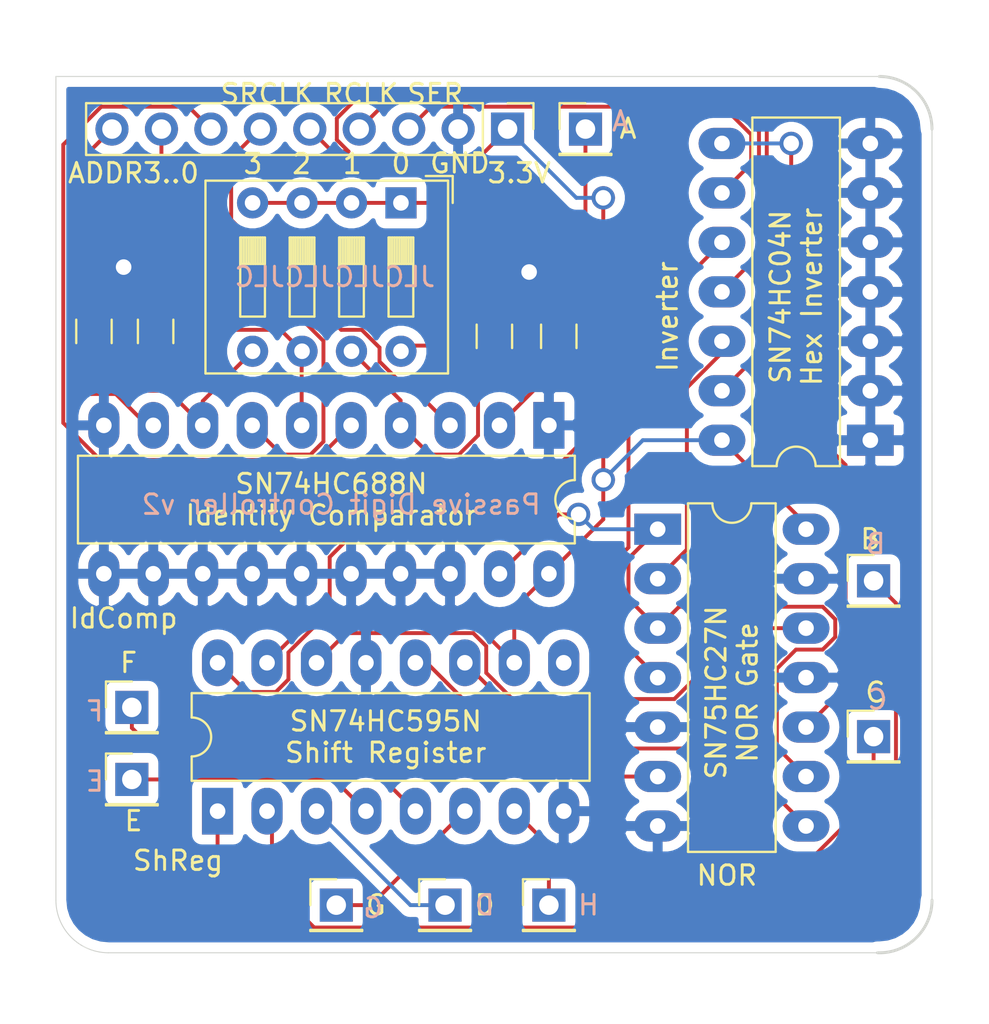
<source format=kicad_pcb>
(kicad_pcb (version 20171130) (host pcbnew "(5.1.6)-1")

  (general
    (thickness 1.6)
    (drawings 43)
    (tracks 189)
    (zones 0)
    (modules 18)
    (nets 30)
  )

  (page A4)
  (layers
    (0 F.Cu signal)
    (31 B.Cu signal)
    (32 B.Adhes user)
    (33 F.Adhes user)
    (34 B.Paste user)
    (35 F.Paste user)
    (36 B.SilkS user)
    (37 F.SilkS user)
    (38 B.Mask user)
    (39 F.Mask user)
    (40 Dwgs.User user)
    (41 Cmts.User user)
    (42 Eco1.User user)
    (43 Eco2.User user)
    (44 Edge.Cuts user)
    (45 Margin user)
    (46 B.CrtYd user)
    (47 F.CrtYd user)
    (48 B.Fab user)
    (49 F.Fab user)
  )

  (setup
    (last_trace_width 0.2)
    (user_trace_width 0.2)
    (trace_clearance 0.2)
    (zone_clearance 0.508)
    (zone_45_only no)
    (trace_min 0.2)
    (via_size 0.6)
    (via_drill 0.4)
    (via_min_size 0.4)
    (via_min_drill 0.3)
    (user_via 0.6 0.4)
    (user_via 1.2 0.8)
    (uvia_size 0.3)
    (uvia_drill 0.1)
    (uvias_allowed no)
    (uvia_min_size 0.2)
    (uvia_min_drill 0.1)
    (edge_width 0.05)
    (segment_width 0.2)
    (pcb_text_width 0.3)
    (pcb_text_size 1.5 1.5)
    (mod_edge_width 0.12)
    (mod_text_size 1 1)
    (mod_text_width 0.15)
    (pad_size 1.524 1.524)
    (pad_drill 0.762)
    (pad_to_mask_clearance 0.05)
    (aux_axis_origin 0 0)
    (visible_elements 7FFFFFFF)
    (pcbplotparams
      (layerselection 0x010fc_ffffffff)
      (usegerberextensions false)
      (usegerberattributes true)
      (usegerberadvancedattributes true)
      (creategerberjobfile true)
      (excludeedgelayer true)
      (linewidth 0.100000)
      (plotframeref false)
      (viasonmask false)
      (mode 1)
      (useauxorigin false)
      (hpglpennumber 1)
      (hpglpenspeed 20)
      (hpglpendiameter 15.000000)
      (psnegative false)
      (psa4output false)
      (plotreference false)
      (plotvalue false)
      (plotinvisibletext false)
      (padsonsilk false)
      (subtractmaskfromsilk false)
      (outputformat 1)
      (mirror false)
      (drillshape 0)
      (scaleselection 1)
      (outputdirectory "gerber/"))
  )

  (net 0 "")
  (net 1 /SEG_H)
  (net 2 /SEG_G)
  (net 3 /SEG_F)
  (net 4 /VCC)
  (net 5 /GND)
  (net 6 /SEG_E)
  (net 7 /SEG_D)
  (net 8 /SEG_C)
  (net 9 /SEG_B)
  (net 10 /SEG_A)
  (net 11 "Net-(R1-Pad1)")
  (net 12 "Net-(R2-Pad1)")
  (net 13 "Net-(R3-Pad1)")
  (net 14 "Net-(R4-Pad1)")
  (net 15 "Net-(IC1-Pad6)")
  (net 16 "Net-(IC1-Pad12)")
  (net 17 "Net-(IC1-Pad4)")
  (net 18 "Net-(IC1-Pad10)")
  (net 19 /DIGIT_SELECT)
  (net 20 "Net-(IC1-Pad2)")
  (net 21 "Net-(IC1-Pad8)")
  (net 22 /SER_IN)
  (net 23 /RCLK_IN)
  (net 24 /SRCLK_IN)
  (net 25 /ADDR0_IN)
  (net 26 /ADDR1_IN)
  (net 27 /ADDR2_IN)
  (net 28 /ADDR3_IN)
  (net 29 "Net-(U3-Pad9)")

  (net_class Default "This is the default net class."
    (clearance 0.2)
    (trace_width 0.2)
    (via_dia 0.6)
    (via_drill 0.4)
    (uvia_dia 0.3)
    (uvia_drill 0.1)
    (add_net /ADDR0_IN)
    (add_net /ADDR1_IN)
    (add_net /ADDR2_IN)
    (add_net /ADDR3_IN)
    (add_net /DIGIT_SELECT)
    (add_net /GND)
    (add_net /RCLK_IN)
    (add_net /SEG_A)
    (add_net /SEG_B)
    (add_net /SEG_C)
    (add_net /SEG_D)
    (add_net /SEG_E)
    (add_net /SEG_F)
    (add_net /SEG_G)
    (add_net /SEG_H)
    (add_net /SER_IN)
    (add_net /SRCLK_IN)
    (add_net /VCC)
    (add_net "Net-(IC1-Pad10)")
    (add_net "Net-(IC1-Pad12)")
    (add_net "Net-(IC1-Pad2)")
    (add_net "Net-(IC1-Pad4)")
    (add_net "Net-(IC1-Pad6)")
    (add_net "Net-(IC1-Pad8)")
    (add_net "Net-(R1-Pad1)")
    (add_net "Net-(R2-Pad1)")
    (add_net "Net-(R3-Pad1)")
    (add_net "Net-(R4-Pad1)")
    (add_net "Net-(U3-Pad9)")
  )

  (module Package_DIP:DIP-16_W7.62mm_LongPads (layer F.Cu) (tedit 5A02E8C5) (tstamp 5F979EAA)
    (at 120.904 122.428 90)
    (descr "16-lead though-hole mounted DIP package, row spacing 7.62 mm (300 mils), LongPads")
    (tags "THT DIP DIL PDIP 2.54mm 7.62mm 300mil LongPads")
    (path /5F982E71)
    (fp_text reference U3 (at 3.81 -2.33 90) (layer F.SilkS) hide
      (effects (font (size 1 1) (thickness 0.15)))
    )
    (fp_text value "74HC595 - Shift Register" (at 3.81 20.11 90) (layer F.Fab)
      (effects (font (size 1 1) (thickness 0.15)))
    )
    (fp_text user %R (at 3.81 8.89 90) (layer F.Fab) hide
      (effects (font (size 1 1) (thickness 0.15)))
    )
    (fp_arc (start 3.81 -1.33) (end 2.81 -1.33) (angle -180) (layer F.SilkS) (width 0.12))
    (fp_line (start 1.635 -1.27) (end 6.985 -1.27) (layer F.Fab) (width 0.1))
    (fp_line (start 6.985 -1.27) (end 6.985 19.05) (layer F.Fab) (width 0.1))
    (fp_line (start 6.985 19.05) (end 0.635 19.05) (layer F.Fab) (width 0.1))
    (fp_line (start 0.635 19.05) (end 0.635 -0.27) (layer F.Fab) (width 0.1))
    (fp_line (start 0.635 -0.27) (end 1.635 -1.27) (layer F.Fab) (width 0.1))
    (fp_line (start 2.81 -1.33) (end 1.56 -1.33) (layer F.SilkS) (width 0.12))
    (fp_line (start 1.56 -1.33) (end 1.56 19.11) (layer F.SilkS) (width 0.12))
    (fp_line (start 1.56 19.11) (end 6.06 19.11) (layer F.SilkS) (width 0.12))
    (fp_line (start 6.06 19.11) (end 6.06 -1.33) (layer F.SilkS) (width 0.12))
    (fp_line (start 6.06 -1.33) (end 4.81 -1.33) (layer F.SilkS) (width 0.12))
    (fp_line (start -1.45 -1.55) (end -1.45 19.3) (layer F.CrtYd) (width 0.05))
    (fp_line (start -1.45 19.3) (end 9.1 19.3) (layer F.CrtYd) (width 0.05))
    (fp_line (start 9.1 19.3) (end 9.1 -1.55) (layer F.CrtYd) (width 0.05))
    (fp_line (start 9.1 -1.55) (end -1.45 -1.55) (layer F.CrtYd) (width 0.05))
    (pad 16 thru_hole oval (at 7.62 0 90) (size 2.4 1.6) (drill 0.8) (layers *.Cu *.Mask)
      (net 4 /VCC))
    (pad 8 thru_hole oval (at 0 17.78 90) (size 2.4 1.6) (drill 0.8) (layers *.Cu *.Mask)
      (net 5 /GND))
    (pad 15 thru_hole oval (at 7.62 2.54 90) (size 2.4 1.6) (drill 0.8) (layers *.Cu *.Mask)
      (net 10 /SEG_A))
    (pad 7 thru_hole oval (at 0 15.24 90) (size 2.4 1.6) (drill 0.8) (layers *.Cu *.Mask)
      (net 1 /SEG_H))
    (pad 14 thru_hole oval (at 7.62 5.08 90) (size 2.4 1.6) (drill 0.8) (layers *.Cu *.Mask)
      (net 16 "Net-(IC1-Pad12)"))
    (pad 6 thru_hole oval (at 0 12.7 90) (size 2.4 1.6) (drill 0.8) (layers *.Cu *.Mask)
      (net 2 /SEG_G))
    (pad 13 thru_hole oval (at 7.62 7.62 90) (size 2.4 1.6) (drill 0.8) (layers *.Cu *.Mask)
      (net 5 /GND))
    (pad 5 thru_hole oval (at 0 10.16 90) (size 2.4 1.6) (drill 0.8) (layers *.Cu *.Mask)
      (net 3 /SEG_F))
    (pad 12 thru_hole oval (at 7.62 10.16 90) (size 2.4 1.6) (drill 0.8) (layers *.Cu *.Mask)
      (net 15 "Net-(IC1-Pad6)"))
    (pad 4 thru_hole oval (at 0 7.62 90) (size 2.4 1.6) (drill 0.8) (layers *.Cu *.Mask)
      (net 6 /SEG_E))
    (pad 11 thru_hole oval (at 7.62 12.7 90) (size 2.4 1.6) (drill 0.8) (layers *.Cu *.Mask)
      (net 21 "Net-(IC1-Pad8)"))
    (pad 3 thru_hole oval (at 0 5.08 90) (size 2.4 1.6) (drill 0.8) (layers *.Cu *.Mask)
      (net 7 /SEG_D))
    (pad 10 thru_hole oval (at 7.62 15.24 90) (size 2.4 1.6) (drill 0.8) (layers *.Cu *.Mask)
      (net 4 /VCC))
    (pad 2 thru_hole oval (at 0 2.54 90) (size 2.4 1.6) (drill 0.8) (layers *.Cu *.Mask)
      (net 8 /SEG_C))
    (pad 9 thru_hole oval (at 7.62 17.78 90) (size 2.4 1.6) (drill 0.8) (layers *.Cu *.Mask)
      (net 29 "Net-(U3-Pad9)"))
    (pad 1 thru_hole rect (at 0 0 90) (size 2.4 1.6) (drill 0.8) (layers *.Cu *.Mask)
      (net 9 /SEG_B))
    (model ${KISYS3DMOD}/Package_DIP.3dshapes/DIP-16_W7.62mm.wrl
      (at (xyz 0 0 0))
      (scale (xyz 1 1 1))
      (rotate (xyz 0 0 0))
    )
  )

  (module Button_Switch_THT:SW_DIP_SPSTx04_Slide_9.78x12.34mm_W7.62mm_P2.54mm (layer F.Cu) (tedit 5A4E1404) (tstamp 5F680F29)
    (at 130.322 91.19 270)
    (descr "4x-dip-switch SPST , Slide, row spacing 7.62 mm (300 mils), body size 9.78x12.34mm (see e.g. https://www.ctscorp.com/wp-content/uploads/206-208.pdf)")
    (tags "DIP Switch SPST Slide 7.62mm 300mil")
    (path /5F68E487)
    (fp_text reference SW1 (at 3.81 -3.42 90) (layer F.SilkS) hide
      (effects (font (size 1 1) (thickness 0.15)))
    )
    (fp_text value SW_DIP_x04 (at 3.81 11.04 90) (layer F.Fab)
      (effects (font (size 1 1) (thickness 0.15)))
    )
    (fp_line (start -0.08 -2.36) (end 8.7 -2.36) (layer F.Fab) (width 0.1))
    (fp_line (start 8.7 -2.36) (end 8.7 9.98) (layer F.Fab) (width 0.1))
    (fp_line (start 8.7 9.98) (end -1.08 9.98) (layer F.Fab) (width 0.1))
    (fp_line (start -1.08 9.98) (end -1.08 -1.36) (layer F.Fab) (width 0.1))
    (fp_line (start -1.08 -1.36) (end -0.08 -2.36) (layer F.Fab) (width 0.1))
    (fp_line (start 1.78 -0.635) (end 1.78 0.635) (layer F.Fab) (width 0.1))
    (fp_line (start 1.78 0.635) (end 5.84 0.635) (layer F.Fab) (width 0.1))
    (fp_line (start 5.84 0.635) (end 5.84 -0.635) (layer F.Fab) (width 0.1))
    (fp_line (start 5.84 -0.635) (end 1.78 -0.635) (layer F.Fab) (width 0.1))
    (fp_line (start 1.78 -0.535) (end 3.133333 -0.535) (layer F.Fab) (width 0.1))
    (fp_line (start 1.78 -0.435) (end 3.133333 -0.435) (layer F.Fab) (width 0.1))
    (fp_line (start 1.78 -0.335) (end 3.133333 -0.335) (layer F.Fab) (width 0.1))
    (fp_line (start 1.78 -0.235) (end 3.133333 -0.235) (layer F.Fab) (width 0.1))
    (fp_line (start 1.78 -0.135) (end 3.133333 -0.135) (layer F.Fab) (width 0.1))
    (fp_line (start 1.78 -0.035) (end 3.133333 -0.035) (layer F.Fab) (width 0.1))
    (fp_line (start 1.78 0.065) (end 3.133333 0.065) (layer F.Fab) (width 0.1))
    (fp_line (start 1.78 0.165) (end 3.133333 0.165) (layer F.Fab) (width 0.1))
    (fp_line (start 1.78 0.265) (end 3.133333 0.265) (layer F.Fab) (width 0.1))
    (fp_line (start 1.78 0.365) (end 3.133333 0.365) (layer F.Fab) (width 0.1))
    (fp_line (start 1.78 0.465) (end 3.133333 0.465) (layer F.Fab) (width 0.1))
    (fp_line (start 1.78 0.565) (end 3.133333 0.565) (layer F.Fab) (width 0.1))
    (fp_line (start 3.133333 -0.635) (end 3.133333 0.635) (layer F.Fab) (width 0.1))
    (fp_line (start 1.78 1.905) (end 1.78 3.175) (layer F.Fab) (width 0.1))
    (fp_line (start 1.78 3.175) (end 5.84 3.175) (layer F.Fab) (width 0.1))
    (fp_line (start 5.84 3.175) (end 5.84 1.905) (layer F.Fab) (width 0.1))
    (fp_line (start 5.84 1.905) (end 1.78 1.905) (layer F.Fab) (width 0.1))
    (fp_line (start 1.78 2.005) (end 3.133333 2.005) (layer F.Fab) (width 0.1))
    (fp_line (start 1.78 2.105) (end 3.133333 2.105) (layer F.Fab) (width 0.1))
    (fp_line (start 1.78 2.205) (end 3.133333 2.205) (layer F.Fab) (width 0.1))
    (fp_line (start 1.78 2.305) (end 3.133333 2.305) (layer F.Fab) (width 0.1))
    (fp_line (start 1.78 2.405) (end 3.133333 2.405) (layer F.Fab) (width 0.1))
    (fp_line (start 1.78 2.505) (end 3.133333 2.505) (layer F.Fab) (width 0.1))
    (fp_line (start 1.78 2.605) (end 3.133333 2.605) (layer F.Fab) (width 0.1))
    (fp_line (start 1.78 2.705) (end 3.133333 2.705) (layer F.Fab) (width 0.1))
    (fp_line (start 1.78 2.805) (end 3.133333 2.805) (layer F.Fab) (width 0.1))
    (fp_line (start 1.78 2.905) (end 3.133333 2.905) (layer F.Fab) (width 0.1))
    (fp_line (start 1.78 3.005) (end 3.133333 3.005) (layer F.Fab) (width 0.1))
    (fp_line (start 1.78 3.105) (end 3.133333 3.105) (layer F.Fab) (width 0.1))
    (fp_line (start 3.133333 1.905) (end 3.133333 3.175) (layer F.Fab) (width 0.1))
    (fp_line (start 1.78 4.445) (end 1.78 5.715) (layer F.Fab) (width 0.1))
    (fp_line (start 1.78 5.715) (end 5.84 5.715) (layer F.Fab) (width 0.1))
    (fp_line (start 5.84 5.715) (end 5.84 4.445) (layer F.Fab) (width 0.1))
    (fp_line (start 5.84 4.445) (end 1.78 4.445) (layer F.Fab) (width 0.1))
    (fp_line (start 1.78 4.545) (end 3.133333 4.545) (layer F.Fab) (width 0.1))
    (fp_line (start 1.78 4.645) (end 3.133333 4.645) (layer F.Fab) (width 0.1))
    (fp_line (start 1.78 4.745) (end 3.133333 4.745) (layer F.Fab) (width 0.1))
    (fp_line (start 1.78 4.845) (end 3.133333 4.845) (layer F.Fab) (width 0.1))
    (fp_line (start 1.78 4.945) (end 3.133333 4.945) (layer F.Fab) (width 0.1))
    (fp_line (start 1.78 5.045) (end 3.133333 5.045) (layer F.Fab) (width 0.1))
    (fp_line (start 1.78 5.145) (end 3.133333 5.145) (layer F.Fab) (width 0.1))
    (fp_line (start 1.78 5.245) (end 3.133333 5.245) (layer F.Fab) (width 0.1))
    (fp_line (start 1.78 5.345) (end 3.133333 5.345) (layer F.Fab) (width 0.1))
    (fp_line (start 1.78 5.445) (end 3.133333 5.445) (layer F.Fab) (width 0.1))
    (fp_line (start 1.78 5.545) (end 3.133333 5.545) (layer F.Fab) (width 0.1))
    (fp_line (start 1.78 5.645) (end 3.133333 5.645) (layer F.Fab) (width 0.1))
    (fp_line (start 3.133333 4.445) (end 3.133333 5.715) (layer F.Fab) (width 0.1))
    (fp_line (start 1.78 6.985) (end 1.78 8.255) (layer F.Fab) (width 0.1))
    (fp_line (start 1.78 8.255) (end 5.84 8.255) (layer F.Fab) (width 0.1))
    (fp_line (start 5.84 8.255) (end 5.84 6.985) (layer F.Fab) (width 0.1))
    (fp_line (start 5.84 6.985) (end 1.78 6.985) (layer F.Fab) (width 0.1))
    (fp_line (start 1.78 7.085) (end 3.133333 7.085) (layer F.Fab) (width 0.1))
    (fp_line (start 1.78 7.185) (end 3.133333 7.185) (layer F.Fab) (width 0.1))
    (fp_line (start 1.78 7.285) (end 3.133333 7.285) (layer F.Fab) (width 0.1))
    (fp_line (start 1.78 7.385) (end 3.133333 7.385) (layer F.Fab) (width 0.1))
    (fp_line (start 1.78 7.485) (end 3.133333 7.485) (layer F.Fab) (width 0.1))
    (fp_line (start 1.78 7.585) (end 3.133333 7.585) (layer F.Fab) (width 0.1))
    (fp_line (start 1.78 7.685) (end 3.133333 7.685) (layer F.Fab) (width 0.1))
    (fp_line (start 1.78 7.785) (end 3.133333 7.785) (layer F.Fab) (width 0.1))
    (fp_line (start 1.78 7.885) (end 3.133333 7.885) (layer F.Fab) (width 0.1))
    (fp_line (start 1.78 7.985) (end 3.133333 7.985) (layer F.Fab) (width 0.1))
    (fp_line (start 1.78 8.085) (end 3.133333 8.085) (layer F.Fab) (width 0.1))
    (fp_line (start 1.78 8.185) (end 3.133333 8.185) (layer F.Fab) (width 0.1))
    (fp_line (start 3.133333 6.985) (end 3.133333 8.255) (layer F.Fab) (width 0.1))
    (fp_line (start -1.14 -2.42) (end 8.76 -2.42) (layer F.SilkS) (width 0.12))
    (fp_line (start -1.14 10.04) (end 8.76 10.04) (layer F.SilkS) (width 0.12))
    (fp_line (start -1.14 -2.42) (end -1.14 10.04) (layer F.SilkS) (width 0.12))
    (fp_line (start 8.76 -2.42) (end 8.76 10.04) (layer F.SilkS) (width 0.12))
    (fp_line (start -1.38 -2.66) (end 0.004 -2.66) (layer F.SilkS) (width 0.12))
    (fp_line (start -1.38 -2.66) (end -1.38 -1.277) (layer F.SilkS) (width 0.12))
    (fp_line (start 1.78 -0.635) (end 1.78 0.635) (layer F.SilkS) (width 0.12))
    (fp_line (start 1.78 0.635) (end 5.84 0.635) (layer F.SilkS) (width 0.12))
    (fp_line (start 5.84 0.635) (end 5.84 -0.635) (layer F.SilkS) (width 0.12))
    (fp_line (start 5.84 -0.635) (end 1.78 -0.635) (layer F.SilkS) (width 0.12))
    (fp_line (start 1.78 -0.515) (end 3.133333 -0.515) (layer F.SilkS) (width 0.12))
    (fp_line (start 1.78 -0.395) (end 3.133333 -0.395) (layer F.SilkS) (width 0.12))
    (fp_line (start 1.78 -0.275) (end 3.133333 -0.275) (layer F.SilkS) (width 0.12))
    (fp_line (start 1.78 -0.155) (end 3.133333 -0.155) (layer F.SilkS) (width 0.12))
    (fp_line (start 1.78 -0.035) (end 3.133333 -0.035) (layer F.SilkS) (width 0.12))
    (fp_line (start 1.78 0.085) (end 3.133333 0.085) (layer F.SilkS) (width 0.12))
    (fp_line (start 1.78 0.205) (end 3.133333 0.205) (layer F.SilkS) (width 0.12))
    (fp_line (start 1.78 0.325) (end 3.133333 0.325) (layer F.SilkS) (width 0.12))
    (fp_line (start 1.78 0.445) (end 3.133333 0.445) (layer F.SilkS) (width 0.12))
    (fp_line (start 1.78 0.565) (end 3.133333 0.565) (layer F.SilkS) (width 0.12))
    (fp_line (start 3.133333 -0.635) (end 3.133333 0.635) (layer F.SilkS) (width 0.12))
    (fp_line (start 1.78 1.905) (end 1.78 3.175) (layer F.SilkS) (width 0.12))
    (fp_line (start 1.78 3.175) (end 5.84 3.175) (layer F.SilkS) (width 0.12))
    (fp_line (start 5.84 3.175) (end 5.84 1.905) (layer F.SilkS) (width 0.12))
    (fp_line (start 5.84 1.905) (end 1.78 1.905) (layer F.SilkS) (width 0.12))
    (fp_line (start 1.78 2.025) (end 3.133333 2.025) (layer F.SilkS) (width 0.12))
    (fp_line (start 1.78 2.145) (end 3.133333 2.145) (layer F.SilkS) (width 0.12))
    (fp_line (start 1.78 2.265) (end 3.133333 2.265) (layer F.SilkS) (width 0.12))
    (fp_line (start 1.78 2.385) (end 3.133333 2.385) (layer F.SilkS) (width 0.12))
    (fp_line (start 1.78 2.505) (end 3.133333 2.505) (layer F.SilkS) (width 0.12))
    (fp_line (start 1.78 2.625) (end 3.133333 2.625) (layer F.SilkS) (width 0.12))
    (fp_line (start 1.78 2.745) (end 3.133333 2.745) (layer F.SilkS) (width 0.12))
    (fp_line (start 1.78 2.865) (end 3.133333 2.865) (layer F.SilkS) (width 0.12))
    (fp_line (start 1.78 2.985) (end 3.133333 2.985) (layer F.SilkS) (width 0.12))
    (fp_line (start 1.78 3.105) (end 3.133333 3.105) (layer F.SilkS) (width 0.12))
    (fp_line (start 3.133333 1.905) (end 3.133333 3.175) (layer F.SilkS) (width 0.12))
    (fp_line (start 1.78 4.445) (end 1.78 5.715) (layer F.SilkS) (width 0.12))
    (fp_line (start 1.78 5.715) (end 5.84 5.715) (layer F.SilkS) (width 0.12))
    (fp_line (start 5.84 5.715) (end 5.84 4.445) (layer F.SilkS) (width 0.12))
    (fp_line (start 5.84 4.445) (end 1.78 4.445) (layer F.SilkS) (width 0.12))
    (fp_line (start 1.78 4.565) (end 3.133333 4.565) (layer F.SilkS) (width 0.12))
    (fp_line (start 1.78 4.685) (end 3.133333 4.685) (layer F.SilkS) (width 0.12))
    (fp_line (start 1.78 4.805) (end 3.133333 4.805) (layer F.SilkS) (width 0.12))
    (fp_line (start 1.78 4.925) (end 3.133333 4.925) (layer F.SilkS) (width 0.12))
    (fp_line (start 1.78 5.045) (end 3.133333 5.045) (layer F.SilkS) (width 0.12))
    (fp_line (start 1.78 5.165) (end 3.133333 5.165) (layer F.SilkS) (width 0.12))
    (fp_line (start 1.78 5.285) (end 3.133333 5.285) (layer F.SilkS) (width 0.12))
    (fp_line (start 1.78 5.405) (end 3.133333 5.405) (layer F.SilkS) (width 0.12))
    (fp_line (start 1.78 5.525) (end 3.133333 5.525) (layer F.SilkS) (width 0.12))
    (fp_line (start 1.78 5.645) (end 3.133333 5.645) (layer F.SilkS) (width 0.12))
    (fp_line (start 3.133333 4.445) (end 3.133333 5.715) (layer F.SilkS) (width 0.12))
    (fp_line (start 1.78 6.985) (end 1.78 8.255) (layer F.SilkS) (width 0.12))
    (fp_line (start 1.78 8.255) (end 5.84 8.255) (layer F.SilkS) (width 0.12))
    (fp_line (start 5.84 8.255) (end 5.84 6.985) (layer F.SilkS) (width 0.12))
    (fp_line (start 5.84 6.985) (end 1.78 6.985) (layer F.SilkS) (width 0.12))
    (fp_line (start 1.78 7.105) (end 3.133333 7.105) (layer F.SilkS) (width 0.12))
    (fp_line (start 1.78 7.225) (end 3.133333 7.225) (layer F.SilkS) (width 0.12))
    (fp_line (start 1.78 7.345) (end 3.133333 7.345) (layer F.SilkS) (width 0.12))
    (fp_line (start 1.78 7.465) (end 3.133333 7.465) (layer F.SilkS) (width 0.12))
    (fp_line (start 1.78 7.585) (end 3.133333 7.585) (layer F.SilkS) (width 0.12))
    (fp_line (start 1.78 7.705) (end 3.133333 7.705) (layer F.SilkS) (width 0.12))
    (fp_line (start 1.78 7.825) (end 3.133333 7.825) (layer F.SilkS) (width 0.12))
    (fp_line (start 1.78 7.945) (end 3.133333 7.945) (layer F.SilkS) (width 0.12))
    (fp_line (start 1.78 8.065) (end 3.133333 8.065) (layer F.SilkS) (width 0.12))
    (fp_line (start 1.78 8.185) (end 3.133333 8.185) (layer F.SilkS) (width 0.12))
    (fp_line (start 3.133333 6.985) (end 3.133333 8.255) (layer F.SilkS) (width 0.12))
    (fp_line (start -1.35 -2.7) (end -1.35 10.3) (layer F.CrtYd) (width 0.05))
    (fp_line (start -1.35 10.3) (end 8.95 10.3) (layer F.CrtYd) (width 0.05))
    (fp_line (start 8.95 10.3) (end 8.95 -2.7) (layer F.CrtYd) (width 0.05))
    (fp_line (start 8.95 -2.7) (end -1.35 -2.7) (layer F.CrtYd) (width 0.05))
    (fp_text user %R (at 7.27 3.81) (layer F.Fab) hide
      (effects (font (size 0.8 0.8) (thickness 0.12)))
    )
    (fp_text user on (at 5.365 -1.4975 90) (layer F.Fab)
      (effects (font (size 0.8 0.8) (thickness 0.12)))
    )
    (pad 1 thru_hole rect (at 0 0 270) (size 1.6 1.6) (drill 0.8) (layers *.Cu *.Mask)
      (net 4 /VCC))
    (pad 5 thru_hole oval (at 7.62 7.62 270) (size 1.6 1.6) (drill 0.8) (layers *.Cu *.Mask)
      (net 11 "Net-(R1-Pad1)"))
    (pad 2 thru_hole oval (at 0 2.54 270) (size 1.6 1.6) (drill 0.8) (layers *.Cu *.Mask)
      (net 4 /VCC))
    (pad 6 thru_hole oval (at 7.62 5.08 270) (size 1.6 1.6) (drill 0.8) (layers *.Cu *.Mask)
      (net 12 "Net-(R2-Pad1)"))
    (pad 3 thru_hole oval (at 0 5.08 270) (size 1.6 1.6) (drill 0.8) (layers *.Cu *.Mask)
      (net 4 /VCC))
    (pad 7 thru_hole oval (at 7.62 2.54 270) (size 1.6 1.6) (drill 0.8) (layers *.Cu *.Mask)
      (net 13 "Net-(R3-Pad1)"))
    (pad 4 thru_hole oval (at 0 7.62 270) (size 1.6 1.6) (drill 0.8) (layers *.Cu *.Mask)
      (net 4 /VCC))
    (pad 8 thru_hole oval (at 7.62 0 270) (size 1.6 1.6) (drill 0.8) (layers *.Cu *.Mask)
      (net 14 "Net-(R4-Pad1)"))
    (model ${KISYS3DMOD}/Button_Switch_THT.3dshapes/SW_DIP_SPSTx04_Slide_9.78x12.34mm_W7.62mm_P2.54mm.wrl
      (at (xyz 0 0 0))
      (scale (xyz 1 1 1))
      (rotate (xyz 0 0 90))
    )
  )

  (module Package_DIP:DIP-20_W7.62mm_LongPads (layer F.Cu) (tedit 5A02E8C5) (tstamp 5F67F5BB)
    (at 137.922 102.616 270)
    (descr "20-lead though-hole mounted DIP package, row spacing 7.62 mm (300 mils), LongPads")
    (tags "THT DIP DIL PDIP 2.54mm 7.62mm 300mil LongPads")
    (path /5F68A6CE)
    (fp_text reference U2 (at 3.81 -2.33 90) (layer F.SilkS) hide
      (effects (font (size 1 1) (thickness 0.15)))
    )
    (fp_text value "74HC688 - IDENTITY COMPARATOR" (at 3.81 25.19 90) (layer F.Fab)
      (effects (font (size 1 1) (thickness 0.15)))
    )
    (fp_text user %R (at 3.81 11.43 90) (layer F.Fab) hide
      (effects (font (size 1 1) (thickness 0.15)))
    )
    (fp_arc (start 3.81 -1.33) (end 2.81 -1.33) (angle -180) (layer F.SilkS) (width 0.12))
    (fp_line (start 1.635 -1.27) (end 6.985 -1.27) (layer F.Fab) (width 0.1))
    (fp_line (start 6.985 -1.27) (end 6.985 24.13) (layer F.Fab) (width 0.1))
    (fp_line (start 6.985 24.13) (end 0.635 24.13) (layer F.Fab) (width 0.1))
    (fp_line (start 0.635 24.13) (end 0.635 -0.27) (layer F.Fab) (width 0.1))
    (fp_line (start 0.635 -0.27) (end 1.635 -1.27) (layer F.Fab) (width 0.1))
    (fp_line (start 2.81 -1.33) (end 1.56 -1.33) (layer F.SilkS) (width 0.12))
    (fp_line (start 1.56 -1.33) (end 1.56 24.19) (layer F.SilkS) (width 0.12))
    (fp_line (start 1.56 24.19) (end 6.06 24.19) (layer F.SilkS) (width 0.12))
    (fp_line (start 6.06 24.19) (end 6.06 -1.33) (layer F.SilkS) (width 0.12))
    (fp_line (start 6.06 -1.33) (end 4.81 -1.33) (layer F.SilkS) (width 0.12))
    (fp_line (start -1.45 -1.55) (end -1.45 24.4) (layer F.CrtYd) (width 0.05))
    (fp_line (start -1.45 24.4) (end 9.1 24.4) (layer F.CrtYd) (width 0.05))
    (fp_line (start 9.1 24.4) (end 9.1 -1.55) (layer F.CrtYd) (width 0.05))
    (fp_line (start 9.1 -1.55) (end -1.45 -1.55) (layer F.CrtYd) (width 0.05))
    (pad 20 thru_hole oval (at 7.62 0 270) (size 2.4 1.6) (drill 0.8) (layers *.Cu *.Mask)
      (net 4 /VCC))
    (pad 10 thru_hole oval (at 0 22.86 270) (size 2.4 1.6) (drill 0.8) (layers *.Cu *.Mask)
      (net 5 /GND))
    (pad 19 thru_hole oval (at 7.62 2.54 270) (size 2.4 1.6) (drill 0.8) (layers *.Cu *.Mask)
      (net 19 /DIGIT_SELECT))
    (pad 9 thru_hole oval (at 0 20.32 270) (size 2.4 1.6) (drill 0.8) (layers *.Cu *.Mask)
      (net 28 /ADDR3_IN))
    (pad 18 thru_hole oval (at 7.62 5.08 270) (size 2.4 1.6) (drill 0.8) (layers *.Cu *.Mask)
      (net 5 /GND))
    (pad 8 thru_hole oval (at 0 17.78 270) (size 2.4 1.6) (drill 0.8) (layers *.Cu *.Mask)
      (net 11 "Net-(R1-Pad1)"))
    (pad 17 thru_hole oval (at 7.62 7.62 270) (size 2.4 1.6) (drill 0.8) (layers *.Cu *.Mask)
      (net 5 /GND))
    (pad 7 thru_hole oval (at 0 15.24 270) (size 2.4 1.6) (drill 0.8) (layers *.Cu *.Mask)
      (net 27 /ADDR2_IN))
    (pad 16 thru_hole oval (at 7.62 10.16 270) (size 2.4 1.6) (drill 0.8) (layers *.Cu *.Mask)
      (net 5 /GND))
    (pad 6 thru_hole oval (at 0 12.7 270) (size 2.4 1.6) (drill 0.8) (layers *.Cu *.Mask)
      (net 12 "Net-(R2-Pad1)"))
    (pad 15 thru_hole oval (at 7.62 12.7 270) (size 2.4 1.6) (drill 0.8) (layers *.Cu *.Mask)
      (net 5 /GND))
    (pad 5 thru_hole oval (at 0 10.16 270) (size 2.4 1.6) (drill 0.8) (layers *.Cu *.Mask)
      (net 26 /ADDR1_IN))
    (pad 14 thru_hole oval (at 7.62 15.24 270) (size 2.4 1.6) (drill 0.8) (layers *.Cu *.Mask)
      (net 5 /GND))
    (pad 4 thru_hole oval (at 0 7.62 270) (size 2.4 1.6) (drill 0.8) (layers *.Cu *.Mask)
      (net 13 "Net-(R3-Pad1)"))
    (pad 13 thru_hole oval (at 7.62 17.78 270) (size 2.4 1.6) (drill 0.8) (layers *.Cu *.Mask)
      (net 5 /GND))
    (pad 3 thru_hole oval (at 0 5.08 270) (size 2.4 1.6) (drill 0.8) (layers *.Cu *.Mask)
      (net 25 /ADDR0_IN))
    (pad 12 thru_hole oval (at 7.62 20.32 270) (size 2.4 1.6) (drill 0.8) (layers *.Cu *.Mask)
      (net 5 /GND))
    (pad 2 thru_hole oval (at 0 2.54 270) (size 2.4 1.6) (drill 0.8) (layers *.Cu *.Mask)
      (net 14 "Net-(R4-Pad1)"))
    (pad 11 thru_hole oval (at 7.62 22.86 270) (size 2.4 1.6) (drill 0.8) (layers *.Cu *.Mask)
      (net 5 /GND))
    (pad 1 thru_hole rect (at 0 0 270) (size 2.4 1.6) (drill 0.8) (layers *.Cu *.Mask)
      (net 5 /GND))
    (model ${KISYS3DMOD}/Package_DIP.3dshapes/DIP-20_W7.62mm.wrl
      (at (xyz 0 0 0))
      (scale (xyz 1 1 1))
      (rotate (xyz 0 0 0))
    )
  )

  (module Package_DIP:DIP-14_W7.62mm_LongPads (layer F.Cu) (tedit 5A02E8C5) (tstamp 5F979E5F)
    (at 154.432 103.378 180)
    (descr "14-lead though-hole mounted DIP package, row spacing 7.62 mm (300 mils), LongPads")
    (tags "THT DIP DIL PDIP 2.54mm 7.62mm 300mil LongPads")
    (path /5F97F005)
    (fp_text reference U1 (at 3.81 -2.33) (layer F.SilkS) hide
      (effects (font (size 1 1) (thickness 0.15)))
    )
    (fp_text value "SN74HC04N - INVERTER" (at 3.81 17.57) (layer F.Fab)
      (effects (font (size 1 1) (thickness 0.15)))
    )
    (fp_text user %R (at 3.81 7.62) (layer F.Fab) hide
      (effects (font (size 1 1) (thickness 0.15)))
    )
    (fp_arc (start 3.81 -1.33) (end 2.81 -1.33) (angle -180) (layer F.SilkS) (width 0.12))
    (fp_line (start 1.635 -1.27) (end 6.985 -1.27) (layer F.Fab) (width 0.1))
    (fp_line (start 6.985 -1.27) (end 6.985 16.51) (layer F.Fab) (width 0.1))
    (fp_line (start 6.985 16.51) (end 0.635 16.51) (layer F.Fab) (width 0.1))
    (fp_line (start 0.635 16.51) (end 0.635 -0.27) (layer F.Fab) (width 0.1))
    (fp_line (start 0.635 -0.27) (end 1.635 -1.27) (layer F.Fab) (width 0.1))
    (fp_line (start 2.81 -1.33) (end 1.56 -1.33) (layer F.SilkS) (width 0.12))
    (fp_line (start 1.56 -1.33) (end 1.56 16.57) (layer F.SilkS) (width 0.12))
    (fp_line (start 1.56 16.57) (end 6.06 16.57) (layer F.SilkS) (width 0.12))
    (fp_line (start 6.06 16.57) (end 6.06 -1.33) (layer F.SilkS) (width 0.12))
    (fp_line (start 6.06 -1.33) (end 4.81 -1.33) (layer F.SilkS) (width 0.12))
    (fp_line (start -1.45 -1.55) (end -1.45 16.8) (layer F.CrtYd) (width 0.05))
    (fp_line (start -1.45 16.8) (end 9.1 16.8) (layer F.CrtYd) (width 0.05))
    (fp_line (start 9.1 16.8) (end 9.1 -1.55) (layer F.CrtYd) (width 0.05))
    (fp_line (start 9.1 -1.55) (end -1.45 -1.55) (layer F.CrtYd) (width 0.05))
    (pad 14 thru_hole oval (at 7.62 0 180) (size 2.4 1.6) (drill 0.8) (layers *.Cu *.Mask)
      (net 4 /VCC))
    (pad 7 thru_hole oval (at 0 15.24 180) (size 2.4 1.6) (drill 0.8) (layers *.Cu *.Mask)
      (net 5 /GND))
    (pad 13 thru_hole oval (at 7.62 2.54 180) (size 2.4 1.6) (drill 0.8) (layers *.Cu *.Mask)
      (net 24 /SRCLK_IN))
    (pad 6 thru_hole oval (at 0 12.7 180) (size 2.4 1.6) (drill 0.8) (layers *.Cu *.Mask)
      (net 5 /GND))
    (pad 12 thru_hole oval (at 7.62 5.08 180) (size 2.4 1.6) (drill 0.8) (layers *.Cu *.Mask)
      (net 20 "Net-(IC1-Pad2)"))
    (pad 5 thru_hole oval (at 0 10.16 180) (size 2.4 1.6) (drill 0.8) (layers *.Cu *.Mask)
      (net 5 /GND))
    (pad 11 thru_hole oval (at 7.62 7.62 180) (size 2.4 1.6) (drill 0.8) (layers *.Cu *.Mask)
      (net 23 /RCLK_IN))
    (pad 4 thru_hole oval (at 0 7.62 180) (size 2.4 1.6) (drill 0.8) (layers *.Cu *.Mask)
      (net 5 /GND))
    (pad 10 thru_hole oval (at 7.62 10.16 180) (size 2.4 1.6) (drill 0.8) (layers *.Cu *.Mask)
      (net 17 "Net-(IC1-Pad4)"))
    (pad 3 thru_hole oval (at 0 5.08 180) (size 2.4 1.6) (drill 0.8) (layers *.Cu *.Mask)
      (net 5 /GND))
    (pad 9 thru_hole oval (at 7.62 12.7 180) (size 2.4 1.6) (drill 0.8) (layers *.Cu *.Mask)
      (net 22 /SER_IN))
    (pad 2 thru_hole oval (at 0 2.54 180) (size 2.4 1.6) (drill 0.8) (layers *.Cu *.Mask)
      (net 5 /GND))
    (pad 8 thru_hole oval (at 7.62 15.24 180) (size 2.4 1.6) (drill 0.8) (layers *.Cu *.Mask)
      (net 18 "Net-(IC1-Pad10)"))
    (pad 1 thru_hole rect (at 0 0 180) (size 2.4 1.6) (drill 0.8) (layers *.Cu *.Mask)
      (net 5 /GND))
    (model ${KISYS3DMOD}/Package_DIP.3dshapes/DIP-14_W7.62mm.wrl
      (at (xyz 0 0 0))
      (scale (xyz 1 1 1))
      (rotate (xyz 0 0 0))
    )
  )

  (module Resistor_SMD:R_1206_3216Metric_Pad1.42x1.75mm_HandSolder (layer F.Cu) (tedit 5B301BBD) (tstamp 5F67F4D2)
    (at 138.43 98.044 90)
    (descr "Resistor SMD 1206 (3216 Metric), square (rectangular) end terminal, IPC_7351 nominal with elongated pad for handsoldering. (Body size source: http://www.tortai-tech.com/upload/download/2011102023233369053.pdf), generated with kicad-footprint-generator")
    (tags "resistor handsolder")
    (path /5F6959FF)
    (attr smd)
    (fp_text reference R4 (at 0 -1.82 90) (layer F.SilkS) hide
      (effects (font (size 1 1) (thickness 0.15)))
    )
    (fp_text value 47k (at 0 1.82 90) (layer F.Fab)
      (effects (font (size 1 1) (thickness 0.15)))
    )
    (fp_text user %R (at 0 0 90) (layer F.Fab) hide
      (effects (font (size 0.8 0.8) (thickness 0.12)))
    )
    (fp_line (start -1.6 0.8) (end -1.6 -0.8) (layer F.Fab) (width 0.1))
    (fp_line (start -1.6 -0.8) (end 1.6 -0.8) (layer F.Fab) (width 0.1))
    (fp_line (start 1.6 -0.8) (end 1.6 0.8) (layer F.Fab) (width 0.1))
    (fp_line (start 1.6 0.8) (end -1.6 0.8) (layer F.Fab) (width 0.1))
    (fp_line (start -0.602064 -0.91) (end 0.602064 -0.91) (layer F.SilkS) (width 0.12))
    (fp_line (start -0.602064 0.91) (end 0.602064 0.91) (layer F.SilkS) (width 0.12))
    (fp_line (start -2.45 1.12) (end -2.45 -1.12) (layer F.CrtYd) (width 0.05))
    (fp_line (start -2.45 -1.12) (end 2.45 -1.12) (layer F.CrtYd) (width 0.05))
    (fp_line (start 2.45 -1.12) (end 2.45 1.12) (layer F.CrtYd) (width 0.05))
    (fp_line (start 2.45 1.12) (end -2.45 1.12) (layer F.CrtYd) (width 0.05))
    (pad 2 smd roundrect (at 1.4875 0 90) (size 1.425 1.75) (layers F.Cu F.Paste F.Mask) (roundrect_rratio 0.175439)
      (net 5 /GND))
    (pad 1 smd roundrect (at -1.4875 0 90) (size 1.425 1.75) (layers F.Cu F.Paste F.Mask) (roundrect_rratio 0.175439)
      (net 14 "Net-(R4-Pad1)"))
    (model ${KISYS3DMOD}/Resistor_SMD.3dshapes/R_1206_3216Metric.wrl
      (at (xyz 0 0 0))
      (scale (xyz 1 1 1))
      (rotate (xyz 0 0 0))
    )
  )

  (module Resistor_SMD:R_1206_3216Metric_Pad1.42x1.75mm_HandSolder (layer F.Cu) (tedit 5B301BBD) (tstamp 5F67F4BB)
    (at 135.122 98.044 90)
    (descr "Resistor SMD 1206 (3216 Metric), square (rectangular) end terminal, IPC_7351 nominal with elongated pad for handsoldering. (Body size source: http://www.tortai-tech.com/upload/download/2011102023233369053.pdf), generated with kicad-footprint-generator")
    (tags "resistor handsolder")
    (path /5F695840)
    (attr smd)
    (fp_text reference R3 (at 0 -1.82 90) (layer F.SilkS) hide
      (effects (font (size 1 1) (thickness 0.15)))
    )
    (fp_text value 47k (at 0 1.82 90) (layer F.Fab)
      (effects (font (size 1 1) (thickness 0.15)))
    )
    (fp_text user %R (at 0 0 90) (layer F.Fab) hide
      (effects (font (size 0.8 0.8) (thickness 0.12)))
    )
    (fp_line (start -1.6 0.8) (end -1.6 -0.8) (layer F.Fab) (width 0.1))
    (fp_line (start -1.6 -0.8) (end 1.6 -0.8) (layer F.Fab) (width 0.1))
    (fp_line (start 1.6 -0.8) (end 1.6 0.8) (layer F.Fab) (width 0.1))
    (fp_line (start 1.6 0.8) (end -1.6 0.8) (layer F.Fab) (width 0.1))
    (fp_line (start -0.602064 -0.91) (end 0.602064 -0.91) (layer F.SilkS) (width 0.12))
    (fp_line (start -0.602064 0.91) (end 0.602064 0.91) (layer F.SilkS) (width 0.12))
    (fp_line (start -2.45 1.12) (end -2.45 -1.12) (layer F.CrtYd) (width 0.05))
    (fp_line (start -2.45 -1.12) (end 2.45 -1.12) (layer F.CrtYd) (width 0.05))
    (fp_line (start 2.45 -1.12) (end 2.45 1.12) (layer F.CrtYd) (width 0.05))
    (fp_line (start 2.45 1.12) (end -2.45 1.12) (layer F.CrtYd) (width 0.05))
    (pad 2 smd roundrect (at 1.4875 0 90) (size 1.425 1.75) (layers F.Cu F.Paste F.Mask) (roundrect_rratio 0.175439)
      (net 5 /GND))
    (pad 1 smd roundrect (at -1.4875 0 90) (size 1.425 1.75) (layers F.Cu F.Paste F.Mask) (roundrect_rratio 0.175439)
      (net 13 "Net-(R3-Pad1)"))
    (model ${KISYS3DMOD}/Resistor_SMD.3dshapes/R_1206_3216Metric.wrl
      (at (xyz 0 0 0))
      (scale (xyz 1 1 1))
      (rotate (xyz 0 0 0))
    )
  )

  (module Resistor_SMD:R_1206_3216Metric_Pad1.42x1.75mm_HandSolder (layer F.Cu) (tedit 5B301BBD) (tstamp 5F67F4A4)
    (at 117.722 97.79 90)
    (descr "Resistor SMD 1206 (3216 Metric), square (rectangular) end terminal, IPC_7351 nominal with elongated pad for handsoldering. (Body size source: http://www.tortai-tech.com/upload/download/2011102023233369053.pdf), generated with kicad-footprint-generator")
    (tags "resistor handsolder")
    (path /5F6956F7)
    (attr smd)
    (fp_text reference R2 (at 0 -1.82 90) (layer F.SilkS) hide
      (effects (font (size 1 1) (thickness 0.15)))
    )
    (fp_text value 47k (at 0 1.82 90) (layer F.Fab)
      (effects (font (size 1 1) (thickness 0.15)))
    )
    (fp_text user %R (at 0 0 90) (layer F.Fab) hide
      (effects (font (size 0.8 0.8) (thickness 0.12)))
    )
    (fp_line (start -1.6 0.8) (end -1.6 -0.8) (layer F.Fab) (width 0.1))
    (fp_line (start -1.6 -0.8) (end 1.6 -0.8) (layer F.Fab) (width 0.1))
    (fp_line (start 1.6 -0.8) (end 1.6 0.8) (layer F.Fab) (width 0.1))
    (fp_line (start 1.6 0.8) (end -1.6 0.8) (layer F.Fab) (width 0.1))
    (fp_line (start -0.602064 -0.91) (end 0.602064 -0.91) (layer F.SilkS) (width 0.12))
    (fp_line (start -0.602064 0.91) (end 0.602064 0.91) (layer F.SilkS) (width 0.12))
    (fp_line (start -2.45 1.12) (end -2.45 -1.12) (layer F.CrtYd) (width 0.05))
    (fp_line (start -2.45 -1.12) (end 2.45 -1.12) (layer F.CrtYd) (width 0.05))
    (fp_line (start 2.45 -1.12) (end 2.45 1.12) (layer F.CrtYd) (width 0.05))
    (fp_line (start 2.45 1.12) (end -2.45 1.12) (layer F.CrtYd) (width 0.05))
    (pad 2 smd roundrect (at 1.4875 0 90) (size 1.425 1.75) (layers F.Cu F.Paste F.Mask) (roundrect_rratio 0.175439)
      (net 5 /GND))
    (pad 1 smd roundrect (at -1.4875 0 90) (size 1.425 1.75) (layers F.Cu F.Paste F.Mask) (roundrect_rratio 0.175439)
      (net 12 "Net-(R2-Pad1)"))
    (model ${KISYS3DMOD}/Resistor_SMD.3dshapes/R_1206_3216Metric.wrl
      (at (xyz 0 0 0))
      (scale (xyz 1 1 1))
      (rotate (xyz 0 0 0))
    )
  )

  (module Resistor_SMD:R_1206_3216Metric_Pad1.42x1.75mm_HandSolder (layer F.Cu) (tedit 5B301BBD) (tstamp 5F67F48D)
    (at 114.554 97.79 90)
    (descr "Resistor SMD 1206 (3216 Metric), square (rectangular) end terminal, IPC_7351 nominal with elongated pad for handsoldering. (Body size source: http://www.tortai-tech.com/upload/download/2011102023233369053.pdf), generated with kicad-footprint-generator")
    (tags "resistor handsolder")
    (path /5F694CE2)
    (attr smd)
    (fp_text reference R1 (at 0 -1.82 90) (layer F.SilkS) hide
      (effects (font (size 1 1) (thickness 0.15)))
    )
    (fp_text value 47k (at 0 1.82 90) (layer F.Fab)
      (effects (font (size 1 1) (thickness 0.15)))
    )
    (fp_text user %R (at 0 0 90) (layer F.Fab) hide
      (effects (font (size 0.8 0.8) (thickness 0.12)))
    )
    (fp_line (start -1.6 0.8) (end -1.6 -0.8) (layer F.Fab) (width 0.1))
    (fp_line (start -1.6 -0.8) (end 1.6 -0.8) (layer F.Fab) (width 0.1))
    (fp_line (start 1.6 -0.8) (end 1.6 0.8) (layer F.Fab) (width 0.1))
    (fp_line (start 1.6 0.8) (end -1.6 0.8) (layer F.Fab) (width 0.1))
    (fp_line (start -0.602064 -0.91) (end 0.602064 -0.91) (layer F.SilkS) (width 0.12))
    (fp_line (start -0.602064 0.91) (end 0.602064 0.91) (layer F.SilkS) (width 0.12))
    (fp_line (start -2.45 1.12) (end -2.45 -1.12) (layer F.CrtYd) (width 0.05))
    (fp_line (start -2.45 -1.12) (end 2.45 -1.12) (layer F.CrtYd) (width 0.05))
    (fp_line (start 2.45 -1.12) (end 2.45 1.12) (layer F.CrtYd) (width 0.05))
    (fp_line (start 2.45 1.12) (end -2.45 1.12) (layer F.CrtYd) (width 0.05))
    (pad 2 smd roundrect (at 1.4875 0 90) (size 1.425 1.75) (layers F.Cu F.Paste F.Mask) (roundrect_rratio 0.175439)
      (net 5 /GND))
    (pad 1 smd roundrect (at -1.4875 0 90) (size 1.425 1.75) (layers F.Cu F.Paste F.Mask) (roundrect_rratio 0.175439)
      (net 11 "Net-(R1-Pad1)"))
    (model ${KISYS3DMOD}/Resistor_SMD.3dshapes/R_1206_3216Metric.wrl
      (at (xyz 0 0 0))
      (scale (xyz 1 1 1))
      (rotate (xyz 0 0 0))
    )
  )

  (module Package_DIP:DIP-14_W7.62mm_LongPads (layer F.Cu) (tedit 5A02E8C5) (tstamp 5F979B4D)
    (at 143.51 107.95)
    (descr "14-lead though-hole mounted DIP package, row spacing 7.62 mm (300 mils), LongPads")
    (tags "THT DIP DIL PDIP 2.54mm 7.62mm 300mil LongPads")
    (path /5F978FCA)
    (fp_text reference IC1 (at 3.81 -2.33) (layer F.SilkS) hide
      (effects (font (size 1 1) (thickness 0.15)))
    )
    (fp_text value "SN74HC27N - NOR" (at 3.81 17.57) (layer F.Fab)
      (effects (font (size 1 1) (thickness 0.15)))
    )
    (fp_text user %R (at 3.81 7.62) (layer F.Fab) hide
      (effects (font (size 1 1) (thickness 0.15)))
    )
    (fp_arc (start 3.81 -1.33) (end 2.81 -1.33) (angle -180) (layer F.SilkS) (width 0.12))
    (fp_line (start 1.635 -1.27) (end 6.985 -1.27) (layer F.Fab) (width 0.1))
    (fp_line (start 6.985 -1.27) (end 6.985 16.51) (layer F.Fab) (width 0.1))
    (fp_line (start 6.985 16.51) (end 0.635 16.51) (layer F.Fab) (width 0.1))
    (fp_line (start 0.635 16.51) (end 0.635 -0.27) (layer F.Fab) (width 0.1))
    (fp_line (start 0.635 -0.27) (end 1.635 -1.27) (layer F.Fab) (width 0.1))
    (fp_line (start 2.81 -1.33) (end 1.56 -1.33) (layer F.SilkS) (width 0.12))
    (fp_line (start 1.56 -1.33) (end 1.56 16.57) (layer F.SilkS) (width 0.12))
    (fp_line (start 1.56 16.57) (end 6.06 16.57) (layer F.SilkS) (width 0.12))
    (fp_line (start 6.06 16.57) (end 6.06 -1.33) (layer F.SilkS) (width 0.12))
    (fp_line (start 6.06 -1.33) (end 4.81 -1.33) (layer F.SilkS) (width 0.12))
    (fp_line (start -1.45 -1.55) (end -1.45 16.8) (layer F.CrtYd) (width 0.05))
    (fp_line (start -1.45 16.8) (end 9.1 16.8) (layer F.CrtYd) (width 0.05))
    (fp_line (start 9.1 16.8) (end 9.1 -1.55) (layer F.CrtYd) (width 0.05))
    (fp_line (start 9.1 -1.55) (end -1.45 -1.55) (layer F.CrtYd) (width 0.05))
    (pad 14 thru_hole oval (at 7.62 0) (size 2.4 1.6) (drill 0.8) (layers *.Cu *.Mask)
      (net 4 /VCC))
    (pad 7 thru_hole oval (at 0 15.24) (size 2.4 1.6) (drill 0.8) (layers *.Cu *.Mask)
      (net 5 /GND))
    (pad 13 thru_hole oval (at 7.62 2.54) (size 2.4 1.6) (drill 0.8) (layers *.Cu *.Mask)
      (net 5 /GND))
    (pad 6 thru_hole oval (at 0 12.7) (size 2.4 1.6) (drill 0.8) (layers *.Cu *.Mask)
      (net 15 "Net-(IC1-Pad6)"))
    (pad 12 thru_hole oval (at 7.62 5.08) (size 2.4 1.6) (drill 0.8) (layers *.Cu *.Mask)
      (net 16 "Net-(IC1-Pad12)"))
    (pad 5 thru_hole oval (at 0 10.16) (size 2.4 1.6) (drill 0.8) (layers *.Cu *.Mask)
      (net 5 /GND))
    (pad 11 thru_hole oval (at 7.62 7.62) (size 2.4 1.6) (drill 0.8) (layers *.Cu *.Mask)
      (net 5 /GND))
    (pad 4 thru_hole oval (at 0 7.62) (size 2.4 1.6) (drill 0.8) (layers *.Cu *.Mask)
      (net 17 "Net-(IC1-Pad4)"))
    (pad 10 thru_hole oval (at 7.62 10.16) (size 2.4 1.6) (drill 0.8) (layers *.Cu *.Mask)
      (net 18 "Net-(IC1-Pad10)"))
    (pad 3 thru_hole oval (at 0 5.08) (size 2.4 1.6) (drill 0.8) (layers *.Cu *.Mask)
      (net 19 /DIGIT_SELECT))
    (pad 9 thru_hole oval (at 7.62 12.7) (size 2.4 1.6) (drill 0.8) (layers *.Cu *.Mask)
      (net 19 /DIGIT_SELECT))
    (pad 2 thru_hole oval (at 0 2.54) (size 2.4 1.6) (drill 0.8) (layers *.Cu *.Mask)
      (net 20 "Net-(IC1-Pad2)"))
    (pad 8 thru_hole oval (at 7.62 15.24) (size 2.4 1.6) (drill 0.8) (layers *.Cu *.Mask)
      (net 21 "Net-(IC1-Pad8)"))
    (pad 1 thru_hole rect (at 0 0) (size 2.4 1.6) (drill 0.8) (layers *.Cu *.Mask)
      (net 19 /DIGIT_SELECT))
    (model ${KISYS3DMOD}/Package_DIP.3dshapes/DIP-14_W7.62mm.wrl
      (at (xyz 0 0 0))
      (scale (xyz 1 1 1))
      (rotate (xyz 0 0 0))
    )
  )

  (module Connector_PinHeader_2.54mm:PinHeader_1x01_P2.54mm_Vertical (layer F.Cu) (tedit 59FED5CC) (tstamp 5F681933)
    (at 132.588 127.254)
    (descr "Through hole straight pin header, 1x01, 2.54mm pitch, single row")
    (tags "Through hole pin header THT 1x01 2.54mm single row")
    (path /5F67AED1)
    (fp_text reference J6 (at 0 -2.33) (layer F.SilkS) hide
      (effects (font (size 1 1) (thickness 0.15)))
    )
    (fp_text value Conn_SegD (at 0 2.33) (layer F.Fab)
      (effects (font (size 1 1) (thickness 0.15)))
    )
    (fp_line (start 1.8 -1.8) (end -1.8 -1.8) (layer F.CrtYd) (width 0.05))
    (fp_line (start 1.8 1.8) (end 1.8 -1.8) (layer F.CrtYd) (width 0.05))
    (fp_line (start -1.8 1.8) (end 1.8 1.8) (layer F.CrtYd) (width 0.05))
    (fp_line (start -1.8 -1.8) (end -1.8 1.8) (layer F.CrtYd) (width 0.05))
    (fp_line (start -1.33 -1.33) (end 0 -1.33) (layer F.SilkS) (width 0.12))
    (fp_line (start -1.33 0) (end -1.33 -1.33) (layer F.SilkS) (width 0.12))
    (fp_line (start -1.33 1.27) (end 1.33 1.27) (layer F.SilkS) (width 0.12))
    (fp_line (start 1.33 1.27) (end 1.33 1.33) (layer F.SilkS) (width 0.12))
    (fp_line (start -1.33 1.27) (end -1.33 1.33) (layer F.SilkS) (width 0.12))
    (fp_line (start -1.33 1.33) (end 1.33 1.33) (layer F.SilkS) (width 0.12))
    (fp_line (start -1.27 -0.635) (end -0.635 -1.27) (layer F.Fab) (width 0.1))
    (fp_line (start -1.27 1.27) (end -1.27 -0.635) (layer F.Fab) (width 0.1))
    (fp_line (start 1.27 1.27) (end -1.27 1.27) (layer F.Fab) (width 0.1))
    (fp_line (start 1.27 -1.27) (end 1.27 1.27) (layer F.Fab) (width 0.1))
    (fp_line (start -0.635 -1.27) (end 1.27 -1.27) (layer F.Fab) (width 0.1))
    (fp_text user %R (at 0 0 90) (layer F.Fab) hide
      (effects (font (size 1 1) (thickness 0.15)))
    )
    (pad 1 thru_hole rect (at 0 0) (size 1.7 1.7) (drill 1) (layers *.Cu *.Mask)
      (net 7 /SEG_D))
    (model ${KISYS3DMOD}/Connector_PinHeader_2.54mm.3dshapes/PinHeader_1x01_P2.54mm_Vertical.wrl
      (at (xyz 0 0 0))
      (scale (xyz 1 1 1))
      (rotate (xyz 0 0 0))
    )
  )

  (module Connector_PinHeader_2.54mm:PinHeader_1x01_P2.54mm_Vertical (layer F.Cu) (tedit 59FED5CC) (tstamp 5F67F3C6)
    (at 137.922 127.254)
    (descr "Through hole straight pin header, 1x01, 2.54mm pitch, single row")
    (tags "Through hole pin header THT 1x01 2.54mm single row")
    (path /5F67A2EC)
    (fp_text reference J1 (at 0 -2.33) (layer F.SilkS) hide
      (effects (font (size 1 1) (thickness 0.15)))
    )
    (fp_text value Conn_SegH (at 0 2.33) (layer F.Fab)
      (effects (font (size 1 1) (thickness 0.15)))
    )
    (fp_line (start 1.8 -1.8) (end -1.8 -1.8) (layer F.CrtYd) (width 0.05))
    (fp_line (start 1.8 1.8) (end 1.8 -1.8) (layer F.CrtYd) (width 0.05))
    (fp_line (start -1.8 1.8) (end 1.8 1.8) (layer F.CrtYd) (width 0.05))
    (fp_line (start -1.8 -1.8) (end -1.8 1.8) (layer F.CrtYd) (width 0.05))
    (fp_line (start -1.33 -1.33) (end 0 -1.33) (layer F.SilkS) (width 0.12))
    (fp_line (start -1.33 0) (end -1.33 -1.33) (layer F.SilkS) (width 0.12))
    (fp_line (start -1.33 1.27) (end 1.33 1.27) (layer F.SilkS) (width 0.12))
    (fp_line (start 1.33 1.27) (end 1.33 1.33) (layer F.SilkS) (width 0.12))
    (fp_line (start -1.33 1.27) (end -1.33 1.33) (layer F.SilkS) (width 0.12))
    (fp_line (start -1.33 1.33) (end 1.33 1.33) (layer F.SilkS) (width 0.12))
    (fp_line (start -1.27 -0.635) (end -0.635 -1.27) (layer F.Fab) (width 0.1))
    (fp_line (start -1.27 1.27) (end -1.27 -0.635) (layer F.Fab) (width 0.1))
    (fp_line (start 1.27 1.27) (end -1.27 1.27) (layer F.Fab) (width 0.1))
    (fp_line (start 1.27 -1.27) (end 1.27 1.27) (layer F.Fab) (width 0.1))
    (fp_line (start -0.635 -1.27) (end 1.27 -1.27) (layer F.Fab) (width 0.1))
    (fp_text user %R (at 0 0 90) (layer F.Fab) hide
      (effects (font (size 1 1) (thickness 0.15)))
    )
    (pad 1 thru_hole rect (at 0 0) (size 1.7 1.7) (drill 1) (layers *.Cu *.Mask)
      (net 1 /SEG_H))
    (model ${KISYS3DMOD}/Connector_PinHeader_2.54mm.3dshapes/PinHeader_1x01_P2.54mm_Vertical.wrl
      (at (xyz 0 0 0))
      (scale (xyz 1 1 1))
      (rotate (xyz 0 0 0))
    )
  )

  (module Connector_PinHeader_2.54mm:PinHeader_1x01_P2.54mm_Vertical (layer F.Cu) (tedit 59FED5CC) (tstamp 5F67F3DB)
    (at 127 127.254)
    (descr "Through hole straight pin header, 1x01, 2.54mm pitch, single row")
    (tags "Through hole pin header THT 1x01 2.54mm single row")
    (path /5F67A915)
    (fp_text reference J2 (at 0 -2.33) (layer F.SilkS) hide
      (effects (font (size 1 1) (thickness 0.15)))
    )
    (fp_text value Conn_SegG (at 0 2.33) (layer F.Fab)
      (effects (font (size 1 1) (thickness 0.15)))
    )
    (fp_line (start -0.635 -1.27) (end 1.27 -1.27) (layer F.Fab) (width 0.1))
    (fp_line (start 1.27 -1.27) (end 1.27 1.27) (layer F.Fab) (width 0.1))
    (fp_line (start 1.27 1.27) (end -1.27 1.27) (layer F.Fab) (width 0.1))
    (fp_line (start -1.27 1.27) (end -1.27 -0.635) (layer F.Fab) (width 0.1))
    (fp_line (start -1.27 -0.635) (end -0.635 -1.27) (layer F.Fab) (width 0.1))
    (fp_line (start -1.33 1.33) (end 1.33 1.33) (layer F.SilkS) (width 0.12))
    (fp_line (start -1.33 1.27) (end -1.33 1.33) (layer F.SilkS) (width 0.12))
    (fp_line (start 1.33 1.27) (end 1.33 1.33) (layer F.SilkS) (width 0.12))
    (fp_line (start -1.33 1.27) (end 1.33 1.27) (layer F.SilkS) (width 0.12))
    (fp_line (start -1.33 0) (end -1.33 -1.33) (layer F.SilkS) (width 0.12))
    (fp_line (start -1.33 -1.33) (end 0 -1.33) (layer F.SilkS) (width 0.12))
    (fp_line (start -1.8 -1.8) (end -1.8 1.8) (layer F.CrtYd) (width 0.05))
    (fp_line (start -1.8 1.8) (end 1.8 1.8) (layer F.CrtYd) (width 0.05))
    (fp_line (start 1.8 1.8) (end 1.8 -1.8) (layer F.CrtYd) (width 0.05))
    (fp_line (start 1.8 -1.8) (end -1.8 -1.8) (layer F.CrtYd) (width 0.05))
    (fp_text user %R (at 0 0 90) (layer F.Fab) hide
      (effects (font (size 1 1) (thickness 0.15)))
    )
    (pad 1 thru_hole rect (at 0 0) (size 1.7 1.7) (drill 1) (layers *.Cu *.Mask)
      (net 2 /SEG_G))
    (model ${KISYS3DMOD}/Connector_PinHeader_2.54mm.3dshapes/PinHeader_1x01_P2.54mm_Vertical.wrl
      (at (xyz 0 0 0))
      (scale (xyz 1 1 1))
      (rotate (xyz 0 0 0))
    )
  )

  (module Connector_PinHeader_2.54mm:PinHeader_1x01_P2.54mm_Vertical (layer F.Cu) (tedit 59FED5CC) (tstamp 5F67F3F0)
    (at 116.5 117.1)
    (descr "Through hole straight pin header, 1x01, 2.54mm pitch, single row")
    (tags "Through hole pin header THT 1x01 2.54mm single row")
    (path /5F67ABA9)
    (fp_text reference J3 (at 0 -2.33) (layer F.SilkS) hide
      (effects (font (size 1 1) (thickness 0.15)))
    )
    (fp_text value Conn_SegF (at 0 2.33) (layer F.Fab)
      (effects (font (size 1 1) (thickness 0.15)))
    )
    (fp_line (start 1.8 -1.8) (end -1.8 -1.8) (layer F.CrtYd) (width 0.05))
    (fp_line (start 1.8 1.8) (end 1.8 -1.8) (layer F.CrtYd) (width 0.05))
    (fp_line (start -1.8 1.8) (end 1.8 1.8) (layer F.CrtYd) (width 0.05))
    (fp_line (start -1.8 -1.8) (end -1.8 1.8) (layer F.CrtYd) (width 0.05))
    (fp_line (start -1.33 -1.33) (end 0 -1.33) (layer F.SilkS) (width 0.12))
    (fp_line (start -1.33 0) (end -1.33 -1.33) (layer F.SilkS) (width 0.12))
    (fp_line (start -1.33 1.27) (end 1.33 1.27) (layer F.SilkS) (width 0.12))
    (fp_line (start 1.33 1.27) (end 1.33 1.33) (layer F.SilkS) (width 0.12))
    (fp_line (start -1.33 1.27) (end -1.33 1.33) (layer F.SilkS) (width 0.12))
    (fp_line (start -1.33 1.33) (end 1.33 1.33) (layer F.SilkS) (width 0.12))
    (fp_line (start -1.27 -0.635) (end -0.635 -1.27) (layer F.Fab) (width 0.1))
    (fp_line (start -1.27 1.27) (end -1.27 -0.635) (layer F.Fab) (width 0.1))
    (fp_line (start 1.27 1.27) (end -1.27 1.27) (layer F.Fab) (width 0.1))
    (fp_line (start 1.27 -1.27) (end 1.27 1.27) (layer F.Fab) (width 0.1))
    (fp_line (start -0.635 -1.27) (end 1.27 -1.27) (layer F.Fab) (width 0.1))
    (fp_text user %R (at 0 0 90) (layer F.Fab) hide
      (effects (font (size 1 1) (thickness 0.15)))
    )
    (pad 1 thru_hole rect (at 0 0) (size 1.7 1.7) (drill 1) (layers *.Cu *.Mask)
      (net 3 /SEG_F))
    (model ${KISYS3DMOD}/Connector_PinHeader_2.54mm.3dshapes/PinHeader_1x01_P2.54mm_Vertical.wrl
      (at (xyz 0 0 0))
      (scale (xyz 1 1 1))
      (rotate (xyz 0 0 0))
    )
  )

  (module Connector_PinHeader_2.54mm:PinHeader_1x09_P2.54mm_Vertical (layer F.Cu) (tedit 59FED5CC) (tstamp 5F67F40D)
    (at 135.8 87.4 270)
    (descr "Through hole straight pin header, 1x09, 2.54mm pitch, single row")
    (tags "Through hole pin header THT 1x09 2.54mm single row")
    (path /5F679515)
    (fp_text reference J4 (at 0 -2.33 90) (layer F.SilkS) hide
      (effects (font (size 1 1) (thickness 0.15)))
    )
    (fp_text value Conn_Inputs (at 0 22.65 90) (layer F.Fab)
      (effects (font (size 1 1) (thickness 0.15)))
    )
    (fp_line (start -0.635 -1.27) (end 1.27 -1.27) (layer F.Fab) (width 0.1))
    (fp_line (start 1.27 -1.27) (end 1.27 21.59) (layer F.Fab) (width 0.1))
    (fp_line (start 1.27 21.59) (end -1.27 21.59) (layer F.Fab) (width 0.1))
    (fp_line (start -1.27 21.59) (end -1.27 -0.635) (layer F.Fab) (width 0.1))
    (fp_line (start -1.27 -0.635) (end -0.635 -1.27) (layer F.Fab) (width 0.1))
    (fp_line (start -1.33 21.65) (end 1.33 21.65) (layer F.SilkS) (width 0.12))
    (fp_line (start -1.33 1.27) (end -1.33 21.65) (layer F.SilkS) (width 0.12))
    (fp_line (start 1.33 1.27) (end 1.33 21.65) (layer F.SilkS) (width 0.12))
    (fp_line (start -1.33 1.27) (end 1.33 1.27) (layer F.SilkS) (width 0.12))
    (fp_line (start -1.33 0) (end -1.33 -1.33) (layer F.SilkS) (width 0.12))
    (fp_line (start -1.33 -1.33) (end 0 -1.33) (layer F.SilkS) (width 0.12))
    (fp_line (start -1.8 -1.8) (end -1.8 22.1) (layer F.CrtYd) (width 0.05))
    (fp_line (start -1.8 22.1) (end 1.8 22.1) (layer F.CrtYd) (width 0.05))
    (fp_line (start 1.8 22.1) (end 1.8 -1.8) (layer F.CrtYd) (width 0.05))
    (fp_line (start 1.8 -1.8) (end -1.8 -1.8) (layer F.CrtYd) (width 0.05))
    (fp_text user %R (at 0 10.16) (layer F.Fab) hide
      (effects (font (size 1 1) (thickness 0.15)))
    )
    (pad 1 thru_hole rect (at 0 0 270) (size 1.7 1.7) (drill 1) (layers *.Cu *.Mask)
      (net 4 /VCC))
    (pad 2 thru_hole oval (at 0 2.54 270) (size 1.7 1.7) (drill 1) (layers *.Cu *.Mask)
      (net 5 /GND))
    (pad 3 thru_hole oval (at 0 5.08 270) (size 1.7 1.7) (drill 1) (layers *.Cu *.Mask)
      (net 22 /SER_IN))
    (pad 4 thru_hole oval (at 0 7.62 270) (size 1.7 1.7) (drill 1) (layers *.Cu *.Mask)
      (net 23 /RCLK_IN))
    (pad 5 thru_hole oval (at 0 10.16 270) (size 1.7 1.7) (drill 1) (layers *.Cu *.Mask)
      (net 24 /SRCLK_IN))
    (pad 6 thru_hole oval (at 0 12.7 270) (size 1.7 1.7) (drill 1) (layers *.Cu *.Mask)
      (net 25 /ADDR0_IN))
    (pad 7 thru_hole oval (at 0 15.24 270) (size 1.7 1.7) (drill 1) (layers *.Cu *.Mask)
      (net 26 /ADDR1_IN))
    (pad 8 thru_hole oval (at 0 17.78 270) (size 1.7 1.7) (drill 1) (layers *.Cu *.Mask)
      (net 27 /ADDR2_IN))
    (pad 9 thru_hole oval (at 0 20.32 270) (size 1.7 1.7) (drill 1) (layers *.Cu *.Mask)
      (net 28 /ADDR3_IN))
    (model ${KISYS3DMOD}/Connector_PinHeader_2.54mm.3dshapes/PinHeader_1x09_P2.54mm_Vertical.wrl
      (at (xyz 0 0 0))
      (scale (xyz 1 1 1))
      (rotate (xyz 0 0 0))
    )
  )

  (module Connector_PinHeader_2.54mm:PinHeader_1x01_P2.54mm_Vertical (layer F.Cu) (tedit 59FED5CC) (tstamp 5F68071B)
    (at 116.5 120.8)
    (descr "Through hole straight pin header, 1x01, 2.54mm pitch, single row")
    (tags "Through hole pin header THT 1x01 2.54mm single row")
    (path /5F67AD8E)
    (fp_text reference J5 (at 0 -2.33) (layer F.SilkS) hide
      (effects (font (size 1 1) (thickness 0.15)))
    )
    (fp_text value Conn_SegE (at 0 2.33) (layer F.Fab)
      (effects (font (size 1 1) (thickness 0.15)))
    )
    (fp_line (start -0.635 -1.27) (end 1.27 -1.27) (layer F.Fab) (width 0.1))
    (fp_line (start 1.27 -1.27) (end 1.27 1.27) (layer F.Fab) (width 0.1))
    (fp_line (start 1.27 1.27) (end -1.27 1.27) (layer F.Fab) (width 0.1))
    (fp_line (start -1.27 1.27) (end -1.27 -0.635) (layer F.Fab) (width 0.1))
    (fp_line (start -1.27 -0.635) (end -0.635 -1.27) (layer F.Fab) (width 0.1))
    (fp_line (start -1.33 1.33) (end 1.33 1.33) (layer F.SilkS) (width 0.12))
    (fp_line (start -1.33 1.27) (end -1.33 1.33) (layer F.SilkS) (width 0.12))
    (fp_line (start 1.33 1.27) (end 1.33 1.33) (layer F.SilkS) (width 0.12))
    (fp_line (start -1.33 1.27) (end 1.33 1.27) (layer F.SilkS) (width 0.12))
    (fp_line (start -1.33 0) (end -1.33 -1.33) (layer F.SilkS) (width 0.12))
    (fp_line (start -1.33 -1.33) (end 0 -1.33) (layer F.SilkS) (width 0.12))
    (fp_line (start -1.8 -1.8) (end -1.8 1.8) (layer F.CrtYd) (width 0.05))
    (fp_line (start -1.8 1.8) (end 1.8 1.8) (layer F.CrtYd) (width 0.05))
    (fp_line (start 1.8 1.8) (end 1.8 -1.8) (layer F.CrtYd) (width 0.05))
    (fp_line (start 1.8 -1.8) (end -1.8 -1.8) (layer F.CrtYd) (width 0.05))
    (fp_text user %R (at 0 0 90) (layer F.Fab) hide
      (effects (font (size 1 1) (thickness 0.15)))
    )
    (pad 1 thru_hole rect (at 0 0) (size 1.7 1.7) (drill 1) (layers *.Cu *.Mask)
      (net 6 /SEG_E))
    (model ${KISYS3DMOD}/Connector_PinHeader_2.54mm.3dshapes/PinHeader_1x01_P2.54mm_Vertical.wrl
      (at (xyz 0 0 0))
      (scale (xyz 1 1 1))
      (rotate (xyz 0 0 0))
    )
  )

  (module Connector_PinHeader_2.54mm:PinHeader_1x01_P2.54mm_Vertical (layer F.Cu) (tedit 59FED5CC) (tstamp 5F67F44C)
    (at 154.6 118.6)
    (descr "Through hole straight pin header, 1x01, 2.54mm pitch, single row")
    (tags "Through hole pin header THT 1x01 2.54mm single row")
    (path /5F67B028)
    (fp_text reference J7 (at 0 -2.33) (layer F.SilkS) hide
      (effects (font (size 1 1) (thickness 0.15)))
    )
    (fp_text value Conn_SegC (at 0 2.33) (layer F.Fab)
      (effects (font (size 1 1) (thickness 0.15)))
    )
    (fp_line (start -0.635 -1.27) (end 1.27 -1.27) (layer F.Fab) (width 0.1))
    (fp_line (start 1.27 -1.27) (end 1.27 1.27) (layer F.Fab) (width 0.1))
    (fp_line (start 1.27 1.27) (end -1.27 1.27) (layer F.Fab) (width 0.1))
    (fp_line (start -1.27 1.27) (end -1.27 -0.635) (layer F.Fab) (width 0.1))
    (fp_line (start -1.27 -0.635) (end -0.635 -1.27) (layer F.Fab) (width 0.1))
    (fp_line (start -1.33 1.33) (end 1.33 1.33) (layer F.SilkS) (width 0.12))
    (fp_line (start -1.33 1.27) (end -1.33 1.33) (layer F.SilkS) (width 0.12))
    (fp_line (start 1.33 1.27) (end 1.33 1.33) (layer F.SilkS) (width 0.12))
    (fp_line (start -1.33 1.27) (end 1.33 1.27) (layer F.SilkS) (width 0.12))
    (fp_line (start -1.33 0) (end -1.33 -1.33) (layer F.SilkS) (width 0.12))
    (fp_line (start -1.33 -1.33) (end 0 -1.33) (layer F.SilkS) (width 0.12))
    (fp_line (start -1.8 -1.8) (end -1.8 1.8) (layer F.CrtYd) (width 0.05))
    (fp_line (start -1.8 1.8) (end 1.8 1.8) (layer F.CrtYd) (width 0.05))
    (fp_line (start 1.8 1.8) (end 1.8 -1.8) (layer F.CrtYd) (width 0.05))
    (fp_line (start 1.8 -1.8) (end -1.8 -1.8) (layer F.CrtYd) (width 0.05))
    (fp_text user %R (at 0 0 90) (layer F.Fab) hide
      (effects (font (size 1 1) (thickness 0.15)))
    )
    (pad 1 thru_hole rect (at 0 0) (size 1.7 1.7) (drill 1) (layers *.Cu *.Mask)
      (net 8 /SEG_C))
    (model ${KISYS3DMOD}/Connector_PinHeader_2.54mm.3dshapes/PinHeader_1x01_P2.54mm_Vertical.wrl
      (at (xyz 0 0 0))
      (scale (xyz 1 1 1))
      (rotate (xyz 0 0 0))
    )
  )

  (module Connector_PinHeader_2.54mm:PinHeader_1x01_P2.54mm_Vertical (layer F.Cu) (tedit 59FED5CC) (tstamp 5F67F461)
    (at 154.6 110.6)
    (descr "Through hole straight pin header, 1x01, 2.54mm pitch, single row")
    (tags "Through hole pin header THT 1x01 2.54mm single row")
    (path /5F67B11C)
    (fp_text reference J8 (at 0 -2.33) (layer F.SilkS) hide
      (effects (font (size 1 1) (thickness 0.15)))
    )
    (fp_text value Conn_SegB (at 0 2.33) (layer F.Fab)
      (effects (font (size 1 1) (thickness 0.15)))
    )
    (fp_line (start 1.8 -1.8) (end -1.8 -1.8) (layer F.CrtYd) (width 0.05))
    (fp_line (start 1.8 1.8) (end 1.8 -1.8) (layer F.CrtYd) (width 0.05))
    (fp_line (start -1.8 1.8) (end 1.8 1.8) (layer F.CrtYd) (width 0.05))
    (fp_line (start -1.8 -1.8) (end -1.8 1.8) (layer F.CrtYd) (width 0.05))
    (fp_line (start -1.33 -1.33) (end 0 -1.33) (layer F.SilkS) (width 0.12))
    (fp_line (start -1.33 0) (end -1.33 -1.33) (layer F.SilkS) (width 0.12))
    (fp_line (start -1.33 1.27) (end 1.33 1.27) (layer F.SilkS) (width 0.12))
    (fp_line (start 1.33 1.27) (end 1.33 1.33) (layer F.SilkS) (width 0.12))
    (fp_line (start -1.33 1.27) (end -1.33 1.33) (layer F.SilkS) (width 0.12))
    (fp_line (start -1.33 1.33) (end 1.33 1.33) (layer F.SilkS) (width 0.12))
    (fp_line (start -1.27 -0.635) (end -0.635 -1.27) (layer F.Fab) (width 0.1))
    (fp_line (start -1.27 1.27) (end -1.27 -0.635) (layer F.Fab) (width 0.1))
    (fp_line (start 1.27 1.27) (end -1.27 1.27) (layer F.Fab) (width 0.1))
    (fp_line (start 1.27 -1.27) (end 1.27 1.27) (layer F.Fab) (width 0.1))
    (fp_line (start -0.635 -1.27) (end 1.27 -1.27) (layer F.Fab) (width 0.1))
    (fp_text user %R (at 0 0 90) (layer F.Fab) hide
      (effects (font (size 1 1) (thickness 0.15)))
    )
    (pad 1 thru_hole rect (at 0 0) (size 1.7 1.7) (drill 1) (layers *.Cu *.Mask)
      (net 9 /SEG_B))
    (model ${KISYS3DMOD}/Connector_PinHeader_2.54mm.3dshapes/PinHeader_1x01_P2.54mm_Vertical.wrl
      (at (xyz 0 0 0))
      (scale (xyz 1 1 1))
      (rotate (xyz 0 0 0))
    )
  )

  (module Connector_PinHeader_2.54mm:PinHeader_1x01_P2.54mm_Vertical (layer F.Cu) (tedit 59FED5CC) (tstamp 5F67F476)
    (at 139.8 87.4)
    (descr "Through hole straight pin header, 1x01, 2.54mm pitch, single row")
    (tags "Through hole pin header THT 1x01 2.54mm single row")
    (path /5F67B2A4)
    (fp_text reference J9 (at 0 -2.33) (layer F.SilkS) hide
      (effects (font (size 1 1) (thickness 0.15)))
    )
    (fp_text value Conn_SegA (at 0 2.33) (layer F.Fab)
      (effects (font (size 1 1) (thickness 0.15)))
    )
    (fp_line (start -0.635 -1.27) (end 1.27 -1.27) (layer F.Fab) (width 0.1))
    (fp_line (start 1.27 -1.27) (end 1.27 1.27) (layer F.Fab) (width 0.1))
    (fp_line (start 1.27 1.27) (end -1.27 1.27) (layer F.Fab) (width 0.1))
    (fp_line (start -1.27 1.27) (end -1.27 -0.635) (layer F.Fab) (width 0.1))
    (fp_line (start -1.27 -0.635) (end -0.635 -1.27) (layer F.Fab) (width 0.1))
    (fp_line (start -1.33 1.33) (end 1.33 1.33) (layer F.SilkS) (width 0.12))
    (fp_line (start -1.33 1.27) (end -1.33 1.33) (layer F.SilkS) (width 0.12))
    (fp_line (start 1.33 1.27) (end 1.33 1.33) (layer F.SilkS) (width 0.12))
    (fp_line (start -1.33 1.27) (end 1.33 1.27) (layer F.SilkS) (width 0.12))
    (fp_line (start -1.33 0) (end -1.33 -1.33) (layer F.SilkS) (width 0.12))
    (fp_line (start -1.33 -1.33) (end 0 -1.33) (layer F.SilkS) (width 0.12))
    (fp_line (start -1.8 -1.8) (end -1.8 1.8) (layer F.CrtYd) (width 0.05))
    (fp_line (start -1.8 1.8) (end 1.8 1.8) (layer F.CrtYd) (width 0.05))
    (fp_line (start 1.8 1.8) (end 1.8 -1.8) (layer F.CrtYd) (width 0.05))
    (fp_line (start 1.8 -1.8) (end -1.8 -1.8) (layer F.CrtYd) (width 0.05))
    (fp_text user %R (at 0 0 90) (layer F.Fab) hide
      (effects (font (size 1 1) (thickness 0.15)))
    )
    (pad 1 thru_hole rect (at 0 0) (size 1.7 1.7) (drill 1) (layers *.Cu *.Mask)
      (net 10 /SEG_A))
    (model ${KISYS3DMOD}/Connector_PinHeader_2.54mm.3dshapes/PinHeader_1x01_P2.54mm_Vertical.wrl
      (at (xyz 0 0 0))
      (scale (xyz 1 1 1))
      (rotate (xyz 0 0 0))
    )
  )

  (gr_text Inverter (at 144.018 97.028 90) (layer F.SilkS)
    (effects (font (size 1 1) (thickness 0.15)))
  )
  (gr_text NOR (at 147.066 125.73) (layer F.SilkS)
    (effects (font (size 1 1) (thickness 0.15)))
  )
  (gr_text IdComp (at 116.078 112.522) (layer F.SilkS)
    (effects (font (size 1 1) (thickness 0.15)))
  )
  (gr_text ShReg (at 118.872 124.968) (layer F.SilkS)
    (effects (font (size 1 1) (thickness 0.15)))
  )
  (gr_text F (at 116.332 114.808) (layer F.SilkS)
    (effects (font (size 1 1) (thickness 0.15)))
  )
  (gr_text E (at 116.586 122.936) (layer F.SilkS)
    (effects (font (size 1 1) (thickness 0.15)))
  )
  (gr_text G (at 129.032 127.254) (layer F.SilkS)
    (effects (font (size 1 1) (thickness 0.15)))
  )
  (gr_text D (at 134.62 127.254) (layer F.SilkS)
    (effects (font (size 1 1) (thickness 0.15)))
  )
  (gr_text H (at 139.954 127.254) (layer F.SilkS)
    (effects (font (size 1 1) (thickness 0.15)))
  )
  (gr_text C (at 154.686 116.332) (layer F.SilkS)
    (effects (font (size 1 1) (thickness 0.15)))
  )
  (gr_text B (at 154.432 108.458) (layer F.SilkS)
    (effects (font (size 1 1) (thickness 0.15)))
  )
  (gr_text "GND\n" (at 133.35 89.154) (layer F.SilkS)
    (effects (font (size 1 1) (thickness 0.15)))
  )
  (gr_text 3.3V (at 136.398 89.662) (layer F.SilkS)
    (effects (font (size 1 1) (thickness 0.15)))
  )
  (gr_text ADDR3..0 (at 116.586 89.662) (layer F.SilkS)
    (effects (font (size 1 1) (thickness 0.15)))
  )
  (gr_text SRCLK (at 123.444 85.598) (layer F.SilkS)
    (effects (font (size 1 1) (thickness 0.15)))
  )
  (gr_text RCLK (at 128.27 85.598) (layer F.SilkS)
    (effects (font (size 1 1) (thickness 0.15)))
  )
  (gr_text SER (at 132.08 85.598) (layer F.SilkS)
    (effects (font (size 1 1) (thickness 0.15)))
  )
  (gr_text A (at 141.986 87.376) (layer F.SilkS)
    (effects (font (size 1 1) (thickness 0.15)))
  )
  (gr_text "SN74HC04N\nHex Inverter" (at 150.622 96.012 90) (layer F.SilkS)
    (effects (font (size 1 1) (thickness 0.15)))
  )
  (gr_text "SN75HC27N\nNOR Gate" (at 147.32 116.332 90) (layer F.SilkS)
    (effects (font (size 1 1) (thickness 0.15)))
  )
  (gr_text "SN74HC688N\nIdentity Comparator" (at 126.746 106.426) (layer F.SilkS)
    (effects (font (size 1 1) (thickness 0.15)))
  )
  (gr_text "SN74HC595N\nShift Register" (at 129.54 118.618) (layer F.SilkS)
    (effects (font (size 1 1) (thickness 0.15)))
  )
  (gr_text 3 (at 122.722 89.19) (layer F.SilkS) (tstamp 5F683228)
    (effects (font (size 1 1) (thickness 0.15)))
  )
  (gr_text 2 (at 125.222 89.19) (layer F.SilkS) (tstamp 5F683226)
    (effects (font (size 1 1) (thickness 0.15)))
  )
  (gr_text 1 (at 127.822 89.19) (layer F.SilkS) (tstamp 5F683224)
    (effects (font (size 1 1) (thickness 0.15)))
  )
  (gr_text 0 (at 130.322 89.19) (layer F.SilkS)
    (effects (font (size 1 1) (thickness 0.15)))
  )
  (gr_text H (at 139.954 127.254) (layer B.SilkS)
    (effects (font (size 1 1) (thickness 0.15)) (justify mirror))
  )
  (gr_text G (at 128.9 127.4) (layer B.SilkS)
    (effects (font (size 1 1) (thickness 0.15)) (justify mirror))
  )
  (gr_text F (at 114.6 117.3) (layer B.SilkS)
    (effects (font (size 1 1) (thickness 0.15)) (justify mirror))
  )
  (gr_text E (at 114.6 120.9) (layer B.SilkS)
    (effects (font (size 1 1) (thickness 0.15)) (justify mirror))
  )
  (gr_text D (at 134.62 127.254) (layer B.SilkS)
    (effects (font (size 1 1) (thickness 0.15)) (justify mirror))
  )
  (gr_text C (at 154.8 116.7) (layer B.SilkS)
    (effects (font (size 1 1) (thickness 0.15)) (justify mirror))
  )
  (gr_text B (at 154.7 108.7) (layer B.SilkS)
    (effects (font (size 1 1) (thickness 0.15)) (justify mirror))
  )
  (gr_text A (at 141.6 87) (layer B.SilkS)
    (effects (font (size 1 1) (thickness 0.15)) (justify mirror))
  )
  (gr_text JLCJLCJLCJLC (at 126.922 94.99) (layer B.SilkS)
    (effects (font (size 1 1) (thickness 0.15)) (justify mirror))
  )
  (gr_text "Passive Digit Controller v2" (at 127.254 106.68) (layer B.SilkS)
    (effects (font (size 1 1) (thickness 0.15)) (justify mirror))
  )
  (gr_arc (start 154.9 87.4) (end 157.6 87.4) (angle -90) (layer Edge.Cuts) (width 0.15))
  (gr_arc (start 115.3 127) (end 112.6 127) (angle -90) (layer Edge.Cuts) (width 0.05))
  (gr_arc (start 154.9 127) (end 154.800001 129.699999) (angle -92.1) (layer Edge.Cuts) (width 0.15))
  (gr_line (start 112.6 127) (end 112.6 84.7) (layer Edge.Cuts) (width 0.05) (tstamp 5F68154D))
  (gr_line (start 154.800001 129.699999) (end 115.3 129.7) (layer Edge.Cuts) (width 0.05))
  (gr_line (start 157.6 87.4) (end 157.60185 127.000994) (layer Edge.Cuts) (width 0.05))
  (gr_line (start 112.6 84.7) (end 154.9 84.7) (layer Edge.Cuts) (width 0.05))

  (via (at 150.368 88.138) (size 1.2) (drill 0.8) (layers F.Cu B.Cu) (net 18))
  (via (at 139.446 107.188) (size 1.2) (drill 0.8) (layers F.Cu B.Cu) (net 19))
  (segment (start 137.922 124.206) (end 136.144 122.428) (width 0.2) (layer F.Cu) (net 1))
  (segment (start 137.922 127.254) (end 137.922 124.206) (width 0.2) (layer F.Cu) (net 1))
  (via (at 136.906 94.742) (size 1.2) (drill 0.8) (layers F.Cu B.Cu) (net 5))
  (via (at 116.078 94.488) (size 1.2) (drill 0.8) (layers F.Cu B.Cu) (net 5))
  (segment (start 127.04 127.36) (end 127 127.4) (width 0.2) (layer F.Cu) (net 2) (status 30))
  (segment (start 128.778 127.254) (end 133.604 122.428) (width 0.2) (layer F.Cu) (net 2))
  (segment (start 127 127.254) (end 128.778 127.254) (width 0.2) (layer F.Cu) (net 2))
  (segment (start 116.5 118.15) (end 118.746 120.396) (width 0.2) (layer F.Cu) (net 3))
  (segment (start 116.5 117.1) (end 116.5 118.15) (width 0.2) (layer F.Cu) (net 3))
  (segment (start 129.032 120.396) (end 131.064 122.428) (width 0.2) (layer F.Cu) (net 3))
  (segment (start 118.746 120.396) (end 129.032 120.396) (width 0.2) (layer F.Cu) (net 3))
  (segment (start 132.01 91.19) (end 130.322 91.19) (width 0.2) (layer F.Cu) (net 4))
  (segment (start 135.8 87.4) (end 132.01 91.19) (width 0.2) (layer F.Cu) (net 4))
  (segment (start 130.322 91.19) (end 122.702 91.19) (width 0.2) (layer F.Cu) (net 4))
  (segment (start 151.13 107.696) (end 146.812 103.378) (width 0.2) (layer F.Cu) (net 4))
  (segment (start 151.13 107.95) (end 151.13 107.696) (width 0.2) (layer F.Cu) (net 4))
  (segment (start 136.144 112.014) (end 137.922 110.236) (width 0.2) (layer F.Cu) (net 4))
  (segment (start 136.144 114.808) (end 136.144 112.014) (width 0.2) (layer F.Cu) (net 4))
  (segment (start 122.40401 116.30801) (end 120.904 114.808) (width 0.2) (layer F.Cu) (net 4))
  (segment (start 123.899639 116.30801) (end 122.40401 116.30801) (width 0.2) (layer F.Cu) (net 4))
  (segment (start 124.54401 114.273688) (end 124.54401 115.663639) (width 0.2) (layer F.Cu) (net 4))
  (segment (start 126.295698 112.522) (end 124.54401 114.273688) (width 0.2) (layer F.Cu) (net 4))
  (segment (start 124.54401 115.663639) (end 123.899639 116.30801) (width 0.2) (layer F.Cu) (net 4))
  (segment (start 133.858 112.522) (end 126.295698 112.522) (width 0.2) (layer F.Cu) (net 4))
  (segment (start 136.144 114.808) (end 133.858 112.522) (width 0.2) (layer F.Cu) (net 4))
  (segment (start 137.922 110.236) (end 140.716 107.442) (width 0.2) (layer F.Cu) (net 4))
  (segment (start 140.716 107.442) (end 140.716 105.41) (width 0.2) (layer F.Cu) (net 4))
  (segment (start 140.716 105.41) (end 140.716 105.41) (width 0.2) (layer F.Cu) (net 4) (tstamp 5F97B062))
  (via (at 140.716 105.41) (size 1.2) (drill 0.8) (layers F.Cu B.Cu) (net 4))
  (segment (start 142.748 103.378) (end 140.716 105.41) (width 0.2) (layer B.Cu) (net 4))
  (segment (start 146.812 103.378) (end 142.748 103.378) (width 0.2) (layer B.Cu) (net 4))
  (segment (start 140.716 105.41) (end 140.716 93.472) (width 0.2) (layer F.Cu) (net 4))
  (segment (start 140.716 93.472) (end 140.716 90.932) (width 0.2) (layer F.Cu) (net 4))
  (segment (start 140.716 90.932) (end 140.716 90.932) (width 0.2) (layer F.Cu) (net 4) (tstamp 5F97B07D))
  (via (at 140.716 90.932) (size 1.2) (drill 0.8) (layers F.Cu B.Cu) (net 4))
  (segment (start 139.332 90.932) (end 135.8 87.4) (width 0.2) (layer B.Cu) (net 4))
  (segment (start 140.716 90.932) (end 139.332 90.932) (width 0.2) (layer B.Cu) (net 4))
  (segment (start 138.43 96.266) (end 138.43 96.5565) (width 0.2) (layer F.Cu) (net 5))
  (segment (start 136.906 94.742) (end 138.43 96.266) (width 0.2) (layer F.Cu) (net 5))
  (segment (start 135.122 96.526) (end 135.122 96.5565) (width 0.2) (layer F.Cu) (net 5))
  (segment (start 136.906 94.742) (end 135.122 96.526) (width 0.2) (layer F.Cu) (net 5))
  (segment (start 117.722 96.132) (end 117.722 96.3025) (width 0.2) (layer F.Cu) (net 5))
  (segment (start 116.078 94.488) (end 117.722 96.132) (width 0.2) (layer F.Cu) (net 5))
  (segment (start 114.554 96.012) (end 114.554 96.3025) (width 0.2) (layer F.Cu) (net 5))
  (segment (start 116.078 94.488) (end 114.554 96.012) (width 0.2) (layer F.Cu) (net 5))
  (segment (start 126.896 120.8) (end 128.524 122.428) (width 0.2) (layer F.Cu) (net 6))
  (segment (start 116.5 120.8) (end 126.896 120.8) (width 0.2) (layer F.Cu) (net 6))
  (segment (start 130.81 127.254) (end 125.984 122.428) (width 0.2) (layer B.Cu) (net 7))
  (segment (start 132.588 127.254) (end 130.81 127.254) (width 0.2) (layer B.Cu) (net 7))
  (segment (start 154.56 118.56) (end 154.6 118.6) (width 0.2) (layer B.Cu) (net 8) (status 30))
  (segment (start 154.6 118.6) (end 154.6 121.675649) (width 0.2) (layer F.Cu) (net 8))
  (segment (start 147.871648 128.404001) (end 125.864001 128.404001) (width 0.2) (layer F.Cu) (net 8))
  (segment (start 154.6 121.675649) (end 147.871648 128.404001) (width 0.2) (layer F.Cu) (net 8))
  (segment (start 125.864001 128.404001) (end 123.698 126.238) (width 0.2) (layer F.Cu) (net 8))
  (segment (start 123.698 122.682) (end 123.444 122.428) (width 0.2) (layer F.Cu) (net 8))
  (segment (start 123.698 126.238) (end 123.698 122.682) (width 0.2) (layer F.Cu) (net 8))
  (segment (start 154.26 110.94) (end 154.6 110.6) (width 0.2) (layer B.Cu) (net 9) (status 30))
  (segment (start 120.904 124.206) (end 120.904 122.428) (width 0.2) (layer F.Cu) (net 9))
  (segment (start 155.750001 111.750001) (end 155.750001 121.091347) (width 0.2) (layer F.Cu) (net 9))
  (segment (start 148.037337 128.804011) (end 125.502011 128.804011) (width 0.2) (layer F.Cu) (net 9))
  (segment (start 154.6 110.6) (end 155.750001 111.750001) (width 0.2) (layer F.Cu) (net 9))
  (segment (start 155.750001 121.091347) (end 148.037337 128.804011) (width 0.2) (layer F.Cu) (net 9))
  (segment (start 125.502011 128.804011) (end 120.904 124.206) (width 0.2) (layer F.Cu) (net 9))
  (segment (start 139.8 103.278002) (end 139.8 87.4) (width 0.2) (layer F.Cu) (net 10))
  (segment (start 138.561982 104.51602) (end 139.8 103.278002) (width 0.2) (layer F.Cu) (net 10))
  (segment (start 131.526331 104.51602) (end 138.561982 104.51602) (width 0.2) (layer F.Cu) (net 10))
  (segment (start 126.66199 111.59001) (end 126.66199 109.380361) (width 0.2) (layer F.Cu) (net 10))
  (segment (start 126.66199 109.380361) (end 131.526331 104.51602) (width 0.2) (layer F.Cu) (net 10))
  (segment (start 123.444 114.808) (end 126.66199 111.59001) (width 0.2) (layer F.Cu) (net 10))
  (segment (start 120.142 101.37) (end 122.702 98.81) (width 0.2) (layer F.Cu) (net 11))
  (segment (start 120.142 102.616) (end 120.142 101.37) (width 0.2) (layer F.Cu) (net 11))
  (segment (start 120.142 102.616) (end 118.364 100.838) (width 0.2) (layer F.Cu) (net 11))
  (segment (start 118.364 100.838) (end 116.078 100.838) (width 0.2) (layer F.Cu) (net 11))
  (segment (start 116.078 100.8015) (end 114.554 99.2775) (width 0.2) (layer F.Cu) (net 11))
  (segment (start 116.078 100.838) (end 116.078 100.8015) (width 0.2) (layer F.Cu) (net 11))
  (segment (start 124.141999 97.709999) (end 125.242 98.81) (width 0.2) (layer F.Cu) (net 12))
  (segment (start 119.289501 97.709999) (end 124.141999 97.709999) (width 0.2) (layer F.Cu) (net 12))
  (segment (start 117.722 99.2775) (end 119.289501 97.709999) (width 0.2) (layer F.Cu) (net 12))
  (segment (start 125.222 98.83) (end 125.242 98.81) (width 0.2) (layer F.Cu) (net 12))
  (segment (start 125.222 102.616) (end 125.222 98.83) (width 0.2) (layer F.Cu) (net 12))
  (segment (start 130.302 101.33) (end 127.782 98.81) (width 0.2) (layer F.Cu) (net 13))
  (segment (start 130.302 102.616) (end 130.302 101.33) (width 0.2) (layer F.Cu) (net 13))
  (segment (start 134.28199 100.37151) (end 135.122 99.5315) (width 0.2) (layer F.Cu) (net 13))
  (segment (start 134.28199 103.131659) (end 134.28199 100.37151) (width 0.2) (layer F.Cu) (net 13))
  (segment (start 133.297639 104.11601) (end 134.28199 103.131659) (width 0.2) (layer F.Cu) (net 13))
  (segment (start 131.80201 104.11601) (end 133.297639 104.11601) (width 0.2) (layer F.Cu) (net 13))
  (segment (start 130.302 102.616) (end 131.80201 104.11601) (width 0.2) (layer F.Cu) (net 13))
  (segment (start 135.382 102.5795) (end 138.43 99.5315) (width 0.2) (layer F.Cu) (net 14))
  (segment (start 135.382 102.616) (end 135.382 102.5795) (width 0.2) (layer F.Cu) (net 14))
  (segment (start 130.61301 98.51899) (end 130.322 98.81) (width 0.2) (layer F.Cu) (net 14))
  (segment (start 137.41749 98.51899) (end 130.61301 98.51899) (width 0.2) (layer F.Cu) (net 14))
  (segment (start 138.43 99.5315) (end 137.41749 98.51899) (width 0.2) (layer F.Cu) (net 14))
  (segment (start 131.648351 114.808) (end 131.064 114.808) (width 0.2) (layer F.Cu) (net 15))
  (segment (start 137.490351 120.65) (end 131.648351 114.808) (width 0.2) (layer F.Cu) (net 15))
  (segment (start 143.51 120.65) (end 137.490351 120.65) (width 0.2) (layer F.Cu) (net 15))
  (segment (start 151.13 113.03) (end 148.59 113.03) (width 0.2) (layer F.Cu) (net 16))
  (segment (start 148.59 113.03) (end 146.812 114.808) (width 0.2) (layer F.Cu) (net 16))
  (segment (start 134.70401 113.952361) (end 134.035649 113.284) (width 0.2) (layer F.Cu) (net 16))
  (segment (start 146.227649 114.808) (end 144.365639 116.67001) (width 0.2) (layer F.Cu) (net 16))
  (segment (start 136.050361 116.67001) (end 134.70401 115.323659) (width 0.2) (layer F.Cu) (net 16))
  (segment (start 144.365639 116.67001) (end 136.050361 116.67001) (width 0.2) (layer F.Cu) (net 16))
  (segment (start 146.812 114.808) (end 146.227649 114.808) (width 0.2) (layer F.Cu) (net 16))
  (segment (start 134.70401 115.323659) (end 134.70401 113.952361) (width 0.2) (layer F.Cu) (net 16))
  (segment (start 127.508 113.284) (end 125.984 114.808) (width 0.2) (layer F.Cu) (net 16))
  (segment (start 134.035649 113.284) (end 127.508 113.284) (width 0.2) (layer F.Cu) (net 16))
  (segment (start 141.60998 113.66998) (end 143.51 115.57) (width 0.2) (layer F.Cu) (net 17))
  (segment (start 141.60998 109.284321) (end 141.60998 113.66998) (width 0.2) (layer F.Cu) (net 17))
  (segment (start 142.009999 98.020001) (end 142.009999 108.884303) (width 0.2) (layer F.Cu) (net 17))
  (segment (start 142.009999 108.884303) (end 141.60998 109.284321) (width 0.2) (layer F.Cu) (net 17))
  (segment (start 146.812 93.218) (end 142.009999 98.020001) (width 0.2) (layer F.Cu) (net 17))
  (segment (start 146.812 88.138) (end 150.368 88.138) (width 0.2) (layer B.Cu) (net 18))
  (segment (start 150.368 101.854002) (end 153.162 104.648002) (width 0.2) (layer F.Cu) (net 18))
  (segment (start 150.368 88.138) (end 150.368 101.854002) (width 0.2) (layer F.Cu) (net 18))
  (segment (start 153.162 116.078) (end 151.13 118.11) (width 0.2) (layer F.Cu) (net 18))
  (segment (start 153.162 104.648002) (end 153.162 116.078) (width 0.2) (layer F.Cu) (net 18))
  (segment (start 142.00999 111.52999) (end 143.51 113.03) (width 0.2) (layer F.Cu) (net 19))
  (segment (start 142.00999 109.45001) (end 142.00999 111.52999) (width 0.2) (layer F.Cu) (net 19))
  (segment (start 143.51 107.95) (end 142.00999 109.45001) (width 0.2) (layer F.Cu) (net 19))
  (segment (start 149.62999 119.14999) (end 149.62999 115.114361) (width 0.2) (layer F.Cu) (net 19))
  (segment (start 151.13 120.65) (end 149.62999 119.14999) (width 0.2) (layer F.Cu) (net 19))
  (segment (start 151.985639 111.92999) (end 144.61001 111.92999) (width 0.2) (layer F.Cu) (net 19))
  (segment (start 152.63001 112.574361) (end 151.985639 111.92999) (width 0.2) (layer F.Cu) (net 19))
  (segment (start 152.63001 113.485639) (end 152.63001 112.574361) (width 0.2) (layer F.Cu) (net 19))
  (segment (start 144.61001 111.92999) (end 143.51 113.03) (width 0.2) (layer F.Cu) (net 19))
  (segment (start 151.985639 114.13001) (end 152.63001 113.485639) (width 0.2) (layer F.Cu) (net 19))
  (segment (start 150.614341 114.13001) (end 151.985639 114.13001) (width 0.2) (layer F.Cu) (net 19))
  (segment (start 149.62999 115.114361) (end 150.614341 114.13001) (width 0.2) (layer F.Cu) (net 19))
  (segment (start 140.208 107.95) (end 139.446 107.188) (width 0.2) (layer B.Cu) (net 19))
  (segment (start 143.51 107.95) (end 140.208 107.95) (width 0.2) (layer B.Cu) (net 19))
  (segment (start 138.43 107.188) (end 139.446 107.188) (width 0.2) (layer F.Cu) (net 19))
  (segment (start 135.382 110.236) (end 138.43 107.188) (width 0.2) (layer F.Cu) (net 19))
  (segment (start 145.010001 100.68435) (end 145.010001 108.989999) (width 0.2) (layer F.Cu) (net 20))
  (segment (start 146.812 98.882351) (end 145.010001 100.68435) (width 0.2) (layer F.Cu) (net 20))
  (segment (start 145.010001 108.989999) (end 143.51 110.49) (width 0.2) (layer F.Cu) (net 20))
  (segment (start 146.812 98.298) (end 146.812 98.882351) (width 0.2) (layer F.Cu) (net 20))
  (segment (start 147.15001 119.21001) (end 151.13 123.19) (width 0.2) (layer F.Cu) (net 21))
  (segment (start 138.00601 119.21001) (end 147.15001 119.21001) (width 0.2) (layer F.Cu) (net 21))
  (segment (start 133.604 114.808) (end 138.00601 119.21001) (width 0.2) (layer F.Cu) (net 21))
  (segment (start 148.31201 87.682361) (end 148.31201 89.17799) (width 0.2) (layer F.Cu) (net 22))
  (segment (start 146.879648 86.249999) (end 148.31201 87.682361) (width 0.2) (layer F.Cu) (net 22))
  (segment (start 131.870001 86.249999) (end 146.879648 86.249999) (width 0.2) (layer F.Cu) (net 22))
  (segment (start 148.31201 89.17799) (end 146.812 90.678) (width 0.2) (layer F.Cu) (net 22))
  (segment (start 130.72 87.4) (end 131.870001 86.249999) (width 0.2) (layer F.Cu) (net 22))
  (segment (start 148.71202 93.85798) (end 146.812 95.758) (width 0.2) (layer F.Cu) (net 23))
  (segment (start 148.71202 87.516672) (end 148.71202 93.85798) (width 0.2) (layer F.Cu) (net 23))
  (segment (start 147.045337 85.849989) (end 148.71202 87.516672) (width 0.2) (layer F.Cu) (net 23))
  (segment (start 129.730011 85.849989) (end 147.045337 85.849989) (width 0.2) (layer F.Cu) (net 23))
  (segment (start 128.18 87.4) (end 129.730011 85.849989) (width 0.2) (layer F.Cu) (net 23))
  (segment (start 149.11203 87.350983) (end 149.11203 98.53797) (width 0.2) (layer F.Cu) (net 24))
  (segment (start 149.11203 98.53797) (end 146.812 100.838) (width 0.2) (layer F.Cu) (net 24))
  (segment (start 147.211026 85.449979) (end 149.11203 87.350983) (width 0.2) (layer F.Cu) (net 24))
  (segment (start 128.428019 85.449979) (end 147.211026 85.449979) (width 0.2) (layer F.Cu) (net 24))
  (segment (start 127.029999 86.847999) (end 128.428019 85.449979) (width 0.2) (layer F.Cu) (net 24))
  (segment (start 127.029999 87.952001) (end 127.029999 86.847999) (width 0.2) (layer F.Cu) (net 24))
  (segment (start 127.627999 88.550001) (end 127.029999 87.952001) (width 0.2) (layer F.Cu) (net 24))
  (segment (start 126.790001 88.550001) (end 127.627999 88.550001) (width 0.2) (layer F.Cu) (net 24))
  (segment (start 125.64 87.4) (end 126.790001 88.550001) (width 0.2) (layer F.Cu) (net 24))
  (segment (start 129.221999 98.621997) (end 129.221999 99.338001) (width 0.2) (layer F.Cu) (net 25))
  (segment (start 123.1 87.4) (end 121.601999 88.898001) (width 0.2) (layer F.Cu) (net 25))
  (segment (start 129.221999 99.338001) (end 130.721998 100.838) (width 0.2) (layer F.Cu) (net 25))
  (segment (start 121.601999 92.057999) (end 127.253999 97.709999) (width 0.2) (layer F.Cu) (net 25))
  (segment (start 121.601999 88.898001) (end 121.601999 92.057999) (width 0.2) (layer F.Cu) (net 25))
  (segment (start 127.253999 97.709999) (end 128.310001 97.709999) (width 0.2) (layer F.Cu) (net 25))
  (segment (start 128.310001 97.709999) (end 129.221999 98.621997) (width 0.2) (layer F.Cu) (net 25))
  (segment (start 131.064 100.838) (end 132.842 102.616) (width 0.2) (layer F.Cu) (net 25))
  (segment (start 130.721998 100.838) (end 131.064 100.838) (width 0.2) (layer F.Cu) (net 25))
  (segment (start 112.97898 102.488629) (end 114.884351 104.394) (width 0.2) (layer F.Cu) (net 26))
  (segment (start 114.927999 86.249999) (end 112.97898 88.199018) (width 0.2) (layer F.Cu) (net 26))
  (segment (start 120.56 87.4) (end 119.409999 86.249999) (width 0.2) (layer F.Cu) (net 26))
  (segment (start 112.97898 88.199018) (end 112.97898 102.488629) (width 0.2) (layer F.Cu) (net 26))
  (segment (start 119.409999 86.249999) (end 114.927999 86.249999) (width 0.2) (layer F.Cu) (net 26))
  (segment (start 125.86198 104.51602) (end 127.762 102.616) (width 0.2) (layer F.Cu) (net 26))
  (segment (start 123.894301 104.394) (end 124.016321 104.51602) (width 0.2) (layer F.Cu) (net 26))
  (segment (start 124.016321 104.51602) (end 125.86198 104.51602) (width 0.2) (layer F.Cu) (net 26))
  (segment (start 114.884351 104.394) (end 123.894301 104.394) (width 0.2) (layer F.Cu) (net 26))
  (segment (start 124.18201 104.11601) (end 122.682 102.616) (width 0.2) (layer F.Cu) (net 27))
  (segment (start 125.677639 104.11601) (end 124.18201 104.11601) (width 0.2) (layer F.Cu) (net 27))
  (segment (start 126.342001 98.281999) (end 126.342001 103.451648) (width 0.2) (layer F.Cu) (net 27))
  (segment (start 126.342001 103.451648) (end 125.677639 104.11601) (width 0.2) (layer F.Cu) (net 27))
  (segment (start 118.02 89.959998) (end 126.342001 98.281999) (width 0.2) (layer F.Cu) (net 27))
  (segment (start 118.02 87.4) (end 118.02 89.959998) (width 0.2) (layer F.Cu) (net 27))
  (segment (start 115.67799 101.003689) (end 117.290301 102.616) (width 0.2) (layer F.Cu) (net 28))
  (segment (start 114.414855 101.003689) (end 115.67799 101.003689) (width 0.2) (layer F.Cu) (net 28))
  (segment (start 113.37899 99.967824) (end 114.414855 101.003689) (width 0.2) (layer F.Cu) (net 28))
  (segment (start 117.290301 102.616) (end 117.602 102.616) (width 0.2) (layer F.Cu) (net 28))
  (segment (start 113.37899 89.50101) (end 113.37899 99.967824) (width 0.2) (layer F.Cu) (net 28))
  (segment (start 115.48 87.4) (end 113.37899 89.50101) (width 0.2) (layer F.Cu) (net 28))

  (zone (net 5) (net_name /GND) (layer B.Cu) (tstamp 5F97B810) (hatch edge 0.508)
    (connect_pads (clearance 0.508))
    (min_thickness 0.254)
    (fill yes (arc_segments 32) (thermal_gap 0.508) (thermal_bridge_width 0.508))
    (polygon
      (pts
        (xy 160.528 133.35) (xy 109.982 132.842) (xy 109.728 80.772) (xy 160.528 80.772)
      )
    )
    (filled_polygon
      (pts
        (xy 154.685318 85.376766) (xy 154.820857 85.405575) (xy 154.830716 85.406611) (xy 155.285862 85.451238) (xy 155.657032 85.563302)
        (xy 155.999364 85.745323) (xy 156.299825 85.990373) (xy 156.546963 86.289112) (xy 156.731369 86.630163) (xy 156.846019 87.000538)
        (xy 156.893823 87.455366) (xy 156.896898 87.470344) (xy 156.904009 87.540344) (xy 156.940013 87.658104) (xy 156.941839 126.747196)
        (xy 156.925163 126.786063) (xy 156.896304 126.921592) (xy 156.895264 126.93145) (xy 156.850434 127.386943) (xy 156.738131 127.758412)
        (xy 156.555813 128.100998) (xy 156.310427 128.401645) (xy 156.011319 128.648904) (xy 155.669877 128.833358) (xy 155.299117 128.947978)
        (xy 154.886172 128.991227) (xy 154.810794 128.990081) (xy 154.672699 129.001505) (xy 154.539451 129.039534) (xy 154.538543 129.039999)
        (xy 115.332289 129.040001) (xy 114.904379 128.998044) (xy 114.523821 128.883146) (xy 114.172835 128.696525) (xy 113.864777 128.445279)
        (xy 113.611386 128.138981) (xy 113.422316 127.789303) (xy 113.304766 127.409561) (xy 113.26 126.983636) (xy 113.26 126.404)
        (xy 125.511928 126.404) (xy 125.511928 128.104) (xy 125.524188 128.228482) (xy 125.560498 128.34818) (xy 125.619463 128.458494)
        (xy 125.698815 128.555185) (xy 125.795506 128.634537) (xy 125.90582 128.693502) (xy 126.025518 128.729812) (xy 126.15 128.742072)
        (xy 127.85 128.742072) (xy 127.974482 128.729812) (xy 128.09418 128.693502) (xy 128.204494 128.634537) (xy 128.301185 128.555185)
        (xy 128.380537 128.458494) (xy 128.439502 128.34818) (xy 128.475812 128.228482) (xy 128.488072 128.104) (xy 128.488072 126.404)
        (xy 128.475812 126.279518) (xy 128.439502 126.15982) (xy 128.380537 126.049506) (xy 128.301185 125.952815) (xy 128.204494 125.873463)
        (xy 128.09418 125.814498) (xy 127.974482 125.778188) (xy 127.85 125.765928) (xy 126.15 125.765928) (xy 126.025518 125.778188)
        (xy 125.90582 125.814498) (xy 125.795506 125.873463) (xy 125.698815 125.952815) (xy 125.619463 126.049506) (xy 125.560498 126.15982)
        (xy 125.524188 126.279518) (xy 125.511928 126.404) (xy 113.26 126.404) (xy 113.26 119.95) (xy 115.011928 119.95)
        (xy 115.011928 121.65) (xy 115.024188 121.774482) (xy 115.060498 121.89418) (xy 115.119463 122.004494) (xy 115.198815 122.101185)
        (xy 115.295506 122.180537) (xy 115.40582 122.239502) (xy 115.525518 122.275812) (xy 115.65 122.288072) (xy 117.35 122.288072)
        (xy 117.474482 122.275812) (xy 117.59418 122.239502) (xy 117.704494 122.180537) (xy 117.801185 122.101185) (xy 117.880537 122.004494)
        (xy 117.939502 121.89418) (xy 117.975812 121.774482) (xy 117.988072 121.65) (xy 117.988072 121.228) (xy 119.465928 121.228)
        (xy 119.465928 123.628) (xy 119.478188 123.752482) (xy 119.514498 123.87218) (xy 119.573463 123.982494) (xy 119.652815 124.079185)
        (xy 119.749506 124.158537) (xy 119.85982 124.217502) (xy 119.979518 124.253812) (xy 120.104 124.266072) (xy 121.704 124.266072)
        (xy 121.828482 124.253812) (xy 121.94818 124.217502) (xy 122.058494 124.158537) (xy 122.155185 124.079185) (xy 122.234537 123.982494)
        (xy 122.293502 123.87218) (xy 122.329812 123.752482) (xy 122.331581 123.734517) (xy 122.424393 123.847608) (xy 122.6429 124.026932)
        (xy 122.892193 124.160182) (xy 123.162692 124.242236) (xy 123.444 124.269943) (xy 123.725309 124.242236) (xy 123.995808 124.160182)
        (xy 124.245101 124.026932) (xy 124.463608 123.847608) (xy 124.642932 123.629101) (xy 124.714 123.496142) (xy 124.785068 123.629101)
        (xy 124.964393 123.847608) (xy 125.1829 124.026932) (xy 125.432193 124.160182) (xy 125.702692 124.242236) (xy 125.984 124.269943)
        (xy 126.265309 124.242236) (xy 126.535808 124.160182) (xy 126.627647 124.111093) (xy 130.264746 127.748193) (xy 130.287762 127.776238)
        (xy 130.338452 127.817838) (xy 130.39968 127.868087) (xy 130.527366 127.936337) (xy 130.665915 127.978365) (xy 130.81 127.992556)
        (xy 130.846105 127.989) (xy 131.099928 127.989) (xy 131.099928 128.104) (xy 131.112188 128.228482) (xy 131.148498 128.34818)
        (xy 131.207463 128.458494) (xy 131.286815 128.555185) (xy 131.383506 128.634537) (xy 131.49382 128.693502) (xy 131.613518 128.729812)
        (xy 131.738 128.742072) (xy 133.438 128.742072) (xy 133.562482 128.729812) (xy 133.68218 128.693502) (xy 133.792494 128.634537)
        (xy 133.889185 128.555185) (xy 133.968537 128.458494) (xy 134.027502 128.34818) (xy 134.063812 128.228482) (xy 134.076072 128.104)
        (xy 134.076072 126.404) (xy 136.433928 126.404) (xy 136.433928 128.104) (xy 136.446188 128.228482) (xy 136.482498 128.34818)
        (xy 136.541463 128.458494) (xy 136.620815 128.555185) (xy 136.717506 128.634537) (xy 136.82782 128.693502) (xy 136.947518 128.729812)
        (xy 137.072 128.742072) (xy 138.772 128.742072) (xy 138.896482 128.729812) (xy 139.01618 128.693502) (xy 139.126494 128.634537)
        (xy 139.223185 128.555185) (xy 139.302537 128.458494) (xy 139.361502 128.34818) (xy 139.397812 128.228482) (xy 139.410072 128.104)
        (xy 139.410072 126.404) (xy 139.397812 126.279518) (xy 139.361502 126.15982) (xy 139.302537 126.049506) (xy 139.223185 125.952815)
        (xy 139.126494 125.873463) (xy 139.01618 125.814498) (xy 138.896482 125.778188) (xy 138.772 125.765928) (xy 137.072 125.765928)
        (xy 136.947518 125.778188) (xy 136.82782 125.814498) (xy 136.717506 125.873463) (xy 136.620815 125.952815) (xy 136.541463 126.049506)
        (xy 136.482498 126.15982) (xy 136.446188 126.279518) (xy 136.433928 126.404) (xy 134.076072 126.404) (xy 134.063812 126.279518)
        (xy 134.027502 126.15982) (xy 133.968537 126.049506) (xy 133.889185 125.952815) (xy 133.792494 125.873463) (xy 133.68218 125.814498)
        (xy 133.562482 125.778188) (xy 133.438 125.765928) (xy 131.738 125.765928) (xy 131.613518 125.778188) (xy 131.49382 125.814498)
        (xy 131.383506 125.873463) (xy 131.286815 125.952815) (xy 131.207463 126.049506) (xy 131.148498 126.15982) (xy 131.112188 126.279518)
        (xy 131.099928 126.404) (xy 131.099928 126.504481) (xy 128.830148 124.234701) (xy 129.075808 124.160182) (xy 129.325101 124.026932)
        (xy 129.543608 123.847608) (xy 129.722932 123.629101) (xy 129.794 123.496142) (xy 129.865068 123.629101) (xy 130.044393 123.847608)
        (xy 130.2629 124.026932) (xy 130.512193 124.160182) (xy 130.782692 124.242236) (xy 131.064 124.269943) (xy 131.345309 124.242236)
        (xy 131.615808 124.160182) (xy 131.865101 124.026932) (xy 132.083608 123.847608) (xy 132.262932 123.629101) (xy 132.334 123.496142)
        (xy 132.405068 123.629101) (xy 132.584393 123.847608) (xy 132.8029 124.026932) (xy 133.052193 124.160182) (xy 133.322692 124.242236)
        (xy 133.604 124.269943) (xy 133.885309 124.242236) (xy 134.155808 124.160182) (xy 134.405101 124.026932) (xy 134.623608 123.847608)
        (xy 134.802932 123.629101) (xy 134.874 123.496142) (xy 134.945068 123.629101) (xy 135.124393 123.847608) (xy 135.3429 124.026932)
        (xy 135.592193 124.160182) (xy 135.862692 124.242236) (xy 136.144 124.269943) (xy 136.425309 124.242236) (xy 136.695808 124.160182)
        (xy 136.945101 124.026932) (xy 137.163608 123.847608) (xy 137.342932 123.629101) (xy 137.411265 123.501259) (xy 137.561399 123.730839)
        (xy 137.759105 123.9325) (xy 137.992354 124.091715) (xy 138.252182 124.202367) (xy 138.334961 124.219904) (xy 138.557 124.097915)
        (xy 138.557 122.555) (xy 138.811 122.555) (xy 138.811 124.097915) (xy 139.033039 124.219904) (xy 139.115818 124.202367)
        (xy 139.375646 124.091715) (xy 139.608895 123.9325) (xy 139.806601 123.730839) (xy 139.932028 123.539039) (xy 141.718096 123.539039)
        (xy 141.735633 123.621818) (xy 141.846285 123.881646) (xy 142.0055 124.114895) (xy 142.207161 124.312601) (xy 142.443517 124.467166)
        (xy 142.705486 124.57265) (xy 142.983 124.625) (xy 143.383 124.625) (xy 143.383 123.317) (xy 143.637 123.317)
        (xy 143.637 124.625) (xy 144.037 124.625) (xy 144.314514 124.57265) (xy 144.576483 124.467166) (xy 144.812839 124.312601)
        (xy 145.0145 124.114895) (xy 145.173715 123.881646) (xy 145.284367 123.621818) (xy 145.301904 123.539039) (xy 145.179915 123.317)
        (xy 143.637 123.317) (xy 143.383 123.317) (xy 141.840085 123.317) (xy 141.718096 123.539039) (xy 139.932028 123.539039)
        (xy 139.961166 123.494483) (xy 140.06665 123.232514) (xy 140.119 122.955) (xy 140.119 122.555) (xy 138.811 122.555)
        (xy 138.557 122.555) (xy 138.537 122.555) (xy 138.537 122.301) (xy 138.557 122.301) (xy 138.557 120.758085)
        (xy 138.811 120.758085) (xy 138.811 122.301) (xy 140.119 122.301) (xy 140.119 121.901) (xy 140.06665 121.623486)
        (xy 139.961166 121.361517) (xy 139.806601 121.125161) (xy 139.608895 120.9235) (xy 139.375646 120.764285) (xy 139.115818 120.653633)
        (xy 139.09867 120.65) (xy 141.668057 120.65) (xy 141.695764 120.931309) (xy 141.777818 121.201808) (xy 141.911068 121.451101)
        (xy 142.090392 121.669608) (xy 142.308899 121.848932) (xy 142.436741 121.917265) (xy 142.207161 122.067399) (xy 142.0055 122.265105)
        (xy 141.846285 122.498354) (xy 141.735633 122.758182) (xy 141.718096 122.840961) (xy 141.840085 123.063) (xy 143.383 123.063)
        (xy 143.383 123.043) (xy 143.637 123.043) (xy 143.637 123.063) (xy 145.179915 123.063) (xy 145.301904 122.840961)
        (xy 145.284367 122.758182) (xy 145.173715 122.498354) (xy 145.0145 122.265105) (xy 144.812839 122.067399) (xy 144.583259 121.917265)
        (xy 144.711101 121.848932) (xy 144.929608 121.669608) (xy 145.108932 121.451101) (xy 145.242182 121.201808) (xy 145.324236 120.931309)
        (xy 145.351943 120.65) (xy 145.324236 120.368691) (xy 145.242182 120.098192) (xy 145.108932 119.848899) (xy 144.929608 119.630392)
        (xy 144.711101 119.451068) (xy 144.583259 119.382735) (xy 144.812839 119.232601) (xy 145.0145 119.034895) (xy 145.173715 118.801646)
        (xy 145.284367 118.541818) (xy 145.301904 118.459039) (xy 145.179915 118.237) (xy 143.637 118.237) (xy 143.637 118.257)
        (xy 143.383 118.257) (xy 143.383 118.237) (xy 141.840085 118.237) (xy 141.718096 118.459039) (xy 141.735633 118.541818)
        (xy 141.846285 118.801646) (xy 142.0055 119.034895) (xy 142.207161 119.232601) (xy 142.436741 119.382735) (xy 142.308899 119.451068)
        (xy 142.090392 119.630392) (xy 141.911068 119.848899) (xy 141.777818 120.098192) (xy 141.695764 120.368691) (xy 141.668057 120.65)
        (xy 139.09867 120.65) (xy 139.033039 120.636096) (xy 138.811 120.758085) (xy 138.557 120.758085) (xy 138.334961 120.636096)
        (xy 138.252182 120.653633) (xy 137.992354 120.764285) (xy 137.759105 120.9235) (xy 137.561399 121.125161) (xy 137.411265 121.354741)
        (xy 137.342932 121.226899) (xy 137.163607 121.008392) (xy 136.9451 120.829068) (xy 136.695807 120.695818) (xy 136.425308 120.613764)
        (xy 136.144 120.586057) (xy 135.862691 120.613764) (xy 135.592192 120.695818) (xy 135.342899 120.829068) (xy 135.124392 121.008393)
        (xy 134.945068 121.2269) (xy 134.874 121.359858) (xy 134.802932 121.226899) (xy 134.623607 121.008392) (xy 134.4051 120.829068)
        (xy 134.155807 120.695818) (xy 133.885308 120.613764) (xy 133.604 120.586057) (xy 133.322691 120.613764) (xy 133.052192 120.695818)
        (xy 132.802899 120.829068) (xy 132.584392 121.008393) (xy 132.405068 121.2269) (xy 132.334 121.359858) (xy 132.262932 121.226899)
        (xy 132.083607 121.008392) (xy 131.8651 120.829068) (xy 131.615807 120.695818) (xy 131.345308 120.613764) (xy 131.064 120.586057)
        (xy 130.782691 120.613764) (xy 130.512192 120.695818) (xy 130.262899 120.829068) (xy 130.044392 121.008393) (xy 129.865068 121.2269)
        (xy 129.794 121.359858) (xy 129.722932 121.226899) (xy 129.543607 121.008392) (xy 129.3251 120.829068) (xy 129.075807 120.695818)
        (xy 128.805308 120.613764) (xy 128.524 120.586057) (xy 128.242691 120.613764) (xy 127.972192 120.695818) (xy 127.722899 120.829068)
        (xy 127.504392 121.008393) (xy 127.325068 121.2269) (xy 127.254 121.359858) (xy 127.182932 121.226899) (xy 127.003607 121.008392)
        (xy 126.7851 120.829068) (xy 126.535807 120.695818) (xy 126.265308 120.613764) (xy 125.984 120.586057) (xy 125.702691 120.613764)
        (xy 125.432192 120.695818) (xy 125.182899 120.829068) (xy 124.964392 121.008393) (xy 124.785068 121.2269) (xy 124.714 121.359858)
        (xy 124.642932 121.226899) (xy 124.463607 121.008392) (xy 124.2451 120.829068) (xy 123.995807 120.695818) (xy 123.725308 120.613764)
        (xy 123.444 120.586057) (xy 123.162691 120.613764) (xy 122.892192 120.695818) (xy 122.642899 120.829068) (xy 122.424392 121.008393)
        (xy 122.331581 121.121483) (xy 122.329812 121.103518) (xy 122.293502 120.98382) (xy 122.234537 120.873506) (xy 122.155185 120.776815)
        (xy 122.058494 120.697463) (xy 121.94818 120.638498) (xy 121.828482 120.602188) (xy 121.704 120.589928) (xy 120.104 120.589928)
        (xy 119.979518 120.602188) (xy 119.85982 120.638498) (xy 119.749506 120.697463) (xy 119.652815 120.776815) (xy 119.573463 120.873506)
        (xy 119.514498 120.98382) (xy 119.478188 121.103518) (xy 119.465928 121.228) (xy 117.988072 121.228) (xy 117.988072 119.95)
        (xy 117.975812 119.825518) (xy 117.939502 119.70582) (xy 117.880537 119.595506) (xy 117.801185 119.498815) (xy 117.704494 119.419463)
        (xy 117.59418 119.360498) (xy 117.474482 119.324188) (xy 117.35 119.311928) (xy 115.65 119.311928) (xy 115.525518 119.324188)
        (xy 115.40582 119.360498) (xy 115.295506 119.419463) (xy 115.198815 119.498815) (xy 115.119463 119.595506) (xy 115.060498 119.70582)
        (xy 115.024188 119.825518) (xy 115.011928 119.95) (xy 113.26 119.95) (xy 113.26 116.25) (xy 115.011928 116.25)
        (xy 115.011928 117.95) (xy 115.024188 118.074482) (xy 115.060498 118.19418) (xy 115.119463 118.304494) (xy 115.198815 118.401185)
        (xy 115.295506 118.480537) (xy 115.40582 118.539502) (xy 115.525518 118.575812) (xy 115.65 118.588072) (xy 117.35 118.588072)
        (xy 117.474482 118.575812) (xy 117.59418 118.539502) (xy 117.704494 118.480537) (xy 117.801185 118.401185) (xy 117.880537 118.304494)
        (xy 117.939502 118.19418) (xy 117.965037 118.11) (xy 149.288057 118.11) (xy 149.315764 118.391309) (xy 149.397818 118.661808)
        (xy 149.531068 118.911101) (xy 149.710392 119.129608) (xy 149.928899 119.308932) (xy 150.061858 119.38) (xy 149.928899 119.451068)
        (xy 149.710392 119.630392) (xy 149.531068 119.848899) (xy 149.397818 120.098192) (xy 149.315764 120.368691) (xy 149.288057 120.65)
        (xy 149.315764 120.931309) (xy 149.397818 121.201808) (xy 149.531068 121.451101) (xy 149.710392 121.669608) (xy 149.928899 121.848932)
        (xy 150.061858 121.92) (xy 149.928899 121.991068) (xy 149.710392 122.170392) (xy 149.531068 122.388899) (xy 149.397818 122.638192)
        (xy 149.315764 122.908691) (xy 149.288057 123.19) (xy 149.315764 123.471309) (xy 149.397818 123.741808) (xy 149.531068 123.991101)
        (xy 149.710392 124.209608) (xy 149.928899 124.388932) (xy 150.178192 124.522182) (xy 150.448691 124.604236) (xy 150.659508 124.625)
        (xy 151.600492 124.625) (xy 151.811309 124.604236) (xy 152.081808 124.522182) (xy 152.331101 124.388932) (xy 152.549608 124.209608)
        (xy 152.728932 123.991101) (xy 152.862182 123.741808) (xy 152.944236 123.471309) (xy 152.971943 123.19) (xy 152.944236 122.908691)
        (xy 152.862182 122.638192) (xy 152.728932 122.388899) (xy 152.549608 122.170392) (xy 152.331101 121.991068) (xy 152.198142 121.92)
        (xy 152.331101 121.848932) (xy 152.549608 121.669608) (xy 152.728932 121.451101) (xy 152.862182 121.201808) (xy 152.944236 120.931309)
        (xy 152.971943 120.65) (xy 152.944236 120.368691) (xy 152.862182 120.098192) (xy 152.728932 119.848899) (xy 152.549608 119.630392)
        (xy 152.331101 119.451068) (xy 152.198142 119.38) (xy 152.331101 119.308932) (xy 152.549608 119.129608) (xy 152.728932 118.911101)
        (xy 152.862182 118.661808) (xy 152.944236 118.391309) (xy 152.971943 118.11) (xy 152.944236 117.828691) (xy 152.920366 117.75)
        (xy 153.111928 117.75) (xy 153.111928 119.45) (xy 153.124188 119.574482) (xy 153.160498 119.69418) (xy 153.219463 119.804494)
        (xy 153.298815 119.901185) (xy 153.395506 119.980537) (xy 153.50582 120.039502) (xy 153.625518 120.075812) (xy 153.75 120.088072)
        (xy 155.45 120.088072) (xy 155.574482 120.075812) (xy 155.69418 120.039502) (xy 155.804494 119.980537) (xy 155.901185 119.901185)
        (xy 155.980537 119.804494) (xy 156.039502 119.69418) (xy 156.075812 119.574482) (xy 156.088072 119.45) (xy 156.088072 117.75)
        (xy 156.075812 117.625518) (xy 156.039502 117.50582) (xy 155.980537 117.395506) (xy 155.901185 117.298815) (xy 155.804494 117.219463)
        (xy 155.69418 117.160498) (xy 155.574482 117.124188) (xy 155.45 117.111928) (xy 153.75 117.111928) (xy 153.625518 117.124188)
        (xy 153.50582 117.160498) (xy 153.395506 117.219463) (xy 153.298815 117.298815) (xy 153.219463 117.395506) (xy 153.160498 117.50582)
        (xy 153.124188 117.625518) (xy 153.111928 117.75) (xy 152.920366 117.75) (xy 152.862182 117.558192) (xy 152.728932 117.308899)
        (xy 152.549608 117.090392) (xy 152.331101 116.911068) (xy 152.203259 116.842735) (xy 152.432839 116.692601) (xy 152.6345 116.494895)
        (xy 152.793715 116.261646) (xy 152.904367 116.001818) (xy 152.921904 115.919039) (xy 152.799915 115.697) (xy 151.257 115.697)
        (xy 151.257 115.717) (xy 151.003 115.717) (xy 151.003 115.697) (xy 149.460085 115.697) (xy 149.338096 115.919039)
        (xy 149.355633 116.001818) (xy 149.466285 116.261646) (xy 149.6255 116.494895) (xy 149.827161 116.692601) (xy 150.056741 116.842735)
        (xy 149.928899 116.911068) (xy 149.710392 117.090392) (xy 149.531068 117.308899) (xy 149.397818 117.558192) (xy 149.315764 117.828691)
        (xy 149.288057 118.11) (xy 117.965037 118.11) (xy 117.975812 118.074482) (xy 117.988072 117.95) (xy 117.988072 116.25)
        (xy 117.975812 116.125518) (xy 117.939502 116.00582) (xy 117.880537 115.895506) (xy 117.801185 115.798815) (xy 117.704494 115.719463)
        (xy 117.59418 115.660498) (xy 117.474482 115.624188) (xy 117.35 115.611928) (xy 115.65 115.611928) (xy 115.525518 115.624188)
        (xy 115.40582 115.660498) (xy 115.295506 115.719463) (xy 115.198815 115.798815) (xy 115.119463 115.895506) (xy 115.060498 116.00582)
        (xy 115.024188 116.125518) (xy 115.011928 116.25) (xy 113.26 116.25) (xy 113.26 114.337509) (xy 119.469 114.337509)
        (xy 119.469 115.278492) (xy 119.489764 115.489309) (xy 119.571818 115.759808) (xy 119.705068 116.009101) (xy 119.884393 116.227608)
        (xy 120.1029 116.406932) (xy 120.352193 116.540182) (xy 120.622692 116.622236) (xy 120.904 116.649943) (xy 121.185309 116.622236)
        (xy 121.455808 116.540182) (xy 121.705101 116.406932) (xy 121.923608 116.227608) (xy 122.102932 116.009101) (xy 122.174 115.876142)
        (xy 122.245068 116.009101) (xy 122.424393 116.227608) (xy 122.6429 116.406932) (xy 122.892193 116.540182) (xy 123.162692 116.622236)
        (xy 123.444 116.649943) (xy 123.725309 116.622236) (xy 123.995808 116.540182) (xy 124.245101 116.406932) (xy 124.463608 116.227608)
        (xy 124.642932 116.009101) (xy 124.714 115.876142) (xy 124.785068 116.009101) (xy 124.964393 116.227608) (xy 125.1829 116.406932)
        (xy 125.432193 116.540182) (xy 125.702692 116.622236) (xy 125.984 116.649943) (xy 126.265309 116.622236) (xy 126.535808 116.540182)
        (xy 126.785101 116.406932) (xy 127.003608 116.227608) (xy 127.182932 116.009101) (xy 127.251265 115.881259) (xy 127.401399 116.110839)
        (xy 127.599105 116.3125) (xy 127.832354 116.471715) (xy 128.092182 116.582367) (xy 128.174961 116.599904) (xy 128.397 116.477915)
        (xy 128.397 114.935) (xy 128.377 114.935) (xy 128.377 114.681) (xy 128.397 114.681) (xy 128.397 113.138085)
        (xy 128.651 113.138085) (xy 128.651 114.681) (xy 128.671 114.681) (xy 128.671 114.935) (xy 128.651 114.935)
        (xy 128.651 116.477915) (xy 128.873039 116.599904) (xy 128.955818 116.582367) (xy 129.215646 116.471715) (xy 129.448895 116.3125)
        (xy 129.646601 116.110839) (xy 129.796735 115.881259) (xy 129.865068 116.009101) (xy 130.044393 116.227608) (xy 130.2629 116.406932)
        (xy 130.512193 116.540182) (xy 130.782692 116.622236) (xy 131.064 116.649943) (xy 131.345309 116.622236) (xy 131.615808 116.540182)
        (xy 131.865101 116.406932) (xy 132.083608 116.227608) (xy 132.262932 116.009101) (xy 132.334 115.876142) (xy 132.405068 116.009101)
        (xy 132.584393 116.227608) (xy 132.8029 116.406932) (xy 133.052193 116.540182) (xy 133.322692 116.622236) (xy 133.604 116.649943)
        (xy 133.885309 116.622236) (xy 134.155808 116.540182) (xy 134.405101 116.406932) (xy 134.623608 116.227608) (xy 134.802932 116.009101)
        (xy 134.874 115.876142) (xy 134.945068 116.009101) (xy 135.124393 116.227608) (xy 135.3429 116.406932) (xy 135.592193 116.540182)
        (xy 135.862692 116.622236) (xy 136.144 116.649943) (xy 136.425309 116.622236) (xy 136.695808 116.540182) (xy 136.945101 116.406932)
        (xy 137.163608 116.227608) (xy 137.342932 116.009101) (xy 137.414 115.876142) (xy 137.485068 116.009101) (xy 137.664393 116.227608)
        (xy 137.8829 116.406932) (xy 138.132193 116.540182) (xy 138.402692 116.622236) (xy 138.684 116.649943) (xy 138.965309 116.622236)
        (xy 139.235808 116.540182) (xy 139.485101 116.406932) (xy 139.703608 116.227608) (xy 139.882932 116.009101) (xy 140.016182 115.759808)
        (xy 140.098236 115.489309) (xy 140.119 115.278491) (xy 140.119 114.337508) (xy 140.098236 114.126691) (xy 140.016182 113.856192)
        (xy 139.882932 113.606899) (xy 139.703607 113.388392) (xy 139.4851 113.209068) (xy 139.235807 113.075818) (xy 138.965308 112.993764)
        (xy 138.684 112.966057) (xy 138.402691 112.993764) (xy 138.132192 113.075818) (xy 137.882899 113.209068) (xy 137.664392 113.388393)
        (xy 137.485068 113.6069) (xy 137.414 113.739858) (xy 137.342932 113.606899) (xy 137.163607 113.388392) (xy 136.9451 113.209068)
        (xy 136.695807 113.075818) (xy 136.425308 112.993764) (xy 136.144 112.966057) (xy 135.862691 112.993764) (xy 135.592192 113.075818)
        (xy 135.342899 113.209068) (xy 135.124392 113.388393) (xy 134.945068 113.6069) (xy 134.874 113.739858) (xy 134.802932 113.606899)
        (xy 134.623607 113.388392) (xy 134.4051 113.209068) (xy 134.155807 113.075818) (xy 133.885308 112.993764) (xy 133.604 112.966057)
        (xy 133.322691 112.993764) (xy 133.052192 113.075818) (xy 132.802899 113.209068) (xy 132.584392 113.388393) (xy 132.405068 113.6069)
        (xy 132.334 113.739858) (xy 132.262932 113.606899) (xy 132.083607 113.388392) (xy 131.8651 113.209068) (xy 131.615807 113.075818)
        (xy 131.345308 112.993764) (xy 131.064 112.966057) (xy 130.782691 112.993764) (xy 130.512192 113.075818) (xy 130.262899 113.209068)
        (xy 130.044392 113.388393) (xy 129.865068 113.6069) (xy 129.796735 113.734742) (xy 129.646601 113.505161) (xy 129.448895 113.3035)
        (xy 129.215646 113.144285) (xy 128.955818 113.033633) (xy 128.873039 113.016096) (xy 128.651 113.138085) (xy 128.397 113.138085)
        (xy 128.174961 113.016096) (xy 128.092182 113.033633) (xy 127.832354 113.144285) (xy 127.599105 113.3035) (xy 127.401399 113.505161)
        (xy 127.251265 113.734741) (xy 127.182932 113.606899) (xy 127.003607 113.388392) (xy 126.7851 113.209068) (xy 126.535807 113.075818)
        (xy 126.265308 112.993764) (xy 125.984 112.966057) (xy 125.702691 112.993764) (xy 125.432192 113.075818) (xy 125.182899 113.209068)
        (xy 124.964392 113.388393) (xy 124.785068 113.6069) (xy 124.714 113.739858) (xy 124.642932 113.606899) (xy 124.463607 113.388392)
        (xy 124.2451 113.209068) (xy 123.995807 113.075818) (xy 123.725308 112.993764) (xy 123.444 112.966057) (xy 123.162691 112.993764)
        (xy 122.892192 113.075818) (xy 122.642899 113.209068) (xy 122.424392 113.388393) (xy 122.245068 113.6069) (xy 122.174 113.739858)
        (xy 122.102932 113.606899) (xy 121.923607 113.388392) (xy 121.7051 113.209068) (xy 121.455807 113.075818) (xy 121.185308 112.993764)
        (xy 120.904 112.966057) (xy 120.622691 112.993764) (xy 120.352192 113.075818) (xy 120.102899 113.209068) (xy 119.884392 113.388393)
        (xy 119.705068 113.6069) (xy 119.571818 113.856193) (xy 119.489764 114.126692) (xy 119.469 114.337509) (xy 113.26 114.337509)
        (xy 113.26 110.363) (xy 113.627 110.363) (xy 113.627 110.763) (xy 113.67935 111.040514) (xy 113.784834 111.302483)
        (xy 113.939399 111.538839) (xy 114.137105 111.7405) (xy 114.370354 111.899715) (xy 114.630182 112.010367) (xy 114.712961 112.027904)
        (xy 114.935 111.905915) (xy 114.935 110.363) (xy 115.189 110.363) (xy 115.189 111.905915) (xy 115.411039 112.027904)
        (xy 115.493818 112.010367) (xy 115.753646 111.899715) (xy 115.986895 111.7405) (xy 116.184601 111.538839) (xy 116.332 111.313441)
        (xy 116.479399 111.538839) (xy 116.677105 111.7405) (xy 116.910354 111.899715) (xy 117.170182 112.010367) (xy 117.252961 112.027904)
        (xy 117.475 111.905915) (xy 117.475 110.363) (xy 117.729 110.363) (xy 117.729 111.905915) (xy 117.951039 112.027904)
        (xy 118.033818 112.010367) (xy 118.293646 111.899715) (xy 118.526895 111.7405) (xy 118.724601 111.538839) (xy 118.872 111.313441)
        (xy 119.019399 111.538839) (xy 119.217105 111.7405) (xy 119.450354 111.899715) (xy 119.710182 112.010367) (xy 119.792961 112.027904)
        (xy 120.015 111.905915) (xy 120.015 110.363) (xy 120.269 110.363) (xy 120.269 111.905915) (xy 120.491039 112.027904)
        (xy 120.573818 112.010367) (xy 120.833646 111.899715) (xy 121.066895 111.7405) (xy 121.264601 111.538839) (xy 121.412 111.313441)
        (xy 121.559399 111.538839) (xy 121.757105 111.7405) (xy 121.990354 111.899715) (xy 122.250182 112.010367) (xy 122.332961 112.027904)
        (xy 122.555 111.905915) (xy 122.555 110.363) (xy 122.809 110.363) (xy 122.809 111.905915) (xy 123.031039 112.027904)
        (xy 123.113818 112.010367) (xy 123.373646 111.899715) (xy 123.606895 111.7405) (xy 123.804601 111.538839) (xy 123.952 111.313441)
        (xy 124.099399 111.538839) (xy 124.297105 111.7405) (xy 124.530354 111.899715) (xy 124.790182 112.010367) (xy 124.872961 112.027904)
        (xy 125.095 111.905915) (xy 125.095 110.363) (xy 125.349 110.363) (xy 125.349 111.905915) (xy 125.571039 112.027904)
        (xy 125.653818 112.010367) (xy 125.913646 111.899715) (xy 126.146895 111.7405) (xy 126.344601 111.538839) (xy 126.492 111.313441)
        (xy 126.639399 111.538839) (xy 126.837105 111.7405) (xy 127.070354 111.899715) (xy 127.330182 112.010367) (xy 127.412961 112.027904)
        (xy 127.635 111.905915) (xy 127.635 110.363) (xy 127.889 110.363) (xy 127.889 111.905915) (xy 128.111039 112.027904)
        (xy 128.193818 112.010367) (xy 128.453646 111.899715) (xy 128.686895 111.7405) (xy 128.884601 111.538839) (xy 129.032 111.313441)
        (xy 129.179399 111.538839) (xy 129.377105 111.7405) (xy 129.610354 111.899715) (xy 129.870182 112.010367) (xy 129.952961 112.027904)
        (xy 130.175 111.905915) (xy 130.175 110.363) (xy 130.429 110.363) (xy 130.429 111.905915) (xy 130.651039 112.027904)
        (xy 130.733818 112.010367) (xy 130.993646 111.899715) (xy 131.226895 111.7405) (xy 131.424601 111.538839) (xy 131.572 111.313441)
        (xy 131.719399 111.538839) (xy 131.917105 111.7405) (xy 132.150354 111.899715) (xy 132.410182 112.010367) (xy 132.492961 112.027904)
        (xy 132.715 111.905915) (xy 132.715 110.363) (xy 130.429 110.363) (xy 130.175 110.363) (xy 127.889 110.363)
        (xy 127.635 110.363) (xy 125.349 110.363) (xy 125.095 110.363) (xy 122.809 110.363) (xy 122.555 110.363)
        (xy 120.269 110.363) (xy 120.015 110.363) (xy 117.729 110.363) (xy 117.475 110.363) (xy 115.189 110.363)
        (xy 114.935 110.363) (xy 113.627 110.363) (xy 113.26 110.363) (xy 113.26 109.709) (xy 113.627 109.709)
        (xy 113.627 110.109) (xy 114.935 110.109) (xy 114.935 108.566085) (xy 115.189 108.566085) (xy 115.189 110.109)
        (xy 117.475 110.109) (xy 117.475 108.566085) (xy 117.729 108.566085) (xy 117.729 110.109) (xy 120.015 110.109)
        (xy 120.015 108.566085) (xy 120.269 108.566085) (xy 120.269 110.109) (xy 122.555 110.109) (xy 122.555 108.566085)
        (xy 122.809 108.566085) (xy 122.809 110.109) (xy 125.095 110.109) (xy 125.095 108.566085) (xy 125.349 108.566085)
        (xy 125.349 110.109) (xy 127.635 110.109) (xy 127.635 108.566085) (xy 127.889 108.566085) (xy 127.889 110.109)
        (xy 130.175 110.109) (xy 130.175 108.566085) (xy 130.429 108.566085) (xy 130.429 110.109) (xy 132.715 110.109)
        (xy 132.715 108.566085) (xy 132.969 108.566085) (xy 132.969 110.109) (xy 132.989 110.109) (xy 132.989 110.363)
        (xy 132.969 110.363) (xy 132.969 111.905915) (xy 133.191039 112.027904) (xy 133.273818 112.010367) (xy 133.533646 111.899715)
        (xy 133.766895 111.7405) (xy 133.964601 111.538839) (xy 134.114735 111.309258) (xy 134.183068 111.4371) (xy 134.362392 111.655607)
        (xy 134.580899 111.834932) (xy 134.830192 111.968182) (xy 135.100691 112.050236) (xy 135.382 112.077943) (xy 135.663308 112.050236)
        (xy 135.933807 111.968182) (xy 136.1831 111.834932) (xy 136.401607 111.655608) (xy 136.580932 111.437101) (xy 136.652 111.304142)
        (xy 136.723068 111.4371) (xy 136.902392 111.655607) (xy 137.120899 111.834932) (xy 137.370192 111.968182) (xy 137.640691 112.050236)
        (xy 137.922 112.077943) (xy 138.203308 112.050236) (xy 138.473807 111.968182) (xy 138.7231 111.834932) (xy 138.941607 111.655608)
        (xy 139.120932 111.437101) (xy 139.254182 111.187808) (xy 139.336236 110.917309) (xy 139.357 110.706492) (xy 139.357 109.765509)
        (xy 139.336236 109.554691) (xy 139.254182 109.284192) (xy 139.120932 109.034899) (xy 138.941608 108.816392) (xy 138.723101 108.637068)
        (xy 138.473808 108.503818) (xy 138.203309 108.421764) (xy 137.922 108.394057) (xy 137.640692 108.421764) (xy 137.370193 108.503818)
        (xy 137.1209 108.637068) (xy 136.902393 108.816392) (xy 136.723068 109.034899) (xy 136.652 109.167858) (xy 136.580932 109.034899)
        (xy 136.401608 108.816392) (xy 136.183101 108.637068) (xy 135.933808 108.503818) (xy 135.663309 108.421764) (xy 135.382 108.394057)
        (xy 135.100692 108.421764) (xy 134.830193 108.503818) (xy 134.5809 108.637068) (xy 134.362393 108.816392) (xy 134.183068 109.034899)
        (xy 134.114735 109.162741) (xy 133.964601 108.933161) (xy 133.766895 108.7315) (xy 133.533646 108.572285) (xy 133.273818 108.461633)
        (xy 133.191039 108.444096) (xy 132.969 108.566085) (xy 132.715 108.566085) (xy 132.492961 108.444096) (xy 132.410182 108.461633)
        (xy 132.150354 108.572285) (xy 131.917105 108.7315) (xy 131.719399 108.933161) (xy 131.572 109.158559) (xy 131.424601 108.933161)
        (xy 131.226895 108.7315) (xy 130.993646 108.572285) (xy 130.733818 108.461633) (xy 130.651039 108.444096) (xy 130.429 108.566085)
        (xy 130.175 108.566085) (xy 129.952961 108.444096) (xy 129.870182 108.461633) (xy 129.610354 108.572285) (xy 129.377105 108.7315)
        (xy 129.179399 108.933161) (xy 129.032 109.158559) (xy 128.884601 108.933161) (xy 128.686895 108.7315) (xy 128.453646 108.572285)
        (xy 128.193818 108.461633) (xy 128.111039 108.444096) (xy 127.889 108.566085) (xy 127.635 108.566085) (xy 127.412961 108.444096)
        (xy 127.330182 108.461633) (xy 127.070354 108.572285) (xy 126.837105 108.7315) (xy 126.639399 108.933161) (xy 126.492 109.158559)
        (xy 126.344601 108.933161) (xy 126.146895 108.7315) (xy 125.913646 108.572285) (xy 125.653818 108.461633) (xy 125.571039 108.444096)
        (xy 125.349 108.566085) (xy 125.095 108.566085) (xy 124.872961 108.444096) (xy 124.790182 108.461633) (xy 124.530354 108.572285)
        (xy 124.297105 108.7315) (xy 124.099399 108.933161) (xy 123.952 109.158559) (xy 123.804601 108.933161) (xy 123.606895 108.7315)
        (xy 123.373646 108.572285) (xy 123.113818 108.461633) (xy 123.031039 108.444096) (xy 122.809 108.566085) (xy 122.555 108.566085)
        (xy 122.332961 108.444096) (xy 122.250182 108.461633) (xy 121.990354 108.572285) (xy 121.757105 108.7315) (xy 121.559399 108.933161)
        (xy 121.412 109.158559) (xy 121.264601 108.933161) (xy 121.066895 108.7315) (xy 120.833646 108.572285) (xy 120.573818 108.461633)
        (xy 120.491039 108.444096) (xy 120.269 108.566085) (xy 120.015 108.566085) (xy 119.792961 108.444096) (xy 119.710182 108.461633)
        (xy 119.450354 108.572285) (xy 119.217105 108.7315) (xy 119.019399 108.933161) (xy 118.872 109.158559) (xy 118.724601 108.933161)
        (xy 118.526895 108.7315) (xy 118.293646 108.572285) (xy 118.033818 108.461633) (xy 117.951039 108.444096) (xy 117.729 108.566085)
        (xy 117.475 108.566085) (xy 117.252961 108.444096) (xy 117.170182 108.461633) (xy 116.910354 108.572285) (xy 116.677105 108.7315)
        (xy 116.479399 108.933161) (xy 116.332 109.158559) (xy 116.184601 108.933161) (xy 115.986895 108.7315) (xy 115.753646 108.572285)
        (xy 115.493818 108.461633) (xy 115.411039 108.444096) (xy 115.189 108.566085) (xy 114.935 108.566085) (xy 114.712961 108.444096)
        (xy 114.630182 108.461633) (xy 114.370354 108.572285) (xy 114.137105 108.7315) (xy 113.939399 108.933161) (xy 113.784834 109.169517)
        (xy 113.67935 109.431486) (xy 113.627 109.709) (xy 113.26 109.709) (xy 113.26 107.066363) (xy 138.211 107.066363)
        (xy 138.211 107.309637) (xy 138.25846 107.548236) (xy 138.351557 107.772992) (xy 138.486713 107.975267) (xy 138.658733 108.147287)
        (xy 138.861008 108.282443) (xy 139.085764 108.37554) (xy 139.324363 108.423) (xy 139.567637 108.423) (xy 139.62929 108.410737)
        (xy 139.662746 108.444193) (xy 139.685762 108.472238) (xy 139.713806 108.495253) (xy 139.79768 108.564087) (xy 139.925366 108.632337)
        (xy 140.063915 108.674365) (xy 140.208 108.688556) (xy 140.244105 108.685) (xy 141.671928 108.685) (xy 141.671928 108.75)
        (xy 141.684188 108.874482) (xy 141.720498 108.99418) (xy 141.779463 109.104494) (xy 141.858815 109.201185) (xy 141.955506 109.280537)
        (xy 142.06582 109.339502) (xy 142.185518 109.375812) (xy 142.203482 109.377581) (xy 142.090392 109.470392) (xy 141.911068 109.688899)
        (xy 141.777818 109.938192) (xy 141.695764 110.208691) (xy 141.668057 110.49) (xy 141.695764 110.771309) (xy 141.777818 111.041808)
        (xy 141.911068 111.291101) (xy 142.090392 111.509608) (xy 142.308899 111.688932) (xy 142.441858 111.76) (xy 142.308899 111.831068)
        (xy 142.090392 112.010392) (xy 141.911068 112.228899) (xy 141.777818 112.478192) (xy 141.695764 112.748691) (xy 141.668057 113.03)
        (xy 141.695764 113.311309) (xy 141.777818 113.581808) (xy 141.911068 113.831101) (xy 142.090392 114.049608) (xy 142.308899 114.228932)
        (xy 142.441858 114.3) (xy 142.308899 114.371068) (xy 142.090392 114.550392) (xy 141.911068 114.768899) (xy 141.777818 115.018192)
        (xy 141.695764 115.288691) (xy 141.668057 115.57) (xy 141.695764 115.851309) (xy 141.777818 116.121808) (xy 141.911068 116.371101)
        (xy 142.090392 116.589608) (xy 142.308899 116.768932) (xy 142.436741 116.837265) (xy 142.207161 116.987399) (xy 142.0055 117.185105)
        (xy 141.846285 117.418354) (xy 141.735633 117.678182) (xy 141.718096 117.760961) (xy 141.840085 117.983) (xy 143.383 117.983)
        (xy 143.383 117.963) (xy 143.637 117.963) (xy 143.637 117.983) (xy 145.179915 117.983) (xy 145.301904 117.760961)
        (xy 145.284367 117.678182) (xy 145.173715 117.418354) (xy 145.0145 117.185105) (xy 144.812839 116.987399) (xy 144.583259 116.837265)
        (xy 144.711101 116.768932) (xy 144.929608 116.589608) (xy 145.108932 116.371101) (xy 145.242182 116.121808) (xy 145.324236 115.851309)
        (xy 145.351943 115.57) (xy 145.324236 115.288691) (xy 145.242182 115.018192) (xy 145.108932 114.768899) (xy 144.929608 114.550392)
        (xy 144.711101 114.371068) (xy 144.578142 114.3) (xy 144.711101 114.228932) (xy 144.929608 114.049608) (xy 145.108932 113.831101)
        (xy 145.242182 113.581808) (xy 145.324236 113.311309) (xy 145.351943 113.03) (xy 149.288057 113.03) (xy 149.315764 113.311309)
        (xy 149.397818 113.581808) (xy 149.531068 113.831101) (xy 149.710392 114.049608) (xy 149.928899 114.228932) (xy 150.056741 114.297265)
        (xy 149.827161 114.447399) (xy 149.6255 114.645105) (xy 149.466285 114.878354) (xy 149.355633 115.138182) (xy 149.338096 115.220961)
        (xy 149.460085 115.443) (xy 151.003 115.443) (xy 151.003 115.423) (xy 151.257 115.423) (xy 151.257 115.443)
        (xy 152.799915 115.443) (xy 152.921904 115.220961) (xy 152.904367 115.138182) (xy 152.793715 114.878354) (xy 152.6345 114.645105)
        (xy 152.432839 114.447399) (xy 152.203259 114.297265) (xy 152.331101 114.228932) (xy 152.549608 114.049608) (xy 152.728932 113.831101)
        (xy 152.862182 113.581808) (xy 152.944236 113.311309) (xy 152.971943 113.03) (xy 152.944236 112.748691) (xy 152.862182 112.478192)
        (xy 152.728932 112.228899) (xy 152.549608 112.010392) (xy 152.331101 111.831068) (xy 152.203259 111.762735) (xy 152.432839 111.612601)
        (xy 152.6345 111.414895) (xy 152.793715 111.181646) (xy 152.904367 110.921818) (xy 152.921904 110.839039) (xy 152.799915 110.617)
        (xy 151.257 110.617) (xy 151.257 110.637) (xy 151.003 110.637) (xy 151.003 110.617) (xy 149.460085 110.617)
        (xy 149.338096 110.839039) (xy 149.355633 110.921818) (xy 149.466285 111.181646) (xy 149.6255 111.414895) (xy 149.827161 111.612601)
        (xy 150.056741 111.762735) (xy 149.928899 111.831068) (xy 149.710392 112.010392) (xy 149.531068 112.228899) (xy 149.397818 112.478192)
        (xy 149.315764 112.748691) (xy 149.288057 113.03) (xy 145.351943 113.03) (xy 145.324236 112.748691) (xy 145.242182 112.478192)
        (xy 145.108932 112.228899) (xy 144.929608 112.010392) (xy 144.711101 111.831068) (xy 144.578142 111.76) (xy 144.711101 111.688932)
        (xy 144.929608 111.509608) (xy 145.108932 111.291101) (xy 145.242182 111.041808) (xy 145.324236 110.771309) (xy 145.351943 110.49)
        (xy 145.324236 110.208691) (xy 145.242182 109.938192) (xy 145.108932 109.688899) (xy 144.929608 109.470392) (xy 144.816518 109.377581)
        (xy 144.834482 109.375812) (xy 144.95418 109.339502) (xy 145.064494 109.280537) (xy 145.161185 109.201185) (xy 145.240537 109.104494)
        (xy 145.299502 108.99418) (xy 145.335812 108.874482) (xy 145.348072 108.75) (xy 145.348072 107.95) (xy 149.288057 107.95)
        (xy 149.315764 108.231309) (xy 149.397818 108.501808) (xy 149.531068 108.751101) (xy 149.710392 108.969608) (xy 149.928899 109.148932)
        (xy 150.056741 109.217265) (xy 149.827161 109.367399) (xy 149.6255 109.565105) (xy 149.466285 109.798354) (xy 149.355633 110.058182)
        (xy 149.338096 110.140961) (xy 149.460085 110.363) (xy 151.003 110.363) (xy 151.003 110.343) (xy 151.257 110.343)
        (xy 151.257 110.363) (xy 152.799915 110.363) (xy 152.921904 110.140961) (xy 152.904367 110.058182) (xy 152.793715 109.798354)
        (xy 152.760709 109.75) (xy 153.111928 109.75) (xy 153.111928 111.45) (xy 153.124188 111.574482) (xy 153.160498 111.69418)
        (xy 153.219463 111.804494) (xy 153.298815 111.901185) (xy 153.395506 111.980537) (xy 153.50582 112.039502) (xy 153.625518 112.075812)
        (xy 153.75 112.088072) (xy 155.45 112.088072) (xy 155.574482 112.075812) (xy 155.69418 112.039502) (xy 155.804494 111.980537)
        (xy 155.901185 111.901185) (xy 155.980537 111.804494) (xy 156.039502 111.69418) (xy 156.075812 111.574482) (xy 156.088072 111.45)
        (xy 156.088072 109.75) (xy 156.075812 109.625518) (xy 156.039502 109.50582) (xy 155.980537 109.395506) (xy 155.901185 109.298815)
        (xy 155.804494 109.219463) (xy 155.69418 109.160498) (xy 155.574482 109.124188) (xy 155.45 109.111928) (xy 153.75 109.111928)
        (xy 153.625518 109.124188) (xy 153.50582 109.160498) (xy 153.395506 109.219463) (xy 153.298815 109.298815) (xy 153.219463 109.395506)
        (xy 153.160498 109.50582) (xy 153.124188 109.625518) (xy 153.111928 109.75) (xy 152.760709 109.75) (xy 152.6345 109.565105)
        (xy 152.432839 109.367399) (xy 152.203259 109.217265) (xy 152.331101 109.148932) (xy 152.549608 108.969608) (xy 152.728932 108.751101)
        (xy 152.862182 108.501808) (xy 152.944236 108.231309) (xy 152.971943 107.95) (xy 152.944236 107.668691) (xy 152.862182 107.398192)
        (xy 152.728932 107.148899) (xy 152.549608 106.930392) (xy 152.331101 106.751068) (xy 152.081808 106.617818) (xy 151.811309 106.535764)
        (xy 151.600492 106.515) (xy 150.659508 106.515) (xy 150.448691 106.535764) (xy 150.178192 106.617818) (xy 149.928899 106.751068)
        (xy 149.710392 106.930392) (xy 149.531068 107.148899) (xy 149.397818 107.398192) (xy 149.315764 107.668691) (xy 149.288057 107.95)
        (xy 145.348072 107.95) (xy 145.348072 107.15) (xy 145.335812 107.025518) (xy 145.299502 106.90582) (xy 145.240537 106.795506)
        (xy 145.161185 106.698815) (xy 145.064494 106.619463) (xy 144.95418 106.560498) (xy 144.834482 106.524188) (xy 144.71 106.511928)
        (xy 142.31 106.511928) (xy 142.185518 106.524188) (xy 142.06582 106.560498) (xy 141.955506 106.619463) (xy 141.858815 106.698815)
        (xy 141.779463 106.795506) (xy 141.720498 106.90582) (xy 141.684188 107.025518) (xy 141.671928 107.15) (xy 141.671928 107.215)
        (xy 140.681 107.215) (xy 140.681 107.066363) (xy 140.63354 106.827764) (xy 140.554557 106.637082) (xy 140.594363 106.645)
        (xy 140.837637 106.645) (xy 141.076236 106.59754) (xy 141.300992 106.504443) (xy 141.503267 106.369287) (xy 141.675287 106.197267)
        (xy 141.810443 105.994992) (xy 141.90354 105.770236) (xy 141.951 105.531637) (xy 141.951 105.288363) (xy 141.938737 105.22671)
        (xy 143.052447 104.113) (xy 145.177736 104.113) (xy 145.213068 104.179101) (xy 145.392392 104.397608) (xy 145.610899 104.576932)
        (xy 145.860192 104.710182) (xy 146.130691 104.792236) (xy 146.341508 104.813) (xy 147.282492 104.813) (xy 147.493309 104.792236)
        (xy 147.763808 104.710182) (xy 148.013101 104.576932) (xy 148.231608 104.397608) (xy 148.410932 104.179101) (xy 148.41152 104.178)
        (xy 152.593928 104.178) (xy 152.606188 104.302482) (xy 152.642498 104.42218) (xy 152.701463 104.532494) (xy 152.780815 104.629185)
        (xy 152.877506 104.708537) (xy 152.98782 104.767502) (xy 153.107518 104.803812) (xy 153.232 104.816072) (xy 154.14625 104.813)
        (xy 154.305 104.65425) (xy 154.305 103.505) (xy 154.559 103.505) (xy 154.559 104.65425) (xy 154.71775 104.813)
        (xy 155.632 104.816072) (xy 155.756482 104.803812) (xy 155.87618 104.767502) (xy 155.986494 104.708537) (xy 156.083185 104.629185)
        (xy 156.162537 104.532494) (xy 156.221502 104.42218) (xy 156.257812 104.302482) (xy 156.270072 104.178) (xy 156.267 103.66375)
        (xy 156.10825 103.505) (xy 154.559 103.505) (xy 154.305 103.505) (xy 152.75575 103.505) (xy 152.597 103.66375)
        (xy 152.593928 104.178) (xy 148.41152 104.178) (xy 148.544182 103.929808) (xy 148.626236 103.659309) (xy 148.653943 103.378)
        (xy 148.626236 103.096691) (xy 148.544182 102.826192) (xy 148.411521 102.578) (xy 152.593928 102.578) (xy 152.597 103.09225)
        (xy 152.75575 103.251) (xy 154.305 103.251) (xy 154.305 100.965) (xy 154.559 100.965) (xy 154.559 103.251)
        (xy 156.10825 103.251) (xy 156.267 103.09225) (xy 156.270072 102.578) (xy 156.257812 102.453518) (xy 156.221502 102.33382)
        (xy 156.162537 102.223506) (xy 156.083185 102.126815) (xy 155.986494 102.047463) (xy 155.87618 101.988498) (xy 155.756482 101.952188)
        (xy 155.744613 101.951019) (xy 155.9365 101.762895) (xy 156.095715 101.529646) (xy 156.206367 101.269818) (xy 156.223904 101.187039)
        (xy 156.101915 100.965) (xy 154.559 100.965) (xy 154.305 100.965) (xy 152.762085 100.965) (xy 152.640096 101.187039)
        (xy 152.657633 101.269818) (xy 152.768285 101.529646) (xy 152.9275 101.762895) (xy 153.119387 101.951019) (xy 153.107518 101.952188)
        (xy 152.98782 101.988498) (xy 152.877506 102.047463) (xy 152.780815 102.126815) (xy 152.701463 102.223506) (xy 152.642498 102.33382)
        (xy 152.606188 102.453518) (xy 152.593928 102.578) (xy 148.411521 102.578) (xy 148.410932 102.576899) (xy 148.231608 102.358392)
        (xy 148.013101 102.179068) (xy 147.880142 102.108) (xy 148.013101 102.036932) (xy 148.231608 101.857608) (xy 148.410932 101.639101)
        (xy 148.544182 101.389808) (xy 148.626236 101.119309) (xy 148.653943 100.838) (xy 148.626236 100.556691) (xy 148.544182 100.286192)
        (xy 148.410932 100.036899) (xy 148.231608 99.818392) (xy 148.013101 99.639068) (xy 147.880142 99.568) (xy 148.013101 99.496932)
        (xy 148.231608 99.317608) (xy 148.410932 99.099101) (xy 148.544182 98.849808) (xy 148.60569 98.647039) (xy 152.640096 98.647039)
        (xy 152.657633 98.729818) (xy 152.768285 98.989646) (xy 152.9275 99.222895) (xy 153.129161 99.420601) (xy 153.354559 99.568)
        (xy 153.129161 99.715399) (xy 152.9275 99.913105) (xy 152.768285 100.146354) (xy 152.657633 100.406182) (xy 152.640096 100.488961)
        (xy 152.762085 100.711) (xy 154.305 100.711) (xy 154.305 98.425) (xy 154.559 98.425) (xy 154.559 100.711)
        (xy 156.101915 100.711) (xy 156.223904 100.488961) (xy 156.206367 100.406182) (xy 156.095715 100.146354) (xy 155.9365 99.913105)
        (xy 155.734839 99.715399) (xy 155.509441 99.568) (xy 155.734839 99.420601) (xy 155.9365 99.222895) (xy 156.095715 98.989646)
        (xy 156.206367 98.729818) (xy 156.223904 98.647039) (xy 156.101915 98.425) (xy 154.559 98.425) (xy 154.305 98.425)
        (xy 152.762085 98.425) (xy 152.640096 98.647039) (xy 148.60569 98.647039) (xy 148.626236 98.579309) (xy 148.653943 98.298)
        (xy 148.626236 98.016691) (xy 148.544182 97.746192) (xy 148.410932 97.496899) (xy 148.231608 97.278392) (xy 148.013101 97.099068)
        (xy 147.880142 97.028) (xy 148.013101 96.956932) (xy 148.231608 96.777608) (xy 148.410932 96.559101) (xy 148.544182 96.309808)
        (xy 148.60569 96.107039) (xy 152.640096 96.107039) (xy 152.657633 96.189818) (xy 152.768285 96.449646) (xy 152.9275 96.682895)
        (xy 153.129161 96.880601) (xy 153.354559 97.028) (xy 153.129161 97.175399) (xy 152.9275 97.373105) (xy 152.768285 97.606354)
        (xy 152.657633 97.866182) (xy 152.640096 97.948961) (xy 152.762085 98.171) (xy 154.305 98.171) (xy 154.305 95.885)
        (xy 154.559 95.885) (xy 154.559 98.171) (xy 156.101915 98.171) (xy 156.223904 97.948961) (xy 156.206367 97.866182)
        (xy 156.095715 97.606354) (xy 155.9365 97.373105) (xy 155.734839 97.175399) (xy 155.509441 97.028) (xy 155.734839 96.880601)
        (xy 155.9365 96.682895) (xy 156.095715 96.449646) (xy 156.206367 96.189818) (xy 156.223904 96.107039) (xy 156.101915 95.885)
        (xy 154.559 95.885) (xy 154.305 95.885) (xy 152.762085 95.885) (xy 152.640096 96.107039) (xy 148.60569 96.107039)
        (xy 148.626236 96.039309) (xy 148.653943 95.758) (xy 148.626236 95.476691) (xy 148.544182 95.206192) (xy 148.410932 94.956899)
        (xy 148.231608 94.738392) (xy 148.013101 94.559068) (xy 147.880142 94.488) (xy 148.013101 94.416932) (xy 148.231608 94.237608)
        (xy 148.410932 94.019101) (xy 148.544182 93.769808) (xy 148.60569 93.567039) (xy 152.640096 93.567039) (xy 152.657633 93.649818)
        (xy 152.768285 93.909646) (xy 152.9275 94.142895) (xy 153.129161 94.340601) (xy 153.354559 94.488) (xy 153.129161 94.635399)
        (xy 152.9275 94.833105) (xy 152.768285 95.066354) (xy 152.657633 95.326182) (xy 152.640096 95.408961) (xy 152.762085 95.631)
        (xy 154.305 95.631) (xy 154.305 93.345) (xy 154.559 93.345) (xy 154.559 95.631) (xy 156.101915 95.631)
        (xy 156.223904 95.408961) (xy 156.206367 95.326182) (xy 156.095715 95.066354) (xy 155.9365 94.833105) (xy 155.734839 94.635399)
        (xy 155.509441 94.488) (xy 155.734839 94.340601) (xy 155.9365 94.142895) (xy 156.095715 93.909646) (xy 156.206367 93.649818)
        (xy 156.223904 93.567039) (xy 156.101915 93.345) (xy 154.559 93.345) (xy 154.305 93.345) (xy 152.762085 93.345)
        (xy 152.640096 93.567039) (xy 148.60569 93.567039) (xy 148.626236 93.499309) (xy 148.653943 93.218) (xy 148.626236 92.936691)
        (xy 148.544182 92.666192) (xy 148.410932 92.416899) (xy 148.231608 92.198392) (xy 148.013101 92.019068) (xy 147.880142 91.948)
        (xy 148.013101 91.876932) (xy 148.231608 91.697608) (xy 148.410932 91.479101) (xy 148.544182 91.229808) (xy 148.60569 91.027039)
        (xy 152.640096 91.027039) (xy 152.657633 91.109818) (xy 152.768285 91.369646) (xy 152.9275 91.602895) (xy 153.129161 91.800601)
        (xy 153.354559 91.948) (xy 153.129161 92.095399) (xy 152.9275 92.293105) (xy 152.768285 92.526354) (xy 152.657633 92.786182)
        (xy 152.640096 92.868961) (xy 152.762085 93.091) (xy 154.305 93.091) (xy 154.305 90.805) (xy 154.559 90.805)
        (xy 154.559 93.091) (xy 156.101915 93.091) (xy 156.223904 92.868961) (xy 156.206367 92.786182) (xy 156.095715 92.526354)
        (xy 155.9365 92.293105) (xy 155.734839 92.095399) (xy 155.509441 91.948) (xy 155.734839 91.800601) (xy 155.9365 91.602895)
        (xy 156.095715 91.369646) (xy 156.206367 91.109818) (xy 156.223904 91.027039) (xy 156.101915 90.805) (xy 154.559 90.805)
        (xy 154.305 90.805) (xy 152.762085 90.805) (xy 152.640096 91.027039) (xy 148.60569 91.027039) (xy 148.626236 90.959309)
        (xy 148.653943 90.678) (xy 148.626236 90.396691) (xy 148.544182 90.126192) (xy 148.410932 89.876899) (xy 148.231608 89.658392)
        (xy 148.013101 89.479068) (xy 147.880142 89.408) (xy 148.013101 89.336932) (xy 148.231608 89.157608) (xy 148.410932 88.939101)
        (xy 148.446264 88.873) (xy 149.373789 88.873) (xy 149.408713 88.925267) (xy 149.580733 89.097287) (xy 149.783008 89.232443)
        (xy 150.007764 89.32554) (xy 150.246363 89.373) (xy 150.489637 89.373) (xy 150.728236 89.32554) (xy 150.952992 89.232443)
        (xy 151.155267 89.097287) (xy 151.327287 88.925267) (xy 151.462443 88.722992) (xy 151.55554 88.498236) (xy 151.557767 88.487039)
        (xy 152.640096 88.487039) (xy 152.657633 88.569818) (xy 152.768285 88.829646) (xy 152.9275 89.062895) (xy 153.129161 89.260601)
        (xy 153.354559 89.408) (xy 153.129161 89.555399) (xy 152.9275 89.753105) (xy 152.768285 89.986354) (xy 152.657633 90.246182)
        (xy 152.640096 90.328961) (xy 152.762085 90.551) (xy 154.305 90.551) (xy 154.305 88.265) (xy 154.559 88.265)
        (xy 154.559 90.551) (xy 156.101915 90.551) (xy 156.223904 90.328961) (xy 156.206367 90.246182) (xy 156.095715 89.986354)
        (xy 155.9365 89.753105) (xy 155.734839 89.555399) (xy 155.509441 89.408) (xy 155.734839 89.260601) (xy 155.9365 89.062895)
        (xy 156.095715 88.829646) (xy 156.206367 88.569818) (xy 156.223904 88.487039) (xy 156.101915 88.265) (xy 154.559 88.265)
        (xy 154.305 88.265) (xy 152.762085 88.265) (xy 152.640096 88.487039) (xy 151.557767 88.487039) (xy 151.603 88.259637)
        (xy 151.603 88.016363) (xy 151.557768 87.788961) (xy 152.640096 87.788961) (xy 152.762085 88.011) (xy 154.305 88.011)
        (xy 154.305 86.703) (xy 154.559 86.703) (xy 154.559 88.011) (xy 156.101915 88.011) (xy 156.223904 87.788961)
        (xy 156.206367 87.706182) (xy 156.095715 87.446354) (xy 155.9365 87.213105) (xy 155.734839 87.015399) (xy 155.498483 86.860834)
        (xy 155.236514 86.75535) (xy 154.959 86.703) (xy 154.559 86.703) (xy 154.305 86.703) (xy 153.905 86.703)
        (xy 153.627486 86.75535) (xy 153.365517 86.860834) (xy 153.129161 87.015399) (xy 152.9275 87.213105) (xy 152.768285 87.446354)
        (xy 152.657633 87.706182) (xy 152.640096 87.788961) (xy 151.557768 87.788961) (xy 151.55554 87.777764) (xy 151.462443 87.553008)
        (xy 151.327287 87.350733) (xy 151.155267 87.178713) (xy 150.952992 87.043557) (xy 150.728236 86.95046) (xy 150.489637 86.903)
        (xy 150.246363 86.903) (xy 150.007764 86.95046) (xy 149.783008 87.043557) (xy 149.580733 87.178713) (xy 149.408713 87.350733)
        (xy 149.373789 87.403) (xy 148.446264 87.403) (xy 148.410932 87.336899) (xy 148.231608 87.118392) (xy 148.013101 86.939068)
        (xy 147.763808 86.805818) (xy 147.493309 86.723764) (xy 147.282492 86.703) (xy 146.341508 86.703) (xy 146.130691 86.723764)
        (xy 145.860192 86.805818) (xy 145.610899 86.939068) (xy 145.392392 87.118392) (xy 145.213068 87.336899) (xy 145.079818 87.586192)
        (xy 144.997764 87.856691) (xy 144.970057 88.138) (xy 144.997764 88.419309) (xy 145.079818 88.689808) (xy 145.213068 88.939101)
        (xy 145.392392 89.157608) (xy 145.610899 89.336932) (xy 145.743858 89.408) (xy 145.610899 89.479068) (xy 145.392392 89.658392)
        (xy 145.213068 89.876899) (xy 145.079818 90.126192) (xy 144.997764 90.396691) (xy 144.970057 90.678) (xy 144.997764 90.959309)
        (xy 145.079818 91.229808) (xy 145.213068 91.479101) (xy 145.392392 91.697608) (xy 145.610899 91.876932) (xy 145.743858 91.948)
        (xy 145.610899 92.019068) (xy 145.392392 92.198392) (xy 145.213068 92.416899) (xy 145.079818 92.666192) (xy 144.997764 92.936691)
        (xy 144.970057 93.218) (xy 144.997764 93.499309) (xy 145.079818 93.769808) (xy 145.213068 94.019101) (xy 145.392392 94.237608)
        (xy 145.610899 94.416932) (xy 145.743858 94.488) (xy 145.610899 94.559068) (xy 145.392392 94.738392) (xy 145.213068 94.956899)
        (xy 145.079818 95.206192) (xy 144.997764 95.476691) (xy 144.970057 95.758) (xy 144.997764 96.039309) (xy 145.079818 96.309808)
        (xy 145.213068 96.559101) (xy 145.392392 96.777608) (xy 145.610899 96.956932) (xy 145.743858 97.028) (xy 145.610899 97.099068)
        (xy 145.392392 97.278392) (xy 145.213068 97.496899) (xy 145.079818 97.746192) (xy 144.997764 98.016691) (xy 144.970057 98.298)
        (xy 144.997764 98.579309) (xy 145.079818 98.849808) (xy 145.213068 99.099101) (xy 145.392392 99.317608) (xy 145.610899 99.496932)
        (xy 145.743858 99.568) (xy 145.610899 99.639068) (xy 145.392392 99.818392) (xy 145.213068 100.036899) (xy 145.079818 100.286192)
        (xy 144.997764 100.556691) (xy 144.970057 100.838) (xy 144.997764 101.119309) (xy 145.079818 101.389808) (xy 145.213068 101.639101)
        (xy 145.392392 101.857608) (xy 145.610899 102.036932) (xy 145.743858 102.108) (xy 145.610899 102.179068) (xy 145.392392 102.358392)
        (xy 145.213068 102.576899) (xy 145.177736 102.643) (xy 142.784105 102.643) (xy 142.748 102.639444) (xy 142.711895 102.643)
        (xy 142.603915 102.653635) (xy 142.465367 102.695663) (xy 142.33768 102.763913) (xy 142.225762 102.855762) (xy 142.202746 102.883807)
        (xy 140.89929 104.187263) (xy 140.837637 104.175) (xy 140.594363 104.175) (xy 140.355764 104.22246) (xy 140.131008 104.315557)
        (xy 139.928733 104.450713) (xy 139.756713 104.622733) (xy 139.621557 104.825008) (xy 139.52846 105.049764) (xy 139.481 105.288363)
        (xy 139.481 105.531637) (xy 139.52846 105.770236) (xy 139.607443 105.960918) (xy 139.567637 105.953) (xy 139.324363 105.953)
        (xy 139.085764 106.00046) (xy 138.861008 106.093557) (xy 138.658733 106.228713) (xy 138.486713 106.400733) (xy 138.351557 106.603008)
        (xy 138.25846 106.827764) (xy 138.211 107.066363) (xy 113.26 107.066363) (xy 113.26 102.743) (xy 113.627 102.743)
        (xy 113.627 103.143) (xy 113.67935 103.420514) (xy 113.784834 103.682483) (xy 113.939399 103.918839) (xy 114.137105 104.1205)
        (xy 114.370354 104.279715) (xy 114.630182 104.390367) (xy 114.712961 104.407904) (xy 114.935 104.285915) (xy 114.935 102.743)
        (xy 113.627 102.743) (xy 113.26 102.743) (xy 113.26 102.089) (xy 113.627 102.089) (xy 113.627 102.489)
        (xy 114.935 102.489) (xy 114.935 100.946085) (xy 115.189 100.946085) (xy 115.189 102.489) (xy 115.209 102.489)
        (xy 115.209 102.743) (xy 115.189 102.743) (xy 115.189 104.285915) (xy 115.411039 104.407904) (xy 115.493818 104.390367)
        (xy 115.753646 104.279715) (xy 115.986895 104.1205) (xy 116.184601 103.918839) (xy 116.334735 103.689258) (xy 116.403068 103.8171)
        (xy 116.582392 104.035607) (xy 116.800899 104.214932) (xy 117.050192 104.348182) (xy 117.320691 104.430236) (xy 117.602 104.457943)
        (xy 117.883308 104.430236) (xy 118.153807 104.348182) (xy 118.4031 104.214932) (xy 118.621607 104.035608) (xy 118.800932 103.817101)
        (xy 118.872 103.684142) (xy 118.943068 103.8171) (xy 119.122392 104.035607) (xy 119.340899 104.214932) (xy 119.590192 104.348182)
        (xy 119.860691 104.430236) (xy 120.142 104.457943) (xy 120.423308 104.430236) (xy 120.693807 104.348182) (xy 120.9431 104.214932)
        (xy 121.161607 104.035608) (xy 121.340932 103.817101) (xy 121.412 103.684142) (xy 121.483068 103.8171) (xy 121.662392 104.035607)
        (xy 121.880899 104.214932) (xy 122.130192 104.348182) (xy 122.400691 104.430236) (xy 122.682 104.457943) (xy 122.963308 104.430236)
        (xy 123.233807 104.348182) (xy 123.4831 104.214932) (xy 123.701607 104.035608) (xy 123.880932 103.817101) (xy 123.952 103.684142)
        (xy 124.023068 103.8171) (xy 124.202392 104.035607) (xy 124.420899 104.214932) (xy 124.670192 104.348182) (xy 124.940691 104.430236)
        (xy 125.222 104.457943) (xy 125.503308 104.430236) (xy 125.773807 104.348182) (xy 126.0231 104.214932) (xy 126.241607 104.035608)
        (xy 126.420932 103.817101) (xy 126.492 103.684142) (xy 126.563068 103.8171) (xy 126.742392 104.035607) (xy 126.960899 104.214932)
        (xy 127.210192 104.348182) (xy 127.480691 104.430236) (xy 127.762 104.457943) (xy 128.043308 104.430236) (xy 128.313807 104.348182)
        (xy 128.5631 104.214932) (xy 128.781607 104.035608) (xy 128.960932 103.817101) (xy 129.032 103.684142) (xy 129.103068 103.8171)
        (xy 129.282392 104.035607) (xy 129.500899 104.214932) (xy 129.750192 104.348182) (xy 130.020691 104.430236) (xy 130.302 104.457943)
        (xy 130.583308 104.430236) (xy 130.853807 104.348182) (xy 131.1031 104.214932) (xy 131.321607 104.035608) (xy 131.500932 103.817101)
        (xy 131.572 103.684142) (xy 131.643068 103.8171) (xy 131.822392 104.035607) (xy 132.040899 104.214932) (xy 132.290192 104.348182)
        (xy 132.560691 104.430236) (xy 132.842 104.457943) (xy 133.123308 104.430236) (xy 133.393807 104.348182) (xy 133.6431 104.214932)
        (xy 133.861607 104.035608) (xy 134.040932 103.817101) (xy 134.112 103.684142) (xy 134.183068 103.8171) (xy 134.362392 104.035607)
        (xy 134.580899 104.214932) (xy 134.830192 104.348182) (xy 135.100691 104.430236) (xy 135.382 104.457943) (xy 135.663308 104.430236)
        (xy 135.933807 104.348182) (xy 136.1831 104.214932) (xy 136.401607 104.035608) (xy 136.494419 103.922517) (xy 136.496188 103.940482)
        (xy 136.532498 104.06018) (xy 136.591463 104.170494) (xy 136.670815 104.267185) (xy 136.767506 104.346537) (xy 136.87782 104.405502)
        (xy 136.997518 104.441812) (xy 137.122 104.454072) (xy 137.63625 104.451) (xy 137.795 104.29225) (xy 137.795 102.743)
        (xy 138.049 102.743) (xy 138.049 104.29225) (xy 138.20775 104.451) (xy 138.722 104.454072) (xy 138.846482 104.441812)
        (xy 138.96618 104.405502) (xy 139.076494 104.346537) (xy 139.173185 104.267185) (xy 139.252537 104.170494) (xy 139.311502 104.06018)
        (xy 139.347812 103.940482) (xy 139.360072 103.816) (xy 139.357 102.90175) (xy 139.19825 102.743) (xy 138.049 102.743)
        (xy 137.795 102.743) (xy 137.775 102.743) (xy 137.775 102.489) (xy 137.795 102.489) (xy 137.795 100.93975)
        (xy 138.049 100.93975) (xy 138.049 102.489) (xy 139.19825 102.489) (xy 139.357 102.33025) (xy 139.360072 101.416)
        (xy 139.347812 101.291518) (xy 139.311502 101.17182) (xy 139.252537 101.061506) (xy 139.173185 100.964815) (xy 139.076494 100.885463)
        (xy 138.96618 100.826498) (xy 138.846482 100.790188) (xy 138.722 100.777928) (xy 138.20775 100.781) (xy 138.049 100.93975)
        (xy 137.795 100.93975) (xy 137.63625 100.781) (xy 137.122 100.777928) (xy 136.997518 100.790188) (xy 136.87782 100.826498)
        (xy 136.767506 100.885463) (xy 136.670815 100.964815) (xy 136.591463 101.061506) (xy 136.532498 101.17182) (xy 136.496188 101.291518)
        (xy 136.494419 101.309482) (xy 136.401608 101.196392) (xy 136.183101 101.017068) (xy 135.933808 100.883818) (xy 135.663309 100.801764)
        (xy 135.382 100.774057) (xy 135.100692 100.801764) (xy 134.830193 100.883818) (xy 134.5809 101.017068) (xy 134.362393 101.196392)
        (xy 134.183068 101.414899) (xy 134.112 101.547858) (xy 134.040932 101.414899) (xy 133.861608 101.196392) (xy 133.643101 101.017068)
        (xy 133.393808 100.883818) (xy 133.123309 100.801764) (xy 132.842 100.774057) (xy 132.560692 100.801764) (xy 132.290193 100.883818)
        (xy 132.0409 101.017068) (xy 131.822393 101.196392) (xy 131.643068 101.414899) (xy 131.572 101.547858) (xy 131.500932 101.414899)
        (xy 131.321608 101.196392) (xy 131.103101 101.017068) (xy 130.853808 100.883818) (xy 130.583309 100.801764) (xy 130.302 100.774057)
        (xy 130.020692 100.801764) (xy 129.750193 100.883818) (xy 129.5009 101.017068) (xy 129.282393 101.196392) (xy 129.103068 101.414899)
        (xy 129.032 101.547858) (xy 128.960932 101.414899) (xy 128.781608 101.196392) (xy 128.563101 101.017068) (xy 128.313808 100.883818)
        (xy 128.043309 100.801764) (xy 127.762 100.774057) (xy 127.480692 100.801764) (xy 127.210193 100.883818) (xy 126.9609 101.017068)
        (xy 126.742393 101.196392) (xy 126.563068 101.414899) (xy 126.492 101.547858) (xy 126.420932 101.414899) (xy 126.241608 101.196392)
        (xy 126.023101 101.017068) (xy 125.773808 100.883818) (xy 125.503309 100.801764) (xy 125.222 100.774057) (xy 124.940692 100.801764)
        (xy 124.670193 100.883818) (xy 124.4209 101.017068) (xy 124.202393 101.196392) (xy 124.023068 101.414899) (xy 123.952 101.547858)
        (xy 123.880932 101.414899) (xy 123.701608 101.196392) (xy 123.483101 101.017068) (xy 123.233808 100.883818) (xy 122.963309 100.801764)
        (xy 122.682 100.774057) (xy 122.400692 100.801764) (xy 122.130193 100.883818) (xy 121.8809 101.017068) (xy 121.662393 101.196392)
        (xy 121.483068 101.414899) (xy 121.412 101.547858) (xy 121.340932 101.414899) (xy 121.161608 101.196392) (xy 120.943101 101.017068)
        (xy 120.693808 100.883818) (xy 120.423309 100.801764) (xy 120.142 100.774057) (xy 119.860692 100.801764) (xy 119.590193 100.883818)
        (xy 119.3409 101.017068) (xy 119.122393 101.196392) (xy 118.943068 101.414899) (xy 118.872 101.547858) (xy 118.800932 101.414899)
        (xy 118.621608 101.196392) (xy 118.403101 101.017068) (xy 118.153808 100.883818) (xy 117.883309 100.801764) (xy 117.602 100.774057)
        (xy 117.320692 100.801764) (xy 117.050193 100.883818) (xy 116.8009 101.017068) (xy 116.582393 101.196392) (xy 116.403068 101.414899)
        (xy 116.334735 101.542741) (xy 116.184601 101.313161) (xy 115.986895 101.1115) (xy 115.753646 100.952285) (xy 115.493818 100.841633)
        (xy 115.411039 100.824096) (xy 115.189 100.946085) (xy 114.935 100.946085) (xy 114.712961 100.824096) (xy 114.630182 100.841633)
        (xy 114.370354 100.952285) (xy 114.137105 101.1115) (xy 113.939399 101.313161) (xy 113.784834 101.549517) (xy 113.67935 101.811486)
        (xy 113.627 102.089) (xy 113.26 102.089) (xy 113.26 98.668665) (xy 121.267 98.668665) (xy 121.267 98.951335)
        (xy 121.322147 99.228574) (xy 121.43032 99.489727) (xy 121.587363 99.724759) (xy 121.787241 99.924637) (xy 122.022273 100.08168)
        (xy 122.283426 100.189853) (xy 122.560665 100.245) (xy 122.843335 100.245) (xy 123.120574 100.189853) (xy 123.381727 100.08168)
        (xy 123.616759 99.924637) (xy 123.816637 99.724759) (xy 123.972 99.492241) (xy 124.127363 99.724759) (xy 124.327241 99.924637)
        (xy 124.562273 100.08168) (xy 124.823426 100.189853) (xy 125.100665 100.245) (xy 125.383335 100.245) (xy 125.660574 100.189853)
        (xy 125.921727 100.08168) (xy 126.156759 99.924637) (xy 126.356637 99.724759) (xy 126.512 99.492241) (xy 126.667363 99.724759)
        (xy 126.867241 99.924637) (xy 127.102273 100.08168) (xy 127.363426 100.189853) (xy 127.640665 100.245) (xy 127.923335 100.245)
        (xy 128.200574 100.189853) (xy 128.461727 100.08168) (xy 128.696759 99.924637) (xy 128.896637 99.724759) (xy 129.052 99.492241)
        (xy 129.207363 99.724759) (xy 129.407241 99.924637) (xy 129.642273 100.08168) (xy 129.903426 100.189853) (xy 130.180665 100.245)
        (xy 130.463335 100.245) (xy 130.740574 100.189853) (xy 131.001727 100.08168) (xy 131.236759 99.924637) (xy 131.436637 99.724759)
        (xy 131.59368 99.489727) (xy 131.701853 99.228574) (xy 131.757 98.951335) (xy 131.757 98.668665) (xy 131.701853 98.391426)
        (xy 131.59368 98.130273) (xy 131.436637 97.895241) (xy 131.236759 97.695363) (xy 131.001727 97.53832) (xy 130.740574 97.430147)
        (xy 130.463335 97.375) (xy 130.180665 97.375) (xy 129.903426 97.430147) (xy 129.642273 97.53832) (xy 129.407241 97.695363)
        (xy 129.207363 97.895241) (xy 129.052 98.127759) (xy 128.896637 97.895241) (xy 128.696759 97.695363) (xy 128.461727 97.53832)
        (xy 128.200574 97.430147) (xy 127.923335 97.375) (xy 127.640665 97.375) (xy 127.363426 97.430147) (xy 127.102273 97.53832)
        (xy 126.867241 97.695363) (xy 126.667363 97.895241) (xy 126.512 98.127759) (xy 126.356637 97.895241) (xy 126.156759 97.695363)
        (xy 125.921727 97.53832) (xy 125.660574 97.430147) (xy 125.383335 97.375) (xy 125.100665 97.375) (xy 124.823426 97.430147)
        (xy 124.562273 97.53832) (xy 124.327241 97.695363) (xy 124.127363 97.895241) (xy 123.972 98.127759) (xy 123.816637 97.895241)
        (xy 123.616759 97.695363) (xy 123.381727 97.53832) (xy 123.120574 97.430147) (xy 122.843335 97.375) (xy 122.560665 97.375)
        (xy 122.283426 97.430147) (xy 122.022273 97.53832) (xy 121.787241 97.695363) (xy 121.587363 97.895241) (xy 121.43032 98.130273)
        (xy 121.322147 98.391426) (xy 121.267 98.668665) (xy 113.26 98.668665) (xy 113.26 91.048665) (xy 121.267 91.048665)
        (xy 121.267 91.331335) (xy 121.322147 91.608574) (xy 121.43032 91.869727) (xy 121.587363 92.104759) (xy 121.787241 92.304637)
        (xy 122.022273 92.46168) (xy 122.283426 92.569853) (xy 122.560665 92.625) (xy 122.843335 92.625) (xy 123.120574 92.569853)
        (xy 123.381727 92.46168) (xy 123.616759 92.304637) (xy 123.816637 92.104759) (xy 123.972 91.872241) (xy 124.127363 92.104759)
        (xy 124.327241 92.304637) (xy 124.562273 92.46168) (xy 124.823426 92.569853) (xy 125.100665 92.625) (xy 125.383335 92.625)
        (xy 125.660574 92.569853) (xy 125.921727 92.46168) (xy 126.156759 92.304637) (xy 126.356637 92.104759) (xy 126.512 91.872241)
        (xy 126.667363 92.104759) (xy 126.867241 92.304637) (xy 127.102273 92.46168) (xy 127.363426 92.569853) (xy 127.640665 92.625)
        (xy 127.923335 92.625) (xy 128.200574 92.569853) (xy 128.461727 92.46168) (xy 128.696759 92.304637) (xy 128.895357 92.106039)
        (xy 128.896188 92.114482) (xy 128.932498 92.23418) (xy 128.991463 92.344494) (xy 129.070815 92.441185) (xy 129.167506 92.520537)
        (xy 129.27782 92.579502) (xy 129.397518 92.615812) (xy 129.522 92.628072) (xy 131.122 92.628072) (xy 131.246482 92.615812)
        (xy 131.36618 92.579502) (xy 131.476494 92.520537) (xy 131.573185 92.441185) (xy 131.652537 92.344494) (xy 131.711502 92.23418)
        (xy 131.747812 92.114482) (xy 131.760072 91.99) (xy 131.760072 90.39) (xy 131.747812 90.265518) (xy 131.711502 90.14582)
        (xy 131.652537 90.035506) (xy 131.573185 89.938815) (xy 131.476494 89.859463) (xy 131.36618 89.800498) (xy 131.246482 89.764188)
        (xy 131.122 89.751928) (xy 129.522 89.751928) (xy 129.397518 89.764188) (xy 129.27782 89.800498) (xy 129.167506 89.859463)
        (xy 129.070815 89.938815) (xy 128.991463 90.035506) (xy 128.932498 90.14582) (xy 128.896188 90.265518) (xy 128.895357 90.273961)
        (xy 128.696759 90.075363) (xy 128.461727 89.91832) (xy 128.200574 89.810147) (xy 127.923335 89.755) (xy 127.640665 89.755)
        (xy 127.363426 89.810147) (xy 127.102273 89.91832) (xy 126.867241 90.075363) (xy 126.667363 90.275241) (xy 126.512 90.507759)
        (xy 126.356637 90.275241) (xy 126.156759 90.075363) (xy 125.921727 89.91832) (xy 125.660574 89.810147) (xy 125.383335 89.755)
        (xy 125.100665 89.755) (xy 124.823426 89.810147) (xy 124.562273 89.91832) (xy 124.327241 90.075363) (xy 124.127363 90.275241)
        (xy 123.972 90.507759) (xy 123.816637 90.275241) (xy 123.616759 90.075363) (xy 123.381727 89.91832) (xy 123.120574 89.810147)
        (xy 122.843335 89.755) (xy 122.560665 89.755) (xy 122.283426 89.810147) (xy 122.022273 89.91832) (xy 121.787241 90.075363)
        (xy 121.587363 90.275241) (xy 121.43032 90.510273) (xy 121.322147 90.771426) (xy 121.267 91.048665) (xy 113.26 91.048665)
        (xy 113.26 87.25374) (xy 113.995 87.25374) (xy 113.995 87.54626) (xy 114.052068 87.833158) (xy 114.16401 88.103411)
        (xy 114.326525 88.346632) (xy 114.533368 88.553475) (xy 114.776589 88.71599) (xy 115.046842 88.827932) (xy 115.33374 88.885)
        (xy 115.62626 88.885) (xy 115.913158 88.827932) (xy 116.183411 88.71599) (xy 116.426632 88.553475) (xy 116.633475 88.346632)
        (xy 116.75 88.17224) (xy 116.866525 88.346632) (xy 117.073368 88.553475) (xy 117.316589 88.71599) (xy 117.586842 88.827932)
        (xy 117.87374 88.885) (xy 118.16626 88.885) (xy 118.453158 88.827932) (xy 118.723411 88.71599) (xy 118.966632 88.553475)
        (xy 119.173475 88.346632) (xy 119.29 88.17224) (xy 119.406525 88.346632) (xy 119.613368 88.553475) (xy 119.856589 88.71599)
        (xy 120.126842 88.827932) (xy 120.41374 88.885) (xy 120.70626 88.885) (xy 120.993158 88.827932) (xy 121.263411 88.71599)
        (xy 121.506632 88.553475) (xy 121.713475 88.346632) (xy 121.83 88.17224) (xy 121.946525 88.346632) (xy 122.153368 88.553475)
        (xy 122.396589 88.71599) (xy 122.666842 88.827932) (xy 122.95374 88.885) (xy 123.24626 88.885) (xy 123.533158 88.827932)
        (xy 123.803411 88.71599) (xy 124.046632 88.553475) (xy 124.253475 88.346632) (xy 124.37 88.17224) (xy 124.486525 88.346632)
        (xy 124.693368 88.553475) (xy 124.936589 88.71599) (xy 125.206842 88.827932) (xy 125.49374 88.885) (xy 125.78626 88.885)
        (xy 126.073158 88.827932) (xy 126.343411 88.71599) (xy 126.586632 88.553475) (xy 126.793475 88.346632) (xy 126.91 88.17224)
        (xy 127.026525 88.346632) (xy 127.233368 88.553475) (xy 127.476589 88.71599) (xy 127.746842 88.827932) (xy 128.03374 88.885)
        (xy 128.32626 88.885) (xy 128.613158 88.827932) (xy 128.883411 88.71599) (xy 129.126632 88.553475) (xy 129.333475 88.346632)
        (xy 129.45 88.17224) (xy 129.566525 88.346632) (xy 129.773368 88.553475) (xy 130.016589 88.71599) (xy 130.286842 88.827932)
        (xy 130.57374 88.885) (xy 130.86626 88.885) (xy 131.153158 88.827932) (xy 131.423411 88.71599) (xy 131.666632 88.553475)
        (xy 131.873475 88.346632) (xy 131.995195 88.164466) (xy 132.064822 88.281355) (xy 132.259731 88.497588) (xy 132.49308 88.671641)
        (xy 132.755901 88.796825) (xy 132.90311 88.841476) (xy 133.133 88.720155) (xy 133.133 87.527) (xy 133.113 87.527)
        (xy 133.113 87.273) (xy 133.133 87.273) (xy 133.133 86.079845) (xy 133.387 86.079845) (xy 133.387 87.273)
        (xy 133.407 87.273) (xy 133.407 87.527) (xy 133.387 87.527) (xy 133.387 88.720155) (xy 133.61689 88.841476)
        (xy 133.764099 88.796825) (xy 134.02692 88.671641) (xy 134.260269 88.497588) (xy 134.336034 88.413534) (xy 134.360498 88.49418)
        (xy 134.419463 88.604494) (xy 134.498815 88.701185) (xy 134.595506 88.780537) (xy 134.70582 88.839502) (xy 134.825518 88.875812)
        (xy 134.95 88.888072) (xy 136.248626 88.888072) (xy 138.786746 91.426193) (xy 138.809762 91.454238) (xy 138.92168 91.546087)
        (xy 139.049367 91.614337) (xy 139.187915 91.656365) (xy 139.295895 91.667) (xy 139.295904 91.667) (xy 139.331999 91.670555)
        (xy 139.368094 91.667) (xy 139.721789 91.667) (xy 139.756713 91.719267) (xy 139.928733 91.891287) (xy 140.131008 92.026443)
        (xy 140.355764 92.11954) (xy 140.594363 92.167) (xy 140.837637 92.167) (xy 141.076236 92.11954) (xy 141.300992 92.026443)
        (xy 141.503267 91.891287) (xy 141.675287 91.719267) (xy 141.810443 91.516992) (xy 141.90354 91.292236) (xy 141.951 91.053637)
        (xy 141.951 90.810363) (xy 141.90354 90.571764) (xy 141.810443 90.347008) (xy 141.675287 90.144733) (xy 141.503267 89.972713)
        (xy 141.300992 89.837557) (xy 141.076236 89.74446) (xy 140.837637 89.697) (xy 140.594363 89.697) (xy 140.355764 89.74446)
        (xy 140.131008 89.837557) (xy 139.928733 89.972713) (xy 139.756713 90.144733) (xy 139.721789 90.197) (xy 139.636447 90.197)
        (xy 137.288072 87.848626) (xy 137.288072 86.55) (xy 138.311928 86.55) (xy 138.311928 88.25) (xy 138.324188 88.374482)
        (xy 138.360498 88.49418) (xy 138.419463 88.604494) (xy 138.498815 88.701185) (xy 138.595506 88.780537) (xy 138.70582 88.839502)
        (xy 138.825518 88.875812) (xy 138.95 88.888072) (xy 140.65 88.888072) (xy 140.774482 88.875812) (xy 140.89418 88.839502)
        (xy 141.004494 88.780537) (xy 141.101185 88.701185) (xy 141.180537 88.604494) (xy 141.239502 88.49418) (xy 141.275812 88.374482)
        (xy 141.288072 88.25) (xy 141.288072 86.55) (xy 141.275812 86.425518) (xy 141.239502 86.30582) (xy 141.180537 86.195506)
        (xy 141.101185 86.098815) (xy 141.004494 86.019463) (xy 140.89418 85.960498) (xy 140.774482 85.924188) (xy 140.65 85.911928)
        (xy 138.95 85.911928) (xy 138.825518 85.924188) (xy 138.70582 85.960498) (xy 138.595506 86.019463) (xy 138.498815 86.098815)
        (xy 138.419463 86.195506) (xy 138.360498 86.30582) (xy 138.324188 86.425518) (xy 138.311928 86.55) (xy 137.288072 86.55)
        (xy 137.275812 86.425518) (xy 137.239502 86.30582) (xy 137.180537 86.195506) (xy 137.101185 86.098815) (xy 137.004494 86.019463)
        (xy 136.89418 85.960498) (xy 136.774482 85.924188) (xy 136.65 85.911928) (xy 134.95 85.911928) (xy 134.825518 85.924188)
        (xy 134.70582 85.960498) (xy 134.595506 86.019463) (xy 134.498815 86.098815) (xy 134.419463 86.195506) (xy 134.360498 86.30582)
        (xy 134.336034 86.386466) (xy 134.260269 86.302412) (xy 134.02692 86.128359) (xy 133.764099 86.003175) (xy 133.61689 85.958524)
        (xy 133.387 86.079845) (xy 133.133 86.079845) (xy 132.90311 85.958524) (xy 132.755901 86.003175) (xy 132.49308 86.128359)
        (xy 132.259731 86.302412) (xy 132.064822 86.518645) (xy 131.995195 86.635534) (xy 131.873475 86.453368) (xy 131.666632 86.246525)
        (xy 131.423411 86.08401) (xy 131.153158 85.972068) (xy 130.86626 85.915) (xy 130.57374 85.915) (xy 130.286842 85.972068)
        (xy 130.016589 86.08401) (xy 129.773368 86.246525) (xy 129.566525 86.453368) (xy 129.45 86.62776) (xy 129.333475 86.453368)
        (xy 129.126632 86.246525) (xy 128.883411 86.08401) (xy 128.613158 85.972068) (xy 128.32626 85.915) (xy 128.03374 85.915)
        (xy 127.746842 85.972068) (xy 127.476589 86.08401) (xy 127.233368 86.246525) (xy 127.026525 86.453368) (xy 126.91 86.62776)
        (xy 126.793475 86.453368) (xy 126.586632 86.246525) (xy 126.343411 86.08401) (xy 126.073158 85.972068) (xy 125.78626 85.915)
        (xy 125.49374 85.915) (xy 125.206842 85.972068) (xy 124.936589 86.08401) (xy 124.693368 86.246525) (xy 124.486525 86.453368)
        (xy 124.37 86.62776) (xy 124.253475 86.453368) (xy 124.046632 86.246525) (xy 123.803411 86.08401) (xy 123.533158 85.972068)
        (xy 123.24626 85.915) (xy 122.95374 85.915) (xy 122.666842 85.972068) (xy 122.396589 86.08401) (xy 122.153368 86.246525)
        (xy 121.946525 86.453368) (xy 121.83 86.62776) (xy 121.713475 86.453368) (xy 121.506632 86.246525) (xy 121.263411 86.08401)
        (xy 120.993158 85.972068) (xy 120.70626 85.915) (xy 120.41374 85.915) (xy 120.126842 85.972068) (xy 119.856589 86.08401)
        (xy 119.613368 86.246525) (xy 119.406525 86.453368) (xy 119.29 86.62776) (xy 119.173475 86.453368) (xy 118.966632 86.246525)
        (xy 118.723411 86.08401) (xy 118.453158 85.972068) (xy 118.16626 85.915) (xy 117.87374 85.915) (xy 117.586842 85.972068)
        (xy 117.316589 86.08401) (xy 117.073368 86.246525) (xy 116.866525 86.453368) (xy 116.75 86.62776) (xy 116.633475 86.453368)
        (xy 116.426632 86.246525) (xy 116.183411 86.08401) (xy 115.913158 85.972068) (xy 115.62626 85.915) (xy 115.33374 85.915)
        (xy 115.046842 85.972068) (xy 114.776589 86.08401) (xy 114.533368 86.246525) (xy 114.326525 86.453368) (xy 114.16401 86.696589)
        (xy 114.052068 86.966842) (xy 113.995 87.25374) (xy 113.26 87.25374) (xy 113.26 85.36) (xy 154.6462 85.36)
      )
    )
  )
)

</source>
